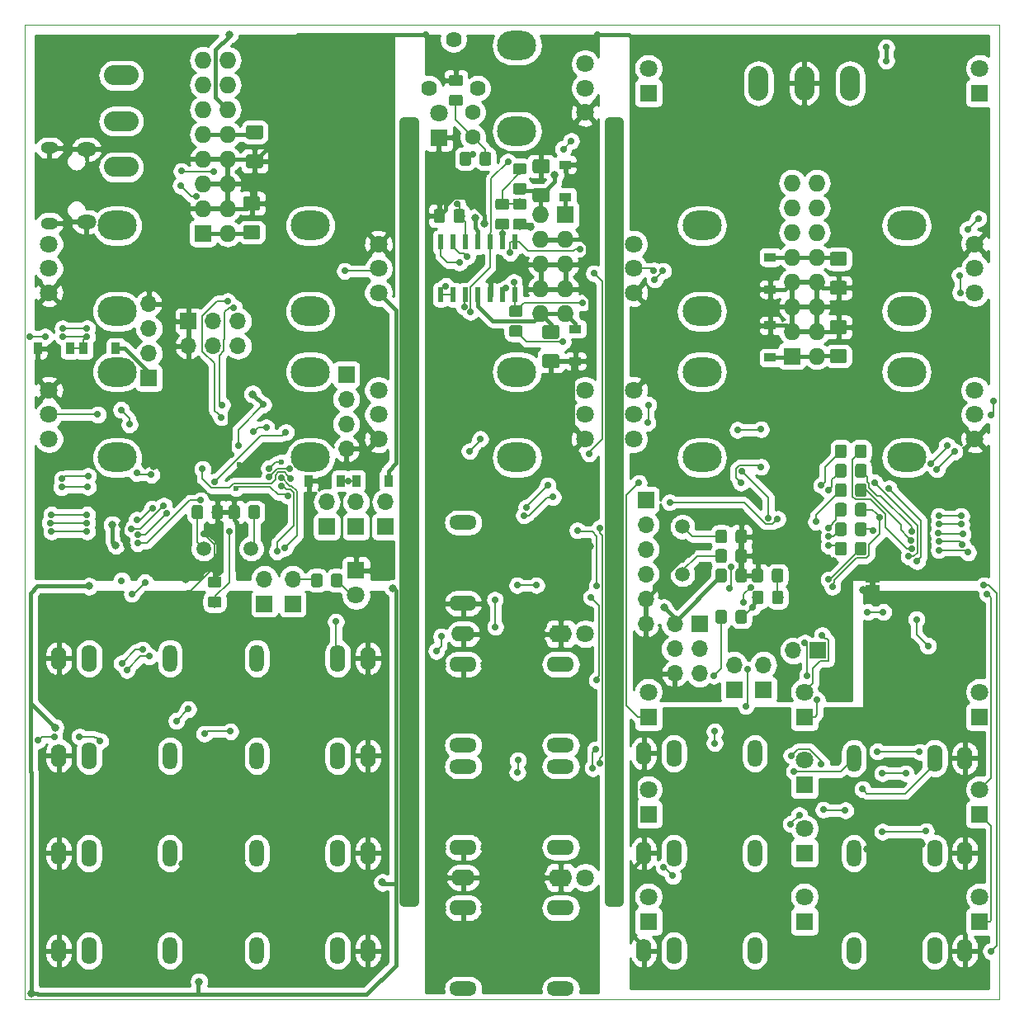
<source format=gbr>
%TF.GenerationSoftware,KiCad,Pcbnew,(5.1.0)-1*%
%TF.CreationDate,2019-05-31T13:03:56+02:00*%
%TF.ProjectId,KicadJE_uP_DAC,4b696361-644a-4455-9f75-505f4441432e,rev?*%
%TF.SameCoordinates,Original*%
%TF.FileFunction,Copper,L1,Top*%
%TF.FilePolarity,Positive*%
%FSLAX46Y46*%
G04 Gerber Fmt 4.6, Leading zero omitted, Abs format (unit mm)*
G04 Created by KiCad (PCBNEW (5.1.0)-1) date 2019-05-31 13:03:56*
%MOMM*%
%LPD*%
G04 APERTURE LIST*
%ADD10C,1.000000*%
%ADD11C,0.050000*%
%ADD12C,0.150000*%
%ADD13C,1.425000*%
%ADD14C,1.150000*%
%ADD15C,1.800000*%
%ADD16R,1.800000X1.800000*%
%ADD17R,0.900000X1.200000*%
%ADD18O,1.500000X2.800000*%
%ADD19O,1.600000X2.400000*%
%ADD20O,1.600000X2.800000*%
%ADD21R,1.700000X1.700000*%
%ADD22O,1.700000X1.700000*%
%ADD23O,2.000000X1.450000*%
%ADD24O,1.800000X1.150000*%
%ADD25R,1.727200X1.727200*%
%ADD26O,1.727200X1.727200*%
%ADD27C,0.500000*%
%ADD28O,4.000000X3.000000*%
%ADD29C,1.500000*%
%ADD30O,2.032000X3.556000*%
%ADD31O,3.556000X2.032000*%
%ADD32R,1.200000X0.900000*%
%ADD33O,2.800000X1.500000*%
%ADD34O,2.400000X1.600000*%
%ADD35O,2.800000X1.600000*%
%ADD36C,1.600000*%
%ADD37R,0.600000X1.500000*%
%ADD38C,1.620000*%
%ADD39C,0.800000*%
%ADD40C,0.700000*%
%ADD41C,0.600000*%
%ADD42C,0.400000*%
%ADD43C,0.500000*%
%ADD44C,0.200000*%
%ADD45C,0.254000*%
G04 APERTURE END LIST*
D10*
X89000000Y-60000000D02*
X90000000Y-60000000D01*
X110000000Y-60000000D02*
X111000000Y-60000000D01*
X110000000Y-140000000D02*
X111000000Y-140000000D01*
X89000000Y-140000000D02*
X90000000Y-140000000D01*
X110000000Y-60000000D02*
X110000000Y-140000000D01*
X111000000Y-60000000D02*
X111000000Y-140000000D01*
X90000000Y-60000000D02*
X90000000Y-140000000D01*
X89000000Y-60000000D02*
X89000000Y-140000000D01*
D11*
X50000000Y-150000000D02*
X50000000Y-50000000D01*
X150000000Y-150000000D02*
X50000000Y-150000000D01*
X150000000Y-50000000D02*
X150000000Y-150000000D01*
X50000000Y-50000000D02*
X150000000Y-50000000D01*
D12*
G36*
X134149504Y-73301204D02*
G01*
X134173773Y-73304804D01*
X134197571Y-73310765D01*
X134220671Y-73319030D01*
X134242849Y-73329520D01*
X134263893Y-73342133D01*
X134283598Y-73356747D01*
X134301777Y-73373223D01*
X134318253Y-73391402D01*
X134332867Y-73411107D01*
X134345480Y-73432151D01*
X134355970Y-73454329D01*
X134364235Y-73477429D01*
X134370196Y-73501227D01*
X134373796Y-73525496D01*
X134375000Y-73550000D01*
X134375000Y-74475000D01*
X134373796Y-74499504D01*
X134370196Y-74523773D01*
X134364235Y-74547571D01*
X134355970Y-74570671D01*
X134345480Y-74592849D01*
X134332867Y-74613893D01*
X134318253Y-74633598D01*
X134301777Y-74651777D01*
X134283598Y-74668253D01*
X134263893Y-74682867D01*
X134242849Y-74695480D01*
X134220671Y-74705970D01*
X134197571Y-74714235D01*
X134173773Y-74720196D01*
X134149504Y-74723796D01*
X134125000Y-74725000D01*
X132875000Y-74725000D01*
X132850496Y-74723796D01*
X132826227Y-74720196D01*
X132802429Y-74714235D01*
X132779329Y-74705970D01*
X132757151Y-74695480D01*
X132736107Y-74682867D01*
X132716402Y-74668253D01*
X132698223Y-74651777D01*
X132681747Y-74633598D01*
X132667133Y-74613893D01*
X132654520Y-74592849D01*
X132644030Y-74570671D01*
X132635765Y-74547571D01*
X132629804Y-74523773D01*
X132626204Y-74499504D01*
X132625000Y-74475000D01*
X132625000Y-73550000D01*
X132626204Y-73525496D01*
X132629804Y-73501227D01*
X132635765Y-73477429D01*
X132644030Y-73454329D01*
X132654520Y-73432151D01*
X132667133Y-73411107D01*
X132681747Y-73391402D01*
X132698223Y-73373223D01*
X132716402Y-73356747D01*
X132736107Y-73342133D01*
X132757151Y-73329520D01*
X132779329Y-73319030D01*
X132802429Y-73310765D01*
X132826227Y-73304804D01*
X132850496Y-73301204D01*
X132875000Y-73300000D01*
X134125000Y-73300000D01*
X134149504Y-73301204D01*
X134149504Y-73301204D01*
G37*
D13*
X133500000Y-74012500D03*
D12*
G36*
X134149504Y-76276204D02*
G01*
X134173773Y-76279804D01*
X134197571Y-76285765D01*
X134220671Y-76294030D01*
X134242849Y-76304520D01*
X134263893Y-76317133D01*
X134283598Y-76331747D01*
X134301777Y-76348223D01*
X134318253Y-76366402D01*
X134332867Y-76386107D01*
X134345480Y-76407151D01*
X134355970Y-76429329D01*
X134364235Y-76452429D01*
X134370196Y-76476227D01*
X134373796Y-76500496D01*
X134375000Y-76525000D01*
X134375000Y-77450000D01*
X134373796Y-77474504D01*
X134370196Y-77498773D01*
X134364235Y-77522571D01*
X134355970Y-77545671D01*
X134345480Y-77567849D01*
X134332867Y-77588893D01*
X134318253Y-77608598D01*
X134301777Y-77626777D01*
X134283598Y-77643253D01*
X134263893Y-77657867D01*
X134242849Y-77670480D01*
X134220671Y-77680970D01*
X134197571Y-77689235D01*
X134173773Y-77695196D01*
X134149504Y-77698796D01*
X134125000Y-77700000D01*
X132875000Y-77700000D01*
X132850496Y-77698796D01*
X132826227Y-77695196D01*
X132802429Y-77689235D01*
X132779329Y-77680970D01*
X132757151Y-77670480D01*
X132736107Y-77657867D01*
X132716402Y-77643253D01*
X132698223Y-77626777D01*
X132681747Y-77608598D01*
X132667133Y-77588893D01*
X132654520Y-77567849D01*
X132644030Y-77545671D01*
X132635765Y-77522571D01*
X132629804Y-77498773D01*
X132626204Y-77474504D01*
X132625000Y-77450000D01*
X132625000Y-76525000D01*
X132626204Y-76500496D01*
X132629804Y-76476227D01*
X132635765Y-76452429D01*
X132644030Y-76429329D01*
X132654520Y-76407151D01*
X132667133Y-76386107D01*
X132681747Y-76366402D01*
X132698223Y-76348223D01*
X132716402Y-76331747D01*
X132736107Y-76317133D01*
X132757151Y-76304520D01*
X132779329Y-76294030D01*
X132802429Y-76285765D01*
X132826227Y-76279804D01*
X132850496Y-76276204D01*
X132875000Y-76275000D01*
X134125000Y-76275000D01*
X134149504Y-76276204D01*
X134149504Y-76276204D01*
G37*
D13*
X133500000Y-76987500D03*
D12*
G36*
X134149504Y-80301204D02*
G01*
X134173773Y-80304804D01*
X134197571Y-80310765D01*
X134220671Y-80319030D01*
X134242849Y-80329520D01*
X134263893Y-80342133D01*
X134283598Y-80356747D01*
X134301777Y-80373223D01*
X134318253Y-80391402D01*
X134332867Y-80411107D01*
X134345480Y-80432151D01*
X134355970Y-80454329D01*
X134364235Y-80477429D01*
X134370196Y-80501227D01*
X134373796Y-80525496D01*
X134375000Y-80550000D01*
X134375000Y-81475000D01*
X134373796Y-81499504D01*
X134370196Y-81523773D01*
X134364235Y-81547571D01*
X134355970Y-81570671D01*
X134345480Y-81592849D01*
X134332867Y-81613893D01*
X134318253Y-81633598D01*
X134301777Y-81651777D01*
X134283598Y-81668253D01*
X134263893Y-81682867D01*
X134242849Y-81695480D01*
X134220671Y-81705970D01*
X134197571Y-81714235D01*
X134173773Y-81720196D01*
X134149504Y-81723796D01*
X134125000Y-81725000D01*
X132875000Y-81725000D01*
X132850496Y-81723796D01*
X132826227Y-81720196D01*
X132802429Y-81714235D01*
X132779329Y-81705970D01*
X132757151Y-81695480D01*
X132736107Y-81682867D01*
X132716402Y-81668253D01*
X132698223Y-81651777D01*
X132681747Y-81633598D01*
X132667133Y-81613893D01*
X132654520Y-81592849D01*
X132644030Y-81570671D01*
X132635765Y-81547571D01*
X132629804Y-81523773D01*
X132626204Y-81499504D01*
X132625000Y-81475000D01*
X132625000Y-80550000D01*
X132626204Y-80525496D01*
X132629804Y-80501227D01*
X132635765Y-80477429D01*
X132644030Y-80454329D01*
X132654520Y-80432151D01*
X132667133Y-80411107D01*
X132681747Y-80391402D01*
X132698223Y-80373223D01*
X132716402Y-80356747D01*
X132736107Y-80342133D01*
X132757151Y-80329520D01*
X132779329Y-80319030D01*
X132802429Y-80310765D01*
X132826227Y-80304804D01*
X132850496Y-80301204D01*
X132875000Y-80300000D01*
X134125000Y-80300000D01*
X134149504Y-80301204D01*
X134149504Y-80301204D01*
G37*
D13*
X133500000Y-81012500D03*
D12*
G36*
X134149504Y-83276204D02*
G01*
X134173773Y-83279804D01*
X134197571Y-83285765D01*
X134220671Y-83294030D01*
X134242849Y-83304520D01*
X134263893Y-83317133D01*
X134283598Y-83331747D01*
X134301777Y-83348223D01*
X134318253Y-83366402D01*
X134332867Y-83386107D01*
X134345480Y-83407151D01*
X134355970Y-83429329D01*
X134364235Y-83452429D01*
X134370196Y-83476227D01*
X134373796Y-83500496D01*
X134375000Y-83525000D01*
X134375000Y-84450000D01*
X134373796Y-84474504D01*
X134370196Y-84498773D01*
X134364235Y-84522571D01*
X134355970Y-84545671D01*
X134345480Y-84567849D01*
X134332867Y-84588893D01*
X134318253Y-84608598D01*
X134301777Y-84626777D01*
X134283598Y-84643253D01*
X134263893Y-84657867D01*
X134242849Y-84670480D01*
X134220671Y-84680970D01*
X134197571Y-84689235D01*
X134173773Y-84695196D01*
X134149504Y-84698796D01*
X134125000Y-84700000D01*
X132875000Y-84700000D01*
X132850496Y-84698796D01*
X132826227Y-84695196D01*
X132802429Y-84689235D01*
X132779329Y-84680970D01*
X132757151Y-84670480D01*
X132736107Y-84657867D01*
X132716402Y-84643253D01*
X132698223Y-84626777D01*
X132681747Y-84608598D01*
X132667133Y-84588893D01*
X132654520Y-84567849D01*
X132644030Y-84545671D01*
X132635765Y-84522571D01*
X132629804Y-84498773D01*
X132626204Y-84474504D01*
X132625000Y-84450000D01*
X132625000Y-83525000D01*
X132626204Y-83500496D01*
X132629804Y-83476227D01*
X132635765Y-83452429D01*
X132644030Y-83429329D01*
X132654520Y-83407151D01*
X132667133Y-83386107D01*
X132681747Y-83366402D01*
X132698223Y-83348223D01*
X132716402Y-83331747D01*
X132736107Y-83317133D01*
X132757151Y-83304520D01*
X132779329Y-83294030D01*
X132802429Y-83285765D01*
X132826227Y-83279804D01*
X132850496Y-83276204D01*
X132875000Y-83275000D01*
X134125000Y-83275000D01*
X134149504Y-83276204D01*
X134149504Y-83276204D01*
G37*
D13*
X133500000Y-83987500D03*
D12*
G36*
X123874505Y-105801204D02*
G01*
X123898773Y-105804804D01*
X123922572Y-105810765D01*
X123945671Y-105819030D01*
X123967850Y-105829520D01*
X123988893Y-105842132D01*
X124008599Y-105856747D01*
X124026777Y-105873223D01*
X124043253Y-105891401D01*
X124057868Y-105911107D01*
X124070480Y-105932150D01*
X124080970Y-105954329D01*
X124089235Y-105977428D01*
X124095196Y-106001227D01*
X124098796Y-106025495D01*
X124100000Y-106049999D01*
X124100000Y-106950001D01*
X124098796Y-106974505D01*
X124095196Y-106998773D01*
X124089235Y-107022572D01*
X124080970Y-107045671D01*
X124070480Y-107067850D01*
X124057868Y-107088893D01*
X124043253Y-107108599D01*
X124026777Y-107126777D01*
X124008599Y-107143253D01*
X123988893Y-107157868D01*
X123967850Y-107170480D01*
X123945671Y-107180970D01*
X123922572Y-107189235D01*
X123898773Y-107195196D01*
X123874505Y-107198796D01*
X123850001Y-107200000D01*
X123199999Y-107200000D01*
X123175495Y-107198796D01*
X123151227Y-107195196D01*
X123127428Y-107189235D01*
X123104329Y-107180970D01*
X123082150Y-107170480D01*
X123061107Y-107157868D01*
X123041401Y-107143253D01*
X123023223Y-107126777D01*
X123006747Y-107108599D01*
X122992132Y-107088893D01*
X122979520Y-107067850D01*
X122969030Y-107045671D01*
X122960765Y-107022572D01*
X122954804Y-106998773D01*
X122951204Y-106974505D01*
X122950000Y-106950001D01*
X122950000Y-106049999D01*
X122951204Y-106025495D01*
X122954804Y-106001227D01*
X122960765Y-105977428D01*
X122969030Y-105954329D01*
X122979520Y-105932150D01*
X122992132Y-105911107D01*
X123006747Y-105891401D01*
X123023223Y-105873223D01*
X123041401Y-105856747D01*
X123061107Y-105842132D01*
X123082150Y-105829520D01*
X123104329Y-105819030D01*
X123127428Y-105810765D01*
X123151227Y-105804804D01*
X123175495Y-105801204D01*
X123199999Y-105800000D01*
X123850001Y-105800000D01*
X123874505Y-105801204D01*
X123874505Y-105801204D01*
G37*
D14*
X123525000Y-106500000D03*
D12*
G36*
X121824505Y-105801204D02*
G01*
X121848773Y-105804804D01*
X121872572Y-105810765D01*
X121895671Y-105819030D01*
X121917850Y-105829520D01*
X121938893Y-105842132D01*
X121958599Y-105856747D01*
X121976777Y-105873223D01*
X121993253Y-105891401D01*
X122007868Y-105911107D01*
X122020480Y-105932150D01*
X122030970Y-105954329D01*
X122039235Y-105977428D01*
X122045196Y-106001227D01*
X122048796Y-106025495D01*
X122050000Y-106049999D01*
X122050000Y-106950001D01*
X122048796Y-106974505D01*
X122045196Y-106998773D01*
X122039235Y-107022572D01*
X122030970Y-107045671D01*
X122020480Y-107067850D01*
X122007868Y-107088893D01*
X121993253Y-107108599D01*
X121976777Y-107126777D01*
X121958599Y-107143253D01*
X121938893Y-107157868D01*
X121917850Y-107170480D01*
X121895671Y-107180970D01*
X121872572Y-107189235D01*
X121848773Y-107195196D01*
X121824505Y-107198796D01*
X121800001Y-107200000D01*
X121149999Y-107200000D01*
X121125495Y-107198796D01*
X121101227Y-107195196D01*
X121077428Y-107189235D01*
X121054329Y-107180970D01*
X121032150Y-107170480D01*
X121011107Y-107157868D01*
X120991401Y-107143253D01*
X120973223Y-107126777D01*
X120956747Y-107108599D01*
X120942132Y-107088893D01*
X120929520Y-107067850D01*
X120919030Y-107045671D01*
X120910765Y-107022572D01*
X120904804Y-106998773D01*
X120901204Y-106974505D01*
X120900000Y-106950001D01*
X120900000Y-106049999D01*
X120901204Y-106025495D01*
X120904804Y-106001227D01*
X120910765Y-105977428D01*
X120919030Y-105954329D01*
X120929520Y-105932150D01*
X120942132Y-105911107D01*
X120956747Y-105891401D01*
X120973223Y-105873223D01*
X120991401Y-105856747D01*
X121011107Y-105842132D01*
X121032150Y-105829520D01*
X121054329Y-105819030D01*
X121077428Y-105810765D01*
X121101227Y-105804804D01*
X121125495Y-105801204D01*
X121149999Y-105800000D01*
X121800001Y-105800000D01*
X121824505Y-105801204D01*
X121824505Y-105801204D01*
G37*
D14*
X121475000Y-106500000D03*
D12*
G36*
X121824505Y-101801204D02*
G01*
X121848773Y-101804804D01*
X121872572Y-101810765D01*
X121895671Y-101819030D01*
X121917850Y-101829520D01*
X121938893Y-101842132D01*
X121958599Y-101856747D01*
X121976777Y-101873223D01*
X121993253Y-101891401D01*
X122007868Y-101911107D01*
X122020480Y-101932150D01*
X122030970Y-101954329D01*
X122039235Y-101977428D01*
X122045196Y-102001227D01*
X122048796Y-102025495D01*
X122050000Y-102049999D01*
X122050000Y-102950001D01*
X122048796Y-102974505D01*
X122045196Y-102998773D01*
X122039235Y-103022572D01*
X122030970Y-103045671D01*
X122020480Y-103067850D01*
X122007868Y-103088893D01*
X121993253Y-103108599D01*
X121976777Y-103126777D01*
X121958599Y-103143253D01*
X121938893Y-103157868D01*
X121917850Y-103170480D01*
X121895671Y-103180970D01*
X121872572Y-103189235D01*
X121848773Y-103195196D01*
X121824505Y-103198796D01*
X121800001Y-103200000D01*
X121149999Y-103200000D01*
X121125495Y-103198796D01*
X121101227Y-103195196D01*
X121077428Y-103189235D01*
X121054329Y-103180970D01*
X121032150Y-103170480D01*
X121011107Y-103157868D01*
X120991401Y-103143253D01*
X120973223Y-103126777D01*
X120956747Y-103108599D01*
X120942132Y-103088893D01*
X120929520Y-103067850D01*
X120919030Y-103045671D01*
X120910765Y-103022572D01*
X120904804Y-102998773D01*
X120901204Y-102974505D01*
X120900000Y-102950001D01*
X120900000Y-102049999D01*
X120901204Y-102025495D01*
X120904804Y-102001227D01*
X120910765Y-101977428D01*
X120919030Y-101954329D01*
X120929520Y-101932150D01*
X120942132Y-101911107D01*
X120956747Y-101891401D01*
X120973223Y-101873223D01*
X120991401Y-101856747D01*
X121011107Y-101842132D01*
X121032150Y-101829520D01*
X121054329Y-101819030D01*
X121077428Y-101810765D01*
X121101227Y-101804804D01*
X121125495Y-101801204D01*
X121149999Y-101800000D01*
X121800001Y-101800000D01*
X121824505Y-101801204D01*
X121824505Y-101801204D01*
G37*
D14*
X121475000Y-102500000D03*
D12*
G36*
X123874505Y-101801204D02*
G01*
X123898773Y-101804804D01*
X123922572Y-101810765D01*
X123945671Y-101819030D01*
X123967850Y-101829520D01*
X123988893Y-101842132D01*
X124008599Y-101856747D01*
X124026777Y-101873223D01*
X124043253Y-101891401D01*
X124057868Y-101911107D01*
X124070480Y-101932150D01*
X124080970Y-101954329D01*
X124089235Y-101977428D01*
X124095196Y-102001227D01*
X124098796Y-102025495D01*
X124100000Y-102049999D01*
X124100000Y-102950001D01*
X124098796Y-102974505D01*
X124095196Y-102998773D01*
X124089235Y-103022572D01*
X124080970Y-103045671D01*
X124070480Y-103067850D01*
X124057868Y-103088893D01*
X124043253Y-103108599D01*
X124026777Y-103126777D01*
X124008599Y-103143253D01*
X123988893Y-103157868D01*
X123967850Y-103170480D01*
X123945671Y-103180970D01*
X123922572Y-103189235D01*
X123898773Y-103195196D01*
X123874505Y-103198796D01*
X123850001Y-103200000D01*
X123199999Y-103200000D01*
X123175495Y-103198796D01*
X123151227Y-103195196D01*
X123127428Y-103189235D01*
X123104329Y-103180970D01*
X123082150Y-103170480D01*
X123061107Y-103157868D01*
X123041401Y-103143253D01*
X123023223Y-103126777D01*
X123006747Y-103108599D01*
X122992132Y-103088893D01*
X122979520Y-103067850D01*
X122969030Y-103045671D01*
X122960765Y-103022572D01*
X122954804Y-102998773D01*
X122951204Y-102974505D01*
X122950000Y-102950001D01*
X122950000Y-102049999D01*
X122951204Y-102025495D01*
X122954804Y-102001227D01*
X122960765Y-101977428D01*
X122969030Y-101954329D01*
X122979520Y-101932150D01*
X122992132Y-101911107D01*
X123006747Y-101891401D01*
X123023223Y-101873223D01*
X123041401Y-101856747D01*
X123061107Y-101842132D01*
X123082150Y-101829520D01*
X123104329Y-101819030D01*
X123127428Y-101810765D01*
X123151227Y-101804804D01*
X123175495Y-101801204D01*
X123199999Y-101800000D01*
X123850001Y-101800000D01*
X123874505Y-101801204D01*
X123874505Y-101801204D01*
G37*
D14*
X123525000Y-102500000D03*
D12*
G36*
X123874505Y-103801204D02*
G01*
X123898773Y-103804804D01*
X123922572Y-103810765D01*
X123945671Y-103819030D01*
X123967850Y-103829520D01*
X123988893Y-103842132D01*
X124008599Y-103856747D01*
X124026777Y-103873223D01*
X124043253Y-103891401D01*
X124057868Y-103911107D01*
X124070480Y-103932150D01*
X124080970Y-103954329D01*
X124089235Y-103977428D01*
X124095196Y-104001227D01*
X124098796Y-104025495D01*
X124100000Y-104049999D01*
X124100000Y-104950001D01*
X124098796Y-104974505D01*
X124095196Y-104998773D01*
X124089235Y-105022572D01*
X124080970Y-105045671D01*
X124070480Y-105067850D01*
X124057868Y-105088893D01*
X124043253Y-105108599D01*
X124026777Y-105126777D01*
X124008599Y-105143253D01*
X123988893Y-105157868D01*
X123967850Y-105170480D01*
X123945671Y-105180970D01*
X123922572Y-105189235D01*
X123898773Y-105195196D01*
X123874505Y-105198796D01*
X123850001Y-105200000D01*
X123199999Y-105200000D01*
X123175495Y-105198796D01*
X123151227Y-105195196D01*
X123127428Y-105189235D01*
X123104329Y-105180970D01*
X123082150Y-105170480D01*
X123061107Y-105157868D01*
X123041401Y-105143253D01*
X123023223Y-105126777D01*
X123006747Y-105108599D01*
X122992132Y-105088893D01*
X122979520Y-105067850D01*
X122969030Y-105045671D01*
X122960765Y-105022572D01*
X122954804Y-104998773D01*
X122951204Y-104974505D01*
X122950000Y-104950001D01*
X122950000Y-104049999D01*
X122951204Y-104025495D01*
X122954804Y-104001227D01*
X122960765Y-103977428D01*
X122969030Y-103954329D01*
X122979520Y-103932150D01*
X122992132Y-103911107D01*
X123006747Y-103891401D01*
X123023223Y-103873223D01*
X123041401Y-103856747D01*
X123061107Y-103842132D01*
X123082150Y-103829520D01*
X123104329Y-103819030D01*
X123127428Y-103810765D01*
X123151227Y-103804804D01*
X123175495Y-103801204D01*
X123199999Y-103800000D01*
X123850001Y-103800000D01*
X123874505Y-103801204D01*
X123874505Y-103801204D01*
G37*
D14*
X123525000Y-104500000D03*
D12*
G36*
X121824505Y-103801204D02*
G01*
X121848773Y-103804804D01*
X121872572Y-103810765D01*
X121895671Y-103819030D01*
X121917850Y-103829520D01*
X121938893Y-103842132D01*
X121958599Y-103856747D01*
X121976777Y-103873223D01*
X121993253Y-103891401D01*
X122007868Y-103911107D01*
X122020480Y-103932150D01*
X122030970Y-103954329D01*
X122039235Y-103977428D01*
X122045196Y-104001227D01*
X122048796Y-104025495D01*
X122050000Y-104049999D01*
X122050000Y-104950001D01*
X122048796Y-104974505D01*
X122045196Y-104998773D01*
X122039235Y-105022572D01*
X122030970Y-105045671D01*
X122020480Y-105067850D01*
X122007868Y-105088893D01*
X121993253Y-105108599D01*
X121976777Y-105126777D01*
X121958599Y-105143253D01*
X121938893Y-105157868D01*
X121917850Y-105170480D01*
X121895671Y-105180970D01*
X121872572Y-105189235D01*
X121848773Y-105195196D01*
X121824505Y-105198796D01*
X121800001Y-105200000D01*
X121149999Y-105200000D01*
X121125495Y-105198796D01*
X121101227Y-105195196D01*
X121077428Y-105189235D01*
X121054329Y-105180970D01*
X121032150Y-105170480D01*
X121011107Y-105157868D01*
X120991401Y-105143253D01*
X120973223Y-105126777D01*
X120956747Y-105108599D01*
X120942132Y-105088893D01*
X120929520Y-105067850D01*
X120919030Y-105045671D01*
X120910765Y-105022572D01*
X120904804Y-104998773D01*
X120901204Y-104974505D01*
X120900000Y-104950001D01*
X120900000Y-104049999D01*
X120901204Y-104025495D01*
X120904804Y-104001227D01*
X120910765Y-103977428D01*
X120919030Y-103954329D01*
X120929520Y-103932150D01*
X120942132Y-103911107D01*
X120956747Y-103891401D01*
X120973223Y-103873223D01*
X120991401Y-103856747D01*
X121011107Y-103842132D01*
X121032150Y-103829520D01*
X121054329Y-103819030D01*
X121077428Y-103810765D01*
X121101227Y-103804804D01*
X121125495Y-103801204D01*
X121149999Y-103800000D01*
X121800001Y-103800000D01*
X121824505Y-103801204D01*
X121824505Y-103801204D01*
G37*
D14*
X121475000Y-104500000D03*
D12*
G36*
X74249504Y-60301204D02*
G01*
X74273773Y-60304804D01*
X74297571Y-60310765D01*
X74320671Y-60319030D01*
X74342849Y-60329520D01*
X74363893Y-60342133D01*
X74383598Y-60356747D01*
X74401777Y-60373223D01*
X74418253Y-60391402D01*
X74432867Y-60411107D01*
X74445480Y-60432151D01*
X74455970Y-60454329D01*
X74464235Y-60477429D01*
X74470196Y-60501227D01*
X74473796Y-60525496D01*
X74475000Y-60550000D01*
X74475000Y-61475000D01*
X74473796Y-61499504D01*
X74470196Y-61523773D01*
X74464235Y-61547571D01*
X74455970Y-61570671D01*
X74445480Y-61592849D01*
X74432867Y-61613893D01*
X74418253Y-61633598D01*
X74401777Y-61651777D01*
X74383598Y-61668253D01*
X74363893Y-61682867D01*
X74342849Y-61695480D01*
X74320671Y-61705970D01*
X74297571Y-61714235D01*
X74273773Y-61720196D01*
X74249504Y-61723796D01*
X74225000Y-61725000D01*
X72975000Y-61725000D01*
X72950496Y-61723796D01*
X72926227Y-61720196D01*
X72902429Y-61714235D01*
X72879329Y-61705970D01*
X72857151Y-61695480D01*
X72836107Y-61682867D01*
X72816402Y-61668253D01*
X72798223Y-61651777D01*
X72781747Y-61633598D01*
X72767133Y-61613893D01*
X72754520Y-61592849D01*
X72744030Y-61570671D01*
X72735765Y-61547571D01*
X72729804Y-61523773D01*
X72726204Y-61499504D01*
X72725000Y-61475000D01*
X72725000Y-60550000D01*
X72726204Y-60525496D01*
X72729804Y-60501227D01*
X72735765Y-60477429D01*
X72744030Y-60454329D01*
X72754520Y-60432151D01*
X72767133Y-60411107D01*
X72781747Y-60391402D01*
X72798223Y-60373223D01*
X72816402Y-60356747D01*
X72836107Y-60342133D01*
X72857151Y-60329520D01*
X72879329Y-60319030D01*
X72902429Y-60310765D01*
X72926227Y-60304804D01*
X72950496Y-60301204D01*
X72975000Y-60300000D01*
X74225000Y-60300000D01*
X74249504Y-60301204D01*
X74249504Y-60301204D01*
G37*
D13*
X73600000Y-61012500D03*
D12*
G36*
X74249504Y-63276204D02*
G01*
X74273773Y-63279804D01*
X74297571Y-63285765D01*
X74320671Y-63294030D01*
X74342849Y-63304520D01*
X74363893Y-63317133D01*
X74383598Y-63331747D01*
X74401777Y-63348223D01*
X74418253Y-63366402D01*
X74432867Y-63386107D01*
X74445480Y-63407151D01*
X74455970Y-63429329D01*
X74464235Y-63452429D01*
X74470196Y-63476227D01*
X74473796Y-63500496D01*
X74475000Y-63525000D01*
X74475000Y-64450000D01*
X74473796Y-64474504D01*
X74470196Y-64498773D01*
X74464235Y-64522571D01*
X74455970Y-64545671D01*
X74445480Y-64567849D01*
X74432867Y-64588893D01*
X74418253Y-64608598D01*
X74401777Y-64626777D01*
X74383598Y-64643253D01*
X74363893Y-64657867D01*
X74342849Y-64670480D01*
X74320671Y-64680970D01*
X74297571Y-64689235D01*
X74273773Y-64695196D01*
X74249504Y-64698796D01*
X74225000Y-64700000D01*
X72975000Y-64700000D01*
X72950496Y-64698796D01*
X72926227Y-64695196D01*
X72902429Y-64689235D01*
X72879329Y-64680970D01*
X72857151Y-64670480D01*
X72836107Y-64657867D01*
X72816402Y-64643253D01*
X72798223Y-64626777D01*
X72781747Y-64608598D01*
X72767133Y-64588893D01*
X72754520Y-64567849D01*
X72744030Y-64545671D01*
X72735765Y-64522571D01*
X72729804Y-64498773D01*
X72726204Y-64474504D01*
X72725000Y-64450000D01*
X72725000Y-63525000D01*
X72726204Y-63500496D01*
X72729804Y-63476227D01*
X72735765Y-63452429D01*
X72744030Y-63429329D01*
X72754520Y-63407151D01*
X72767133Y-63386107D01*
X72781747Y-63366402D01*
X72798223Y-63348223D01*
X72816402Y-63331747D01*
X72836107Y-63317133D01*
X72857151Y-63304520D01*
X72879329Y-63294030D01*
X72902429Y-63285765D01*
X72926227Y-63279804D01*
X72950496Y-63276204D01*
X72975000Y-63275000D01*
X74225000Y-63275000D01*
X74249504Y-63276204D01*
X74249504Y-63276204D01*
G37*
D13*
X73600000Y-63987500D03*
D12*
G36*
X73949504Y-67601204D02*
G01*
X73973773Y-67604804D01*
X73997571Y-67610765D01*
X74020671Y-67619030D01*
X74042849Y-67629520D01*
X74063893Y-67642133D01*
X74083598Y-67656747D01*
X74101777Y-67673223D01*
X74118253Y-67691402D01*
X74132867Y-67711107D01*
X74145480Y-67732151D01*
X74155970Y-67754329D01*
X74164235Y-67777429D01*
X74170196Y-67801227D01*
X74173796Y-67825496D01*
X74175000Y-67850000D01*
X74175000Y-68775000D01*
X74173796Y-68799504D01*
X74170196Y-68823773D01*
X74164235Y-68847571D01*
X74155970Y-68870671D01*
X74145480Y-68892849D01*
X74132867Y-68913893D01*
X74118253Y-68933598D01*
X74101777Y-68951777D01*
X74083598Y-68968253D01*
X74063893Y-68982867D01*
X74042849Y-68995480D01*
X74020671Y-69005970D01*
X73997571Y-69014235D01*
X73973773Y-69020196D01*
X73949504Y-69023796D01*
X73925000Y-69025000D01*
X72675000Y-69025000D01*
X72650496Y-69023796D01*
X72626227Y-69020196D01*
X72602429Y-69014235D01*
X72579329Y-69005970D01*
X72557151Y-68995480D01*
X72536107Y-68982867D01*
X72516402Y-68968253D01*
X72498223Y-68951777D01*
X72481747Y-68933598D01*
X72467133Y-68913893D01*
X72454520Y-68892849D01*
X72444030Y-68870671D01*
X72435765Y-68847571D01*
X72429804Y-68823773D01*
X72426204Y-68799504D01*
X72425000Y-68775000D01*
X72425000Y-67850000D01*
X72426204Y-67825496D01*
X72429804Y-67801227D01*
X72435765Y-67777429D01*
X72444030Y-67754329D01*
X72454520Y-67732151D01*
X72467133Y-67711107D01*
X72481747Y-67691402D01*
X72498223Y-67673223D01*
X72516402Y-67656747D01*
X72536107Y-67642133D01*
X72557151Y-67629520D01*
X72579329Y-67619030D01*
X72602429Y-67610765D01*
X72626227Y-67604804D01*
X72650496Y-67601204D01*
X72675000Y-67600000D01*
X73925000Y-67600000D01*
X73949504Y-67601204D01*
X73949504Y-67601204D01*
G37*
D13*
X73300000Y-68312500D03*
D12*
G36*
X73949504Y-70576204D02*
G01*
X73973773Y-70579804D01*
X73997571Y-70585765D01*
X74020671Y-70594030D01*
X74042849Y-70604520D01*
X74063893Y-70617133D01*
X74083598Y-70631747D01*
X74101777Y-70648223D01*
X74118253Y-70666402D01*
X74132867Y-70686107D01*
X74145480Y-70707151D01*
X74155970Y-70729329D01*
X74164235Y-70752429D01*
X74170196Y-70776227D01*
X74173796Y-70800496D01*
X74175000Y-70825000D01*
X74175000Y-71750000D01*
X74173796Y-71774504D01*
X74170196Y-71798773D01*
X74164235Y-71822571D01*
X74155970Y-71845671D01*
X74145480Y-71867849D01*
X74132867Y-71888893D01*
X74118253Y-71908598D01*
X74101777Y-71926777D01*
X74083598Y-71943253D01*
X74063893Y-71957867D01*
X74042849Y-71970480D01*
X74020671Y-71980970D01*
X73997571Y-71989235D01*
X73973773Y-71995196D01*
X73949504Y-71998796D01*
X73925000Y-72000000D01*
X72675000Y-72000000D01*
X72650496Y-71998796D01*
X72626227Y-71995196D01*
X72602429Y-71989235D01*
X72579329Y-71980970D01*
X72557151Y-71970480D01*
X72536107Y-71957867D01*
X72516402Y-71943253D01*
X72498223Y-71926777D01*
X72481747Y-71908598D01*
X72467133Y-71888893D01*
X72454520Y-71867849D01*
X72444030Y-71845671D01*
X72435765Y-71822571D01*
X72429804Y-71798773D01*
X72426204Y-71774504D01*
X72425000Y-71750000D01*
X72425000Y-70825000D01*
X72426204Y-70800496D01*
X72429804Y-70776227D01*
X72435765Y-70752429D01*
X72444030Y-70729329D01*
X72454520Y-70707151D01*
X72467133Y-70686107D01*
X72481747Y-70666402D01*
X72498223Y-70648223D01*
X72516402Y-70631747D01*
X72536107Y-70617133D01*
X72557151Y-70604520D01*
X72579329Y-70594030D01*
X72602429Y-70585765D01*
X72626227Y-70579804D01*
X72650496Y-70576204D01*
X72675000Y-70575000D01*
X73925000Y-70575000D01*
X73949504Y-70576204D01*
X73949504Y-70576204D01*
G37*
D13*
X73300000Y-71287500D03*
D12*
G36*
X71849505Y-99301204D02*
G01*
X71873773Y-99304804D01*
X71897572Y-99310765D01*
X71920671Y-99319030D01*
X71942850Y-99329520D01*
X71963893Y-99342132D01*
X71983599Y-99356747D01*
X72001777Y-99373223D01*
X72018253Y-99391401D01*
X72032868Y-99411107D01*
X72045480Y-99432150D01*
X72055970Y-99454329D01*
X72064235Y-99477428D01*
X72070196Y-99501227D01*
X72073796Y-99525495D01*
X72075000Y-99549999D01*
X72075000Y-100450001D01*
X72073796Y-100474505D01*
X72070196Y-100498773D01*
X72064235Y-100522572D01*
X72055970Y-100545671D01*
X72045480Y-100567850D01*
X72032868Y-100588893D01*
X72018253Y-100608599D01*
X72001777Y-100626777D01*
X71983599Y-100643253D01*
X71963893Y-100657868D01*
X71942850Y-100670480D01*
X71920671Y-100680970D01*
X71897572Y-100689235D01*
X71873773Y-100695196D01*
X71849505Y-100698796D01*
X71825001Y-100700000D01*
X71174999Y-100700000D01*
X71150495Y-100698796D01*
X71126227Y-100695196D01*
X71102428Y-100689235D01*
X71079329Y-100680970D01*
X71057150Y-100670480D01*
X71036107Y-100657868D01*
X71016401Y-100643253D01*
X70998223Y-100626777D01*
X70981747Y-100608599D01*
X70967132Y-100588893D01*
X70954520Y-100567850D01*
X70944030Y-100545671D01*
X70935765Y-100522572D01*
X70929804Y-100498773D01*
X70926204Y-100474505D01*
X70925000Y-100450001D01*
X70925000Y-99549999D01*
X70926204Y-99525495D01*
X70929804Y-99501227D01*
X70935765Y-99477428D01*
X70944030Y-99454329D01*
X70954520Y-99432150D01*
X70967132Y-99411107D01*
X70981747Y-99391401D01*
X70998223Y-99373223D01*
X71016401Y-99356747D01*
X71036107Y-99342132D01*
X71057150Y-99329520D01*
X71079329Y-99319030D01*
X71102428Y-99310765D01*
X71126227Y-99304804D01*
X71150495Y-99301204D01*
X71174999Y-99300000D01*
X71825001Y-99300000D01*
X71849505Y-99301204D01*
X71849505Y-99301204D01*
G37*
D14*
X71500000Y-100000000D03*
D12*
G36*
X73899505Y-99301204D02*
G01*
X73923773Y-99304804D01*
X73947572Y-99310765D01*
X73970671Y-99319030D01*
X73992850Y-99329520D01*
X74013893Y-99342132D01*
X74033599Y-99356747D01*
X74051777Y-99373223D01*
X74068253Y-99391401D01*
X74082868Y-99411107D01*
X74095480Y-99432150D01*
X74105970Y-99454329D01*
X74114235Y-99477428D01*
X74120196Y-99501227D01*
X74123796Y-99525495D01*
X74125000Y-99549999D01*
X74125000Y-100450001D01*
X74123796Y-100474505D01*
X74120196Y-100498773D01*
X74114235Y-100522572D01*
X74105970Y-100545671D01*
X74095480Y-100567850D01*
X74082868Y-100588893D01*
X74068253Y-100608599D01*
X74051777Y-100626777D01*
X74033599Y-100643253D01*
X74013893Y-100657868D01*
X73992850Y-100670480D01*
X73970671Y-100680970D01*
X73947572Y-100689235D01*
X73923773Y-100695196D01*
X73899505Y-100698796D01*
X73875001Y-100700000D01*
X73224999Y-100700000D01*
X73200495Y-100698796D01*
X73176227Y-100695196D01*
X73152428Y-100689235D01*
X73129329Y-100680970D01*
X73107150Y-100670480D01*
X73086107Y-100657868D01*
X73066401Y-100643253D01*
X73048223Y-100626777D01*
X73031747Y-100608599D01*
X73017132Y-100588893D01*
X73004520Y-100567850D01*
X72994030Y-100545671D01*
X72985765Y-100522572D01*
X72979804Y-100498773D01*
X72976204Y-100474505D01*
X72975000Y-100450001D01*
X72975000Y-99549999D01*
X72976204Y-99525495D01*
X72979804Y-99501227D01*
X72985765Y-99477428D01*
X72994030Y-99454329D01*
X73004520Y-99432150D01*
X73017132Y-99411107D01*
X73031747Y-99391401D01*
X73048223Y-99373223D01*
X73066401Y-99356747D01*
X73086107Y-99342132D01*
X73107150Y-99329520D01*
X73129329Y-99319030D01*
X73152428Y-99310765D01*
X73176227Y-99304804D01*
X73200495Y-99301204D01*
X73224999Y-99300000D01*
X73875001Y-99300000D01*
X73899505Y-99301204D01*
X73899505Y-99301204D01*
G37*
D14*
X73550000Y-100000000D03*
D12*
G36*
X70124505Y-99301204D02*
G01*
X70148773Y-99304804D01*
X70172572Y-99310765D01*
X70195671Y-99319030D01*
X70217850Y-99329520D01*
X70238893Y-99342132D01*
X70258599Y-99356747D01*
X70276777Y-99373223D01*
X70293253Y-99391401D01*
X70307868Y-99411107D01*
X70320480Y-99432150D01*
X70330970Y-99454329D01*
X70339235Y-99477428D01*
X70345196Y-99501227D01*
X70348796Y-99525495D01*
X70350000Y-99549999D01*
X70350000Y-100450001D01*
X70348796Y-100474505D01*
X70345196Y-100498773D01*
X70339235Y-100522572D01*
X70330970Y-100545671D01*
X70320480Y-100567850D01*
X70307868Y-100588893D01*
X70293253Y-100608599D01*
X70276777Y-100626777D01*
X70258599Y-100643253D01*
X70238893Y-100657868D01*
X70217850Y-100670480D01*
X70195671Y-100680970D01*
X70172572Y-100689235D01*
X70148773Y-100695196D01*
X70124505Y-100698796D01*
X70100001Y-100700000D01*
X69449999Y-100700000D01*
X69425495Y-100698796D01*
X69401227Y-100695196D01*
X69377428Y-100689235D01*
X69354329Y-100680970D01*
X69332150Y-100670480D01*
X69311107Y-100657868D01*
X69291401Y-100643253D01*
X69273223Y-100626777D01*
X69256747Y-100608599D01*
X69242132Y-100588893D01*
X69229520Y-100567850D01*
X69219030Y-100545671D01*
X69210765Y-100522572D01*
X69204804Y-100498773D01*
X69201204Y-100474505D01*
X69200000Y-100450001D01*
X69200000Y-99549999D01*
X69201204Y-99525495D01*
X69204804Y-99501227D01*
X69210765Y-99477428D01*
X69219030Y-99454329D01*
X69229520Y-99432150D01*
X69242132Y-99411107D01*
X69256747Y-99391401D01*
X69273223Y-99373223D01*
X69291401Y-99356747D01*
X69311107Y-99342132D01*
X69332150Y-99329520D01*
X69354329Y-99319030D01*
X69377428Y-99310765D01*
X69401227Y-99304804D01*
X69425495Y-99301204D01*
X69449999Y-99300000D01*
X70100001Y-99300000D01*
X70124505Y-99301204D01*
X70124505Y-99301204D01*
G37*
D14*
X69775000Y-100000000D03*
D12*
G36*
X68074505Y-99301204D02*
G01*
X68098773Y-99304804D01*
X68122572Y-99310765D01*
X68145671Y-99319030D01*
X68167850Y-99329520D01*
X68188893Y-99342132D01*
X68208599Y-99356747D01*
X68226777Y-99373223D01*
X68243253Y-99391401D01*
X68257868Y-99411107D01*
X68270480Y-99432150D01*
X68280970Y-99454329D01*
X68289235Y-99477428D01*
X68295196Y-99501227D01*
X68298796Y-99525495D01*
X68300000Y-99549999D01*
X68300000Y-100450001D01*
X68298796Y-100474505D01*
X68295196Y-100498773D01*
X68289235Y-100522572D01*
X68280970Y-100545671D01*
X68270480Y-100567850D01*
X68257868Y-100588893D01*
X68243253Y-100608599D01*
X68226777Y-100626777D01*
X68208599Y-100643253D01*
X68188893Y-100657868D01*
X68167850Y-100670480D01*
X68145671Y-100680970D01*
X68122572Y-100689235D01*
X68098773Y-100695196D01*
X68074505Y-100698796D01*
X68050001Y-100700000D01*
X67399999Y-100700000D01*
X67375495Y-100698796D01*
X67351227Y-100695196D01*
X67327428Y-100689235D01*
X67304329Y-100680970D01*
X67282150Y-100670480D01*
X67261107Y-100657868D01*
X67241401Y-100643253D01*
X67223223Y-100626777D01*
X67206747Y-100608599D01*
X67192132Y-100588893D01*
X67179520Y-100567850D01*
X67169030Y-100545671D01*
X67160765Y-100522572D01*
X67154804Y-100498773D01*
X67151204Y-100474505D01*
X67150000Y-100450001D01*
X67150000Y-99549999D01*
X67151204Y-99525495D01*
X67154804Y-99501227D01*
X67160765Y-99477428D01*
X67169030Y-99454329D01*
X67179520Y-99432150D01*
X67192132Y-99411107D01*
X67206747Y-99391401D01*
X67223223Y-99373223D01*
X67241401Y-99356747D01*
X67261107Y-99342132D01*
X67282150Y-99329520D01*
X67304329Y-99319030D01*
X67327428Y-99310765D01*
X67351227Y-99304804D01*
X67375495Y-99301204D01*
X67399999Y-99300000D01*
X68050001Y-99300000D01*
X68074505Y-99301204D01*
X68074505Y-99301204D01*
G37*
D14*
X67725000Y-100000000D03*
D15*
X148000000Y-139460000D03*
D16*
X148000000Y-142000000D03*
D15*
X130000000Y-139460000D03*
D16*
X130000000Y-142000000D03*
D15*
X114000000Y-139460000D03*
D16*
X114000000Y-142000000D03*
X148000000Y-131000000D03*
D15*
X148000000Y-128460000D03*
D16*
X130000000Y-135000000D03*
D15*
X130000000Y-132460000D03*
X114000000Y-128460000D03*
D16*
X114000000Y-131000000D03*
X148000000Y-121000000D03*
D15*
X148000000Y-118460000D03*
X130000000Y-125460000D03*
D16*
X130000000Y-128000000D03*
D15*
X114000000Y-118460000D03*
D16*
X114000000Y-121000000D03*
D15*
X148000000Y-54460000D03*
D16*
X148000000Y-57000000D03*
X130000000Y-121000000D03*
D15*
X130000000Y-118460000D03*
D16*
X114000000Y-57000000D03*
D15*
X114000000Y-54460000D03*
D12*
G36*
X125549505Y-105801204D02*
G01*
X125573773Y-105804804D01*
X125597572Y-105810765D01*
X125620671Y-105819030D01*
X125642850Y-105829520D01*
X125663893Y-105842132D01*
X125683599Y-105856747D01*
X125701777Y-105873223D01*
X125718253Y-105891401D01*
X125732868Y-105911107D01*
X125745480Y-105932150D01*
X125755970Y-105954329D01*
X125764235Y-105977428D01*
X125770196Y-106001227D01*
X125773796Y-106025495D01*
X125775000Y-106049999D01*
X125775000Y-106950001D01*
X125773796Y-106974505D01*
X125770196Y-106998773D01*
X125764235Y-107022572D01*
X125755970Y-107045671D01*
X125745480Y-107067850D01*
X125732868Y-107088893D01*
X125718253Y-107108599D01*
X125701777Y-107126777D01*
X125683599Y-107143253D01*
X125663893Y-107157868D01*
X125642850Y-107170480D01*
X125620671Y-107180970D01*
X125597572Y-107189235D01*
X125573773Y-107195196D01*
X125549505Y-107198796D01*
X125525001Y-107200000D01*
X124874999Y-107200000D01*
X124850495Y-107198796D01*
X124826227Y-107195196D01*
X124802428Y-107189235D01*
X124779329Y-107180970D01*
X124757150Y-107170480D01*
X124736107Y-107157868D01*
X124716401Y-107143253D01*
X124698223Y-107126777D01*
X124681747Y-107108599D01*
X124667132Y-107088893D01*
X124654520Y-107067850D01*
X124644030Y-107045671D01*
X124635765Y-107022572D01*
X124629804Y-106998773D01*
X124626204Y-106974505D01*
X124625000Y-106950001D01*
X124625000Y-106049999D01*
X124626204Y-106025495D01*
X124629804Y-106001227D01*
X124635765Y-105977428D01*
X124644030Y-105954329D01*
X124654520Y-105932150D01*
X124667132Y-105911107D01*
X124681747Y-105891401D01*
X124698223Y-105873223D01*
X124716401Y-105856747D01*
X124736107Y-105842132D01*
X124757150Y-105829520D01*
X124779329Y-105819030D01*
X124802428Y-105810765D01*
X124826227Y-105804804D01*
X124850495Y-105801204D01*
X124874999Y-105800000D01*
X125525001Y-105800000D01*
X125549505Y-105801204D01*
X125549505Y-105801204D01*
G37*
D14*
X125200000Y-106500000D03*
D12*
G36*
X127599505Y-105801204D02*
G01*
X127623773Y-105804804D01*
X127647572Y-105810765D01*
X127670671Y-105819030D01*
X127692850Y-105829520D01*
X127713893Y-105842132D01*
X127733599Y-105856747D01*
X127751777Y-105873223D01*
X127768253Y-105891401D01*
X127782868Y-105911107D01*
X127795480Y-105932150D01*
X127805970Y-105954329D01*
X127814235Y-105977428D01*
X127820196Y-106001227D01*
X127823796Y-106025495D01*
X127825000Y-106049999D01*
X127825000Y-106950001D01*
X127823796Y-106974505D01*
X127820196Y-106998773D01*
X127814235Y-107022572D01*
X127805970Y-107045671D01*
X127795480Y-107067850D01*
X127782868Y-107088893D01*
X127768253Y-107108599D01*
X127751777Y-107126777D01*
X127733599Y-107143253D01*
X127713893Y-107157868D01*
X127692850Y-107170480D01*
X127670671Y-107180970D01*
X127647572Y-107189235D01*
X127623773Y-107195196D01*
X127599505Y-107198796D01*
X127575001Y-107200000D01*
X126924999Y-107200000D01*
X126900495Y-107198796D01*
X126876227Y-107195196D01*
X126852428Y-107189235D01*
X126829329Y-107180970D01*
X126807150Y-107170480D01*
X126786107Y-107157868D01*
X126766401Y-107143253D01*
X126748223Y-107126777D01*
X126731747Y-107108599D01*
X126717132Y-107088893D01*
X126704520Y-107067850D01*
X126694030Y-107045671D01*
X126685765Y-107022572D01*
X126679804Y-106998773D01*
X126676204Y-106974505D01*
X126675000Y-106950001D01*
X126675000Y-106049999D01*
X126676204Y-106025495D01*
X126679804Y-106001227D01*
X126685765Y-105977428D01*
X126694030Y-105954329D01*
X126704520Y-105932150D01*
X126717132Y-105911107D01*
X126731747Y-105891401D01*
X126748223Y-105873223D01*
X126766401Y-105856747D01*
X126786107Y-105842132D01*
X126807150Y-105829520D01*
X126829329Y-105819030D01*
X126852428Y-105810765D01*
X126876227Y-105804804D01*
X126900495Y-105801204D01*
X126924999Y-105800000D01*
X127575001Y-105800000D01*
X127599505Y-105801204D01*
X127599505Y-105801204D01*
G37*
D14*
X127250000Y-106500000D03*
D17*
X56050000Y-83200000D03*
X59350000Y-83200000D03*
X54650000Y-83200000D03*
X51350000Y-83200000D03*
X84014999Y-96774999D03*
X87314999Y-96774999D03*
X82450000Y-96800000D03*
X79150000Y-96800000D03*
D12*
G36*
X69974505Y-108651204D02*
G01*
X69998773Y-108654804D01*
X70022572Y-108660765D01*
X70045671Y-108669030D01*
X70067850Y-108679520D01*
X70088893Y-108692132D01*
X70108599Y-108706747D01*
X70126777Y-108723223D01*
X70143253Y-108741401D01*
X70157868Y-108761107D01*
X70170480Y-108782150D01*
X70180970Y-108804329D01*
X70189235Y-108827428D01*
X70195196Y-108851227D01*
X70198796Y-108875495D01*
X70200000Y-108899999D01*
X70200000Y-109550001D01*
X70198796Y-109574505D01*
X70195196Y-109598773D01*
X70189235Y-109622572D01*
X70180970Y-109645671D01*
X70170480Y-109667850D01*
X70157868Y-109688893D01*
X70143253Y-109708599D01*
X70126777Y-109726777D01*
X70108599Y-109743253D01*
X70088893Y-109757868D01*
X70067850Y-109770480D01*
X70045671Y-109780970D01*
X70022572Y-109789235D01*
X69998773Y-109795196D01*
X69974505Y-109798796D01*
X69950001Y-109800000D01*
X69049999Y-109800000D01*
X69025495Y-109798796D01*
X69001227Y-109795196D01*
X68977428Y-109789235D01*
X68954329Y-109780970D01*
X68932150Y-109770480D01*
X68911107Y-109757868D01*
X68891401Y-109743253D01*
X68873223Y-109726777D01*
X68856747Y-109708599D01*
X68842132Y-109688893D01*
X68829520Y-109667850D01*
X68819030Y-109645671D01*
X68810765Y-109622572D01*
X68804804Y-109598773D01*
X68801204Y-109574505D01*
X68800000Y-109550001D01*
X68800000Y-108899999D01*
X68801204Y-108875495D01*
X68804804Y-108851227D01*
X68810765Y-108827428D01*
X68819030Y-108804329D01*
X68829520Y-108782150D01*
X68842132Y-108761107D01*
X68856747Y-108741401D01*
X68873223Y-108723223D01*
X68891401Y-108706747D01*
X68911107Y-108692132D01*
X68932150Y-108679520D01*
X68954329Y-108669030D01*
X68977428Y-108660765D01*
X69001227Y-108654804D01*
X69025495Y-108651204D01*
X69049999Y-108650000D01*
X69950001Y-108650000D01*
X69974505Y-108651204D01*
X69974505Y-108651204D01*
G37*
D14*
X69500000Y-109225000D03*
D12*
G36*
X69974505Y-106601204D02*
G01*
X69998773Y-106604804D01*
X70022572Y-106610765D01*
X70045671Y-106619030D01*
X70067850Y-106629520D01*
X70088893Y-106642132D01*
X70108599Y-106656747D01*
X70126777Y-106673223D01*
X70143253Y-106691401D01*
X70157868Y-106711107D01*
X70170480Y-106732150D01*
X70180970Y-106754329D01*
X70189235Y-106777428D01*
X70195196Y-106801227D01*
X70198796Y-106825495D01*
X70200000Y-106849999D01*
X70200000Y-107500001D01*
X70198796Y-107524505D01*
X70195196Y-107548773D01*
X70189235Y-107572572D01*
X70180970Y-107595671D01*
X70170480Y-107617850D01*
X70157868Y-107638893D01*
X70143253Y-107658599D01*
X70126777Y-107676777D01*
X70108599Y-107693253D01*
X70088893Y-107707868D01*
X70067850Y-107720480D01*
X70045671Y-107730970D01*
X70022572Y-107739235D01*
X69998773Y-107745196D01*
X69974505Y-107748796D01*
X69950001Y-107750000D01*
X69049999Y-107750000D01*
X69025495Y-107748796D01*
X69001227Y-107745196D01*
X68977428Y-107739235D01*
X68954329Y-107730970D01*
X68932150Y-107720480D01*
X68911107Y-107707868D01*
X68891401Y-107693253D01*
X68873223Y-107676777D01*
X68856747Y-107658599D01*
X68842132Y-107638893D01*
X68829520Y-107617850D01*
X68819030Y-107595671D01*
X68810765Y-107572572D01*
X68804804Y-107548773D01*
X68801204Y-107524505D01*
X68800000Y-107500001D01*
X68800000Y-106849999D01*
X68801204Y-106825495D01*
X68804804Y-106801227D01*
X68810765Y-106777428D01*
X68819030Y-106754329D01*
X68829520Y-106732150D01*
X68842132Y-106711107D01*
X68856747Y-106691401D01*
X68873223Y-106673223D01*
X68891401Y-106656747D01*
X68911107Y-106642132D01*
X68932150Y-106629520D01*
X68954329Y-106619030D01*
X68977428Y-106610765D01*
X69001227Y-106604804D01*
X69025495Y-106601204D01*
X69049999Y-106600000D01*
X69950001Y-106600000D01*
X69974505Y-106601204D01*
X69974505Y-106601204D01*
G37*
D14*
X69500000Y-107175000D03*
D18*
X124920000Y-135000000D03*
D19*
X113520000Y-135000000D03*
D20*
X116620000Y-135000000D03*
D18*
X135080000Y-135000000D03*
D19*
X146480000Y-135000000D03*
D20*
X143380000Y-135000000D03*
D18*
X124920000Y-145000000D03*
D19*
X113520000Y-145000000D03*
D20*
X116620000Y-145000000D03*
X143380000Y-145000000D03*
D19*
X146480000Y-145000000D03*
D18*
X135080000Y-145000000D03*
D20*
X116620000Y-124750000D03*
D19*
X113520000Y-124750000D03*
D18*
X124920000Y-124750000D03*
D20*
X143380000Y-125250000D03*
D19*
X146480000Y-125250000D03*
D18*
X135080000Y-125250000D03*
D21*
X119250000Y-111500000D03*
D22*
X116710000Y-111500000D03*
X119250000Y-114040000D03*
X116710000Y-114040000D03*
X119250000Y-116580000D03*
X116710000Y-116580000D03*
D21*
X113750000Y-98750000D03*
D22*
X113750000Y-101290000D03*
X113750000Y-103830000D03*
X113750000Y-106370000D03*
X113750000Y-108910000D03*
X113750000Y-111450000D03*
D18*
X64920000Y-125000000D03*
D19*
X53520000Y-125000000D03*
D20*
X56620000Y-125000000D03*
D18*
X73830000Y-125000000D03*
D19*
X85230000Y-125000000D03*
D20*
X82130000Y-125000000D03*
D18*
X64894999Y-145000000D03*
D19*
X53494999Y-145000000D03*
D20*
X56594999Y-145000000D03*
X82130000Y-145000000D03*
D19*
X85230000Y-145000000D03*
D18*
X73830000Y-145000000D03*
D20*
X56594999Y-135000000D03*
D19*
X53494999Y-135000000D03*
D18*
X64894999Y-135000000D03*
D20*
X82130000Y-135000000D03*
D19*
X85230000Y-135000000D03*
D18*
X73830000Y-135000000D03*
D20*
X56620000Y-115000000D03*
D19*
X53520000Y-115000000D03*
D18*
X64920000Y-115000000D03*
X73830000Y-115000000D03*
D19*
X85230000Y-115000000D03*
D20*
X82130000Y-115000000D03*
D22*
X71880000Y-82940000D03*
X71880000Y-80400000D03*
X69340000Y-82940000D03*
X69340000Y-80400000D03*
X66800000Y-82940000D03*
D21*
X66800000Y-80400000D03*
X62750000Y-86250000D03*
D22*
X62750000Y-83710000D03*
X62750000Y-81170000D03*
X62750000Y-78630000D03*
D23*
X56350000Y-70225000D03*
X56350000Y-62775000D03*
D24*
X52550000Y-70375000D03*
X52550000Y-62625000D03*
D22*
X122800000Y-115660000D03*
D21*
X122800000Y-118200000D03*
X131400000Y-114200000D03*
D22*
X128860000Y-114200000D03*
D21*
X125800000Y-118200000D03*
D22*
X125800000Y-115660000D03*
X81000000Y-98960000D03*
D21*
X81000000Y-101500000D03*
X84000000Y-101500000D03*
D22*
X84000000Y-98960000D03*
X87000000Y-98960000D03*
D21*
X87000000Y-101500000D03*
D25*
X128750000Y-84000000D03*
D26*
X131290000Y-84000000D03*
X128750000Y-81460000D03*
X131290000Y-81460000D03*
X128750000Y-78920000D03*
X131290000Y-78920000D03*
X128750000Y-76380000D03*
X131290000Y-76380000D03*
X128750000Y-73840000D03*
X131290000Y-73840000D03*
X128750000Y-71300000D03*
X131290000Y-71300000D03*
X128750000Y-68760000D03*
X131290000Y-68760000D03*
X128750000Y-66220000D03*
X131290000Y-66220000D03*
X70840000Y-53620000D03*
X68300000Y-53620000D03*
X70840000Y-56160000D03*
X68300000Y-56160000D03*
X70840000Y-58700000D03*
X68300000Y-58700000D03*
X70840000Y-61240000D03*
X68300000Y-61240000D03*
X70840000Y-63780000D03*
X68300000Y-63780000D03*
X70840000Y-66320000D03*
X68300000Y-66320000D03*
X70840000Y-68860000D03*
X68300000Y-68860000D03*
X70840000Y-71400000D03*
D25*
X68300000Y-71400000D03*
D12*
G36*
X123874505Y-110051204D02*
G01*
X123898773Y-110054804D01*
X123922572Y-110060765D01*
X123945671Y-110069030D01*
X123967850Y-110079520D01*
X123988893Y-110092132D01*
X124008599Y-110106747D01*
X124026777Y-110123223D01*
X124043253Y-110141401D01*
X124057868Y-110161107D01*
X124070480Y-110182150D01*
X124080970Y-110204329D01*
X124089235Y-110227428D01*
X124095196Y-110251227D01*
X124098796Y-110275495D01*
X124100000Y-110299999D01*
X124100000Y-111200001D01*
X124098796Y-111224505D01*
X124095196Y-111248773D01*
X124089235Y-111272572D01*
X124080970Y-111295671D01*
X124070480Y-111317850D01*
X124057868Y-111338893D01*
X124043253Y-111358599D01*
X124026777Y-111376777D01*
X124008599Y-111393253D01*
X123988893Y-111407868D01*
X123967850Y-111420480D01*
X123945671Y-111430970D01*
X123922572Y-111439235D01*
X123898773Y-111445196D01*
X123874505Y-111448796D01*
X123850001Y-111450000D01*
X123199999Y-111450000D01*
X123175495Y-111448796D01*
X123151227Y-111445196D01*
X123127428Y-111439235D01*
X123104329Y-111430970D01*
X123082150Y-111420480D01*
X123061107Y-111407868D01*
X123041401Y-111393253D01*
X123023223Y-111376777D01*
X123006747Y-111358599D01*
X122992132Y-111338893D01*
X122979520Y-111317850D01*
X122969030Y-111295671D01*
X122960765Y-111272572D01*
X122954804Y-111248773D01*
X122951204Y-111224505D01*
X122950000Y-111200001D01*
X122950000Y-110299999D01*
X122951204Y-110275495D01*
X122954804Y-110251227D01*
X122960765Y-110227428D01*
X122969030Y-110204329D01*
X122979520Y-110182150D01*
X122992132Y-110161107D01*
X123006747Y-110141401D01*
X123023223Y-110123223D01*
X123041401Y-110106747D01*
X123061107Y-110092132D01*
X123082150Y-110079520D01*
X123104329Y-110069030D01*
X123127428Y-110060765D01*
X123151227Y-110054804D01*
X123175495Y-110051204D01*
X123199999Y-110050000D01*
X123850001Y-110050000D01*
X123874505Y-110051204D01*
X123874505Y-110051204D01*
G37*
D14*
X123525000Y-110750000D03*
D12*
G36*
X121824505Y-110051204D02*
G01*
X121848773Y-110054804D01*
X121872572Y-110060765D01*
X121895671Y-110069030D01*
X121917850Y-110079520D01*
X121938893Y-110092132D01*
X121958599Y-110106747D01*
X121976777Y-110123223D01*
X121993253Y-110141401D01*
X122007868Y-110161107D01*
X122020480Y-110182150D01*
X122030970Y-110204329D01*
X122039235Y-110227428D01*
X122045196Y-110251227D01*
X122048796Y-110275495D01*
X122050000Y-110299999D01*
X122050000Y-111200001D01*
X122048796Y-111224505D01*
X122045196Y-111248773D01*
X122039235Y-111272572D01*
X122030970Y-111295671D01*
X122020480Y-111317850D01*
X122007868Y-111338893D01*
X121993253Y-111358599D01*
X121976777Y-111376777D01*
X121958599Y-111393253D01*
X121938893Y-111407868D01*
X121917850Y-111420480D01*
X121895671Y-111430970D01*
X121872572Y-111439235D01*
X121848773Y-111445196D01*
X121824505Y-111448796D01*
X121800001Y-111450000D01*
X121149999Y-111450000D01*
X121125495Y-111448796D01*
X121101227Y-111445196D01*
X121077428Y-111439235D01*
X121054329Y-111430970D01*
X121032150Y-111420480D01*
X121011107Y-111407868D01*
X120991401Y-111393253D01*
X120973223Y-111376777D01*
X120956747Y-111358599D01*
X120942132Y-111338893D01*
X120929520Y-111317850D01*
X120919030Y-111295671D01*
X120910765Y-111272572D01*
X120904804Y-111248773D01*
X120901204Y-111224505D01*
X120900000Y-111200001D01*
X120900000Y-110299999D01*
X120901204Y-110275495D01*
X120904804Y-110251227D01*
X120910765Y-110227428D01*
X120919030Y-110204329D01*
X120929520Y-110182150D01*
X120942132Y-110161107D01*
X120956747Y-110141401D01*
X120973223Y-110123223D01*
X120991401Y-110106747D01*
X121011107Y-110092132D01*
X121032150Y-110079520D01*
X121054329Y-110069030D01*
X121077428Y-110060765D01*
X121101227Y-110054804D01*
X121125495Y-110051204D01*
X121149999Y-110050000D01*
X121800001Y-110050000D01*
X121824505Y-110051204D01*
X121824505Y-110051204D01*
G37*
D14*
X121475000Y-110750000D03*
D12*
G36*
X136149506Y-93051204D02*
G01*
X136173774Y-93054804D01*
X136197573Y-93060765D01*
X136220672Y-93069030D01*
X136242851Y-93079520D01*
X136263894Y-93092132D01*
X136283600Y-93106747D01*
X136301778Y-93123223D01*
X136318254Y-93141401D01*
X136332869Y-93161107D01*
X136345481Y-93182150D01*
X136355971Y-93204329D01*
X136364236Y-93227428D01*
X136370197Y-93251227D01*
X136373797Y-93275495D01*
X136375001Y-93299999D01*
X136375001Y-94200001D01*
X136373797Y-94224505D01*
X136370197Y-94248773D01*
X136364236Y-94272572D01*
X136355971Y-94295671D01*
X136345481Y-94317850D01*
X136332869Y-94338893D01*
X136318254Y-94358599D01*
X136301778Y-94376777D01*
X136283600Y-94393253D01*
X136263894Y-94407868D01*
X136242851Y-94420480D01*
X136220672Y-94430970D01*
X136197573Y-94439235D01*
X136173774Y-94445196D01*
X136149506Y-94448796D01*
X136125002Y-94450000D01*
X135475000Y-94450000D01*
X135450496Y-94448796D01*
X135426228Y-94445196D01*
X135402429Y-94439235D01*
X135379330Y-94430970D01*
X135357151Y-94420480D01*
X135336108Y-94407868D01*
X135316402Y-94393253D01*
X135298224Y-94376777D01*
X135281748Y-94358599D01*
X135267133Y-94338893D01*
X135254521Y-94317850D01*
X135244031Y-94295671D01*
X135235766Y-94272572D01*
X135229805Y-94248773D01*
X135226205Y-94224505D01*
X135225001Y-94200001D01*
X135225001Y-93299999D01*
X135226205Y-93275495D01*
X135229805Y-93251227D01*
X135235766Y-93227428D01*
X135244031Y-93204329D01*
X135254521Y-93182150D01*
X135267133Y-93161107D01*
X135281748Y-93141401D01*
X135298224Y-93123223D01*
X135316402Y-93106747D01*
X135336108Y-93092132D01*
X135357151Y-93079520D01*
X135379330Y-93069030D01*
X135402429Y-93060765D01*
X135426228Y-93054804D01*
X135450496Y-93051204D01*
X135475000Y-93050000D01*
X136125002Y-93050000D01*
X136149506Y-93051204D01*
X136149506Y-93051204D01*
G37*
D14*
X135800001Y-93750000D03*
D12*
G36*
X134099506Y-93051204D02*
G01*
X134123774Y-93054804D01*
X134147573Y-93060765D01*
X134170672Y-93069030D01*
X134192851Y-93079520D01*
X134213894Y-93092132D01*
X134233600Y-93106747D01*
X134251778Y-93123223D01*
X134268254Y-93141401D01*
X134282869Y-93161107D01*
X134295481Y-93182150D01*
X134305971Y-93204329D01*
X134314236Y-93227428D01*
X134320197Y-93251227D01*
X134323797Y-93275495D01*
X134325001Y-93299999D01*
X134325001Y-94200001D01*
X134323797Y-94224505D01*
X134320197Y-94248773D01*
X134314236Y-94272572D01*
X134305971Y-94295671D01*
X134295481Y-94317850D01*
X134282869Y-94338893D01*
X134268254Y-94358599D01*
X134251778Y-94376777D01*
X134233600Y-94393253D01*
X134213894Y-94407868D01*
X134192851Y-94420480D01*
X134170672Y-94430970D01*
X134147573Y-94439235D01*
X134123774Y-94445196D01*
X134099506Y-94448796D01*
X134075002Y-94450000D01*
X133425000Y-94450000D01*
X133400496Y-94448796D01*
X133376228Y-94445196D01*
X133352429Y-94439235D01*
X133329330Y-94430970D01*
X133307151Y-94420480D01*
X133286108Y-94407868D01*
X133266402Y-94393253D01*
X133248224Y-94376777D01*
X133231748Y-94358599D01*
X133217133Y-94338893D01*
X133204521Y-94317850D01*
X133194031Y-94295671D01*
X133185766Y-94272572D01*
X133179805Y-94248773D01*
X133176205Y-94224505D01*
X133175001Y-94200001D01*
X133175001Y-93299999D01*
X133176205Y-93275495D01*
X133179805Y-93251227D01*
X133185766Y-93227428D01*
X133194031Y-93204329D01*
X133204521Y-93182150D01*
X133217133Y-93161107D01*
X133231748Y-93141401D01*
X133248224Y-93123223D01*
X133266402Y-93106747D01*
X133286108Y-93092132D01*
X133307151Y-93079520D01*
X133329330Y-93069030D01*
X133352429Y-93060765D01*
X133376228Y-93054804D01*
X133400496Y-93051204D01*
X133425000Y-93050000D01*
X134075002Y-93050000D01*
X134099506Y-93051204D01*
X134099506Y-93051204D01*
G37*
D14*
X133750001Y-93750000D03*
D12*
G36*
X134099506Y-95051204D02*
G01*
X134123774Y-95054804D01*
X134147573Y-95060765D01*
X134170672Y-95069030D01*
X134192851Y-95079520D01*
X134213894Y-95092132D01*
X134233600Y-95106747D01*
X134251778Y-95123223D01*
X134268254Y-95141401D01*
X134282869Y-95161107D01*
X134295481Y-95182150D01*
X134305971Y-95204329D01*
X134314236Y-95227428D01*
X134320197Y-95251227D01*
X134323797Y-95275495D01*
X134325001Y-95299999D01*
X134325001Y-96200001D01*
X134323797Y-96224505D01*
X134320197Y-96248773D01*
X134314236Y-96272572D01*
X134305971Y-96295671D01*
X134295481Y-96317850D01*
X134282869Y-96338893D01*
X134268254Y-96358599D01*
X134251778Y-96376777D01*
X134233600Y-96393253D01*
X134213894Y-96407868D01*
X134192851Y-96420480D01*
X134170672Y-96430970D01*
X134147573Y-96439235D01*
X134123774Y-96445196D01*
X134099506Y-96448796D01*
X134075002Y-96450000D01*
X133425000Y-96450000D01*
X133400496Y-96448796D01*
X133376228Y-96445196D01*
X133352429Y-96439235D01*
X133329330Y-96430970D01*
X133307151Y-96420480D01*
X133286108Y-96407868D01*
X133266402Y-96393253D01*
X133248224Y-96376777D01*
X133231748Y-96358599D01*
X133217133Y-96338893D01*
X133204521Y-96317850D01*
X133194031Y-96295671D01*
X133185766Y-96272572D01*
X133179805Y-96248773D01*
X133176205Y-96224505D01*
X133175001Y-96200001D01*
X133175001Y-95299999D01*
X133176205Y-95275495D01*
X133179805Y-95251227D01*
X133185766Y-95227428D01*
X133194031Y-95204329D01*
X133204521Y-95182150D01*
X133217133Y-95161107D01*
X133231748Y-95141401D01*
X133248224Y-95123223D01*
X133266402Y-95106747D01*
X133286108Y-95092132D01*
X133307151Y-95079520D01*
X133329330Y-95069030D01*
X133352429Y-95060765D01*
X133376228Y-95054804D01*
X133400496Y-95051204D01*
X133425000Y-95050000D01*
X134075002Y-95050000D01*
X134099506Y-95051204D01*
X134099506Y-95051204D01*
G37*
D14*
X133750001Y-95750000D03*
D12*
G36*
X136149506Y-95051204D02*
G01*
X136173774Y-95054804D01*
X136197573Y-95060765D01*
X136220672Y-95069030D01*
X136242851Y-95079520D01*
X136263894Y-95092132D01*
X136283600Y-95106747D01*
X136301778Y-95123223D01*
X136318254Y-95141401D01*
X136332869Y-95161107D01*
X136345481Y-95182150D01*
X136355971Y-95204329D01*
X136364236Y-95227428D01*
X136370197Y-95251227D01*
X136373797Y-95275495D01*
X136375001Y-95299999D01*
X136375001Y-96200001D01*
X136373797Y-96224505D01*
X136370197Y-96248773D01*
X136364236Y-96272572D01*
X136355971Y-96295671D01*
X136345481Y-96317850D01*
X136332869Y-96338893D01*
X136318254Y-96358599D01*
X136301778Y-96376777D01*
X136283600Y-96393253D01*
X136263894Y-96407868D01*
X136242851Y-96420480D01*
X136220672Y-96430970D01*
X136197573Y-96439235D01*
X136173774Y-96445196D01*
X136149506Y-96448796D01*
X136125002Y-96450000D01*
X135475000Y-96450000D01*
X135450496Y-96448796D01*
X135426228Y-96445196D01*
X135402429Y-96439235D01*
X135379330Y-96430970D01*
X135357151Y-96420480D01*
X135336108Y-96407868D01*
X135316402Y-96393253D01*
X135298224Y-96376777D01*
X135281748Y-96358599D01*
X135267133Y-96338893D01*
X135254521Y-96317850D01*
X135244031Y-96295671D01*
X135235766Y-96272572D01*
X135229805Y-96248773D01*
X135226205Y-96224505D01*
X135225001Y-96200001D01*
X135225001Y-95299999D01*
X135226205Y-95275495D01*
X135229805Y-95251227D01*
X135235766Y-95227428D01*
X135244031Y-95204329D01*
X135254521Y-95182150D01*
X135267133Y-95161107D01*
X135281748Y-95141401D01*
X135298224Y-95123223D01*
X135316402Y-95106747D01*
X135336108Y-95092132D01*
X135357151Y-95079520D01*
X135379330Y-95069030D01*
X135402429Y-95060765D01*
X135426228Y-95054804D01*
X135450496Y-95051204D01*
X135475000Y-95050000D01*
X136125002Y-95050000D01*
X136149506Y-95051204D01*
X136149506Y-95051204D01*
G37*
D14*
X135800001Y-95750000D03*
D12*
G36*
X136149506Y-97051204D02*
G01*
X136173774Y-97054804D01*
X136197573Y-97060765D01*
X136220672Y-97069030D01*
X136242851Y-97079520D01*
X136263894Y-97092132D01*
X136283600Y-97106747D01*
X136301778Y-97123223D01*
X136318254Y-97141401D01*
X136332869Y-97161107D01*
X136345481Y-97182150D01*
X136355971Y-97204329D01*
X136364236Y-97227428D01*
X136370197Y-97251227D01*
X136373797Y-97275495D01*
X136375001Y-97299999D01*
X136375001Y-98200001D01*
X136373797Y-98224505D01*
X136370197Y-98248773D01*
X136364236Y-98272572D01*
X136355971Y-98295671D01*
X136345481Y-98317850D01*
X136332869Y-98338893D01*
X136318254Y-98358599D01*
X136301778Y-98376777D01*
X136283600Y-98393253D01*
X136263894Y-98407868D01*
X136242851Y-98420480D01*
X136220672Y-98430970D01*
X136197573Y-98439235D01*
X136173774Y-98445196D01*
X136149506Y-98448796D01*
X136125002Y-98450000D01*
X135475000Y-98450000D01*
X135450496Y-98448796D01*
X135426228Y-98445196D01*
X135402429Y-98439235D01*
X135379330Y-98430970D01*
X135357151Y-98420480D01*
X135336108Y-98407868D01*
X135316402Y-98393253D01*
X135298224Y-98376777D01*
X135281748Y-98358599D01*
X135267133Y-98338893D01*
X135254521Y-98317850D01*
X135244031Y-98295671D01*
X135235766Y-98272572D01*
X135229805Y-98248773D01*
X135226205Y-98224505D01*
X135225001Y-98200001D01*
X135225001Y-97299999D01*
X135226205Y-97275495D01*
X135229805Y-97251227D01*
X135235766Y-97227428D01*
X135244031Y-97204329D01*
X135254521Y-97182150D01*
X135267133Y-97161107D01*
X135281748Y-97141401D01*
X135298224Y-97123223D01*
X135316402Y-97106747D01*
X135336108Y-97092132D01*
X135357151Y-97079520D01*
X135379330Y-97069030D01*
X135402429Y-97060765D01*
X135426228Y-97054804D01*
X135450496Y-97051204D01*
X135475000Y-97050000D01*
X136125002Y-97050000D01*
X136149506Y-97051204D01*
X136149506Y-97051204D01*
G37*
D14*
X135800001Y-97750000D03*
D12*
G36*
X134099506Y-97051204D02*
G01*
X134123774Y-97054804D01*
X134147573Y-97060765D01*
X134170672Y-97069030D01*
X134192851Y-97079520D01*
X134213894Y-97092132D01*
X134233600Y-97106747D01*
X134251778Y-97123223D01*
X134268254Y-97141401D01*
X134282869Y-97161107D01*
X134295481Y-97182150D01*
X134305971Y-97204329D01*
X134314236Y-97227428D01*
X134320197Y-97251227D01*
X134323797Y-97275495D01*
X134325001Y-97299999D01*
X134325001Y-98200001D01*
X134323797Y-98224505D01*
X134320197Y-98248773D01*
X134314236Y-98272572D01*
X134305971Y-98295671D01*
X134295481Y-98317850D01*
X134282869Y-98338893D01*
X134268254Y-98358599D01*
X134251778Y-98376777D01*
X134233600Y-98393253D01*
X134213894Y-98407868D01*
X134192851Y-98420480D01*
X134170672Y-98430970D01*
X134147573Y-98439235D01*
X134123774Y-98445196D01*
X134099506Y-98448796D01*
X134075002Y-98450000D01*
X133425000Y-98450000D01*
X133400496Y-98448796D01*
X133376228Y-98445196D01*
X133352429Y-98439235D01*
X133329330Y-98430970D01*
X133307151Y-98420480D01*
X133286108Y-98407868D01*
X133266402Y-98393253D01*
X133248224Y-98376777D01*
X133231748Y-98358599D01*
X133217133Y-98338893D01*
X133204521Y-98317850D01*
X133194031Y-98295671D01*
X133185766Y-98272572D01*
X133179805Y-98248773D01*
X133176205Y-98224505D01*
X133175001Y-98200001D01*
X133175001Y-97299999D01*
X133176205Y-97275495D01*
X133179805Y-97251227D01*
X133185766Y-97227428D01*
X133194031Y-97204329D01*
X133204521Y-97182150D01*
X133217133Y-97161107D01*
X133231748Y-97141401D01*
X133248224Y-97123223D01*
X133266402Y-97106747D01*
X133286108Y-97092132D01*
X133307151Y-97079520D01*
X133329330Y-97069030D01*
X133352429Y-97060765D01*
X133376228Y-97054804D01*
X133400496Y-97051204D01*
X133425000Y-97050000D01*
X134075002Y-97050000D01*
X134099506Y-97051204D01*
X134099506Y-97051204D01*
G37*
D14*
X133750001Y-97750000D03*
D12*
G36*
X134099506Y-99051204D02*
G01*
X134123774Y-99054804D01*
X134147573Y-99060765D01*
X134170672Y-99069030D01*
X134192851Y-99079520D01*
X134213894Y-99092132D01*
X134233600Y-99106747D01*
X134251778Y-99123223D01*
X134268254Y-99141401D01*
X134282869Y-99161107D01*
X134295481Y-99182150D01*
X134305971Y-99204329D01*
X134314236Y-99227428D01*
X134320197Y-99251227D01*
X134323797Y-99275495D01*
X134325001Y-99299999D01*
X134325001Y-100200001D01*
X134323797Y-100224505D01*
X134320197Y-100248773D01*
X134314236Y-100272572D01*
X134305971Y-100295671D01*
X134295481Y-100317850D01*
X134282869Y-100338893D01*
X134268254Y-100358599D01*
X134251778Y-100376777D01*
X134233600Y-100393253D01*
X134213894Y-100407868D01*
X134192851Y-100420480D01*
X134170672Y-100430970D01*
X134147573Y-100439235D01*
X134123774Y-100445196D01*
X134099506Y-100448796D01*
X134075002Y-100450000D01*
X133425000Y-100450000D01*
X133400496Y-100448796D01*
X133376228Y-100445196D01*
X133352429Y-100439235D01*
X133329330Y-100430970D01*
X133307151Y-100420480D01*
X133286108Y-100407868D01*
X133266402Y-100393253D01*
X133248224Y-100376777D01*
X133231748Y-100358599D01*
X133217133Y-100338893D01*
X133204521Y-100317850D01*
X133194031Y-100295671D01*
X133185766Y-100272572D01*
X133179805Y-100248773D01*
X133176205Y-100224505D01*
X133175001Y-100200001D01*
X133175001Y-99299999D01*
X133176205Y-99275495D01*
X133179805Y-99251227D01*
X133185766Y-99227428D01*
X133194031Y-99204329D01*
X133204521Y-99182150D01*
X133217133Y-99161107D01*
X133231748Y-99141401D01*
X133248224Y-99123223D01*
X133266402Y-99106747D01*
X133286108Y-99092132D01*
X133307151Y-99079520D01*
X133329330Y-99069030D01*
X133352429Y-99060765D01*
X133376228Y-99054804D01*
X133400496Y-99051204D01*
X133425000Y-99050000D01*
X134075002Y-99050000D01*
X134099506Y-99051204D01*
X134099506Y-99051204D01*
G37*
D14*
X133750001Y-99750000D03*
D12*
G36*
X136149506Y-99051204D02*
G01*
X136173774Y-99054804D01*
X136197573Y-99060765D01*
X136220672Y-99069030D01*
X136242851Y-99079520D01*
X136263894Y-99092132D01*
X136283600Y-99106747D01*
X136301778Y-99123223D01*
X136318254Y-99141401D01*
X136332869Y-99161107D01*
X136345481Y-99182150D01*
X136355971Y-99204329D01*
X136364236Y-99227428D01*
X136370197Y-99251227D01*
X136373797Y-99275495D01*
X136375001Y-99299999D01*
X136375001Y-100200001D01*
X136373797Y-100224505D01*
X136370197Y-100248773D01*
X136364236Y-100272572D01*
X136355971Y-100295671D01*
X136345481Y-100317850D01*
X136332869Y-100338893D01*
X136318254Y-100358599D01*
X136301778Y-100376777D01*
X136283600Y-100393253D01*
X136263894Y-100407868D01*
X136242851Y-100420480D01*
X136220672Y-100430970D01*
X136197573Y-100439235D01*
X136173774Y-100445196D01*
X136149506Y-100448796D01*
X136125002Y-100450000D01*
X135475000Y-100450000D01*
X135450496Y-100448796D01*
X135426228Y-100445196D01*
X135402429Y-100439235D01*
X135379330Y-100430970D01*
X135357151Y-100420480D01*
X135336108Y-100407868D01*
X135316402Y-100393253D01*
X135298224Y-100376777D01*
X135281748Y-100358599D01*
X135267133Y-100338893D01*
X135254521Y-100317850D01*
X135244031Y-100295671D01*
X135235766Y-100272572D01*
X135229805Y-100248773D01*
X135226205Y-100224505D01*
X135225001Y-100200001D01*
X135225001Y-99299999D01*
X135226205Y-99275495D01*
X135229805Y-99251227D01*
X135235766Y-99227428D01*
X135244031Y-99204329D01*
X135254521Y-99182150D01*
X135267133Y-99161107D01*
X135281748Y-99141401D01*
X135298224Y-99123223D01*
X135316402Y-99106747D01*
X135336108Y-99092132D01*
X135357151Y-99079520D01*
X135379330Y-99069030D01*
X135402429Y-99060765D01*
X135426228Y-99054804D01*
X135450496Y-99051204D01*
X135475000Y-99050000D01*
X136125002Y-99050000D01*
X136149506Y-99051204D01*
X136149506Y-99051204D01*
G37*
D14*
X135800001Y-99750000D03*
D12*
G36*
X136149506Y-101051204D02*
G01*
X136173774Y-101054804D01*
X136197573Y-101060765D01*
X136220672Y-101069030D01*
X136242851Y-101079520D01*
X136263894Y-101092132D01*
X136283600Y-101106747D01*
X136301778Y-101123223D01*
X136318254Y-101141401D01*
X136332869Y-101161107D01*
X136345481Y-101182150D01*
X136355971Y-101204329D01*
X136364236Y-101227428D01*
X136370197Y-101251227D01*
X136373797Y-101275495D01*
X136375001Y-101299999D01*
X136375001Y-102200001D01*
X136373797Y-102224505D01*
X136370197Y-102248773D01*
X136364236Y-102272572D01*
X136355971Y-102295671D01*
X136345481Y-102317850D01*
X136332869Y-102338893D01*
X136318254Y-102358599D01*
X136301778Y-102376777D01*
X136283600Y-102393253D01*
X136263894Y-102407868D01*
X136242851Y-102420480D01*
X136220672Y-102430970D01*
X136197573Y-102439235D01*
X136173774Y-102445196D01*
X136149506Y-102448796D01*
X136125002Y-102450000D01*
X135475000Y-102450000D01*
X135450496Y-102448796D01*
X135426228Y-102445196D01*
X135402429Y-102439235D01*
X135379330Y-102430970D01*
X135357151Y-102420480D01*
X135336108Y-102407868D01*
X135316402Y-102393253D01*
X135298224Y-102376777D01*
X135281748Y-102358599D01*
X135267133Y-102338893D01*
X135254521Y-102317850D01*
X135244031Y-102295671D01*
X135235766Y-102272572D01*
X135229805Y-102248773D01*
X135226205Y-102224505D01*
X135225001Y-102200001D01*
X135225001Y-101299999D01*
X135226205Y-101275495D01*
X135229805Y-101251227D01*
X135235766Y-101227428D01*
X135244031Y-101204329D01*
X135254521Y-101182150D01*
X135267133Y-101161107D01*
X135281748Y-101141401D01*
X135298224Y-101123223D01*
X135316402Y-101106747D01*
X135336108Y-101092132D01*
X135357151Y-101079520D01*
X135379330Y-101069030D01*
X135402429Y-101060765D01*
X135426228Y-101054804D01*
X135450496Y-101051204D01*
X135475000Y-101050000D01*
X136125002Y-101050000D01*
X136149506Y-101051204D01*
X136149506Y-101051204D01*
G37*
D14*
X135800001Y-101750000D03*
D12*
G36*
X134099506Y-101051204D02*
G01*
X134123774Y-101054804D01*
X134147573Y-101060765D01*
X134170672Y-101069030D01*
X134192851Y-101079520D01*
X134213894Y-101092132D01*
X134233600Y-101106747D01*
X134251778Y-101123223D01*
X134268254Y-101141401D01*
X134282869Y-101161107D01*
X134295481Y-101182150D01*
X134305971Y-101204329D01*
X134314236Y-101227428D01*
X134320197Y-101251227D01*
X134323797Y-101275495D01*
X134325001Y-101299999D01*
X134325001Y-102200001D01*
X134323797Y-102224505D01*
X134320197Y-102248773D01*
X134314236Y-102272572D01*
X134305971Y-102295671D01*
X134295481Y-102317850D01*
X134282869Y-102338893D01*
X134268254Y-102358599D01*
X134251778Y-102376777D01*
X134233600Y-102393253D01*
X134213894Y-102407868D01*
X134192851Y-102420480D01*
X134170672Y-102430970D01*
X134147573Y-102439235D01*
X134123774Y-102445196D01*
X134099506Y-102448796D01*
X134075002Y-102450000D01*
X133425000Y-102450000D01*
X133400496Y-102448796D01*
X133376228Y-102445196D01*
X133352429Y-102439235D01*
X133329330Y-102430970D01*
X133307151Y-102420480D01*
X133286108Y-102407868D01*
X133266402Y-102393253D01*
X133248224Y-102376777D01*
X133231748Y-102358599D01*
X133217133Y-102338893D01*
X133204521Y-102317850D01*
X133194031Y-102295671D01*
X133185766Y-102272572D01*
X133179805Y-102248773D01*
X133176205Y-102224505D01*
X133175001Y-102200001D01*
X133175001Y-101299999D01*
X133176205Y-101275495D01*
X133179805Y-101251227D01*
X133185766Y-101227428D01*
X133194031Y-101204329D01*
X133204521Y-101182150D01*
X133217133Y-101161107D01*
X133231748Y-101141401D01*
X133248224Y-101123223D01*
X133266402Y-101106747D01*
X133286108Y-101092132D01*
X133307151Y-101079520D01*
X133329330Y-101069030D01*
X133352429Y-101060765D01*
X133376228Y-101054804D01*
X133400496Y-101051204D01*
X133425000Y-101050000D01*
X134075002Y-101050000D01*
X134099506Y-101051204D01*
X134099506Y-101051204D01*
G37*
D14*
X133750001Y-101750000D03*
D12*
G36*
X134099506Y-103051204D02*
G01*
X134123774Y-103054804D01*
X134147573Y-103060765D01*
X134170672Y-103069030D01*
X134192851Y-103079520D01*
X134213894Y-103092132D01*
X134233600Y-103106747D01*
X134251778Y-103123223D01*
X134268254Y-103141401D01*
X134282869Y-103161107D01*
X134295481Y-103182150D01*
X134305971Y-103204329D01*
X134314236Y-103227428D01*
X134320197Y-103251227D01*
X134323797Y-103275495D01*
X134325001Y-103299999D01*
X134325001Y-104200001D01*
X134323797Y-104224505D01*
X134320197Y-104248773D01*
X134314236Y-104272572D01*
X134305971Y-104295671D01*
X134295481Y-104317850D01*
X134282869Y-104338893D01*
X134268254Y-104358599D01*
X134251778Y-104376777D01*
X134233600Y-104393253D01*
X134213894Y-104407868D01*
X134192851Y-104420480D01*
X134170672Y-104430970D01*
X134147573Y-104439235D01*
X134123774Y-104445196D01*
X134099506Y-104448796D01*
X134075002Y-104450000D01*
X133425000Y-104450000D01*
X133400496Y-104448796D01*
X133376228Y-104445196D01*
X133352429Y-104439235D01*
X133329330Y-104430970D01*
X133307151Y-104420480D01*
X133286108Y-104407868D01*
X133266402Y-104393253D01*
X133248224Y-104376777D01*
X133231748Y-104358599D01*
X133217133Y-104338893D01*
X133204521Y-104317850D01*
X133194031Y-104295671D01*
X133185766Y-104272572D01*
X133179805Y-104248773D01*
X133176205Y-104224505D01*
X133175001Y-104200001D01*
X133175001Y-103299999D01*
X133176205Y-103275495D01*
X133179805Y-103251227D01*
X133185766Y-103227428D01*
X133194031Y-103204329D01*
X133204521Y-103182150D01*
X133217133Y-103161107D01*
X133231748Y-103141401D01*
X133248224Y-103123223D01*
X133266402Y-103106747D01*
X133286108Y-103092132D01*
X133307151Y-103079520D01*
X133329330Y-103069030D01*
X133352429Y-103060765D01*
X133376228Y-103054804D01*
X133400496Y-103051204D01*
X133425000Y-103050000D01*
X134075002Y-103050000D01*
X134099506Y-103051204D01*
X134099506Y-103051204D01*
G37*
D14*
X133750001Y-103750000D03*
D12*
G36*
X136149506Y-103051204D02*
G01*
X136173774Y-103054804D01*
X136197573Y-103060765D01*
X136220672Y-103069030D01*
X136242851Y-103079520D01*
X136263894Y-103092132D01*
X136283600Y-103106747D01*
X136301778Y-103123223D01*
X136318254Y-103141401D01*
X136332869Y-103161107D01*
X136345481Y-103182150D01*
X136355971Y-103204329D01*
X136364236Y-103227428D01*
X136370197Y-103251227D01*
X136373797Y-103275495D01*
X136375001Y-103299999D01*
X136375001Y-104200001D01*
X136373797Y-104224505D01*
X136370197Y-104248773D01*
X136364236Y-104272572D01*
X136355971Y-104295671D01*
X136345481Y-104317850D01*
X136332869Y-104338893D01*
X136318254Y-104358599D01*
X136301778Y-104376777D01*
X136283600Y-104393253D01*
X136263894Y-104407868D01*
X136242851Y-104420480D01*
X136220672Y-104430970D01*
X136197573Y-104439235D01*
X136173774Y-104445196D01*
X136149506Y-104448796D01*
X136125002Y-104450000D01*
X135475000Y-104450000D01*
X135450496Y-104448796D01*
X135426228Y-104445196D01*
X135402429Y-104439235D01*
X135379330Y-104430970D01*
X135357151Y-104420480D01*
X135336108Y-104407868D01*
X135316402Y-104393253D01*
X135298224Y-104376777D01*
X135281748Y-104358599D01*
X135267133Y-104338893D01*
X135254521Y-104317850D01*
X135244031Y-104295671D01*
X135235766Y-104272572D01*
X135229805Y-104248773D01*
X135226205Y-104224505D01*
X135225001Y-104200001D01*
X135225001Y-103299999D01*
X135226205Y-103275495D01*
X135229805Y-103251227D01*
X135235766Y-103227428D01*
X135244031Y-103204329D01*
X135254521Y-103182150D01*
X135267133Y-103161107D01*
X135281748Y-103141401D01*
X135298224Y-103123223D01*
X135316402Y-103106747D01*
X135336108Y-103092132D01*
X135357151Y-103079520D01*
X135379330Y-103069030D01*
X135402429Y-103060765D01*
X135426228Y-103054804D01*
X135450496Y-103051204D01*
X135475000Y-103050000D01*
X136125002Y-103050000D01*
X136149506Y-103051204D01*
X136149506Y-103051204D01*
G37*
D14*
X135800001Y-103750000D03*
D12*
G36*
X125574505Y-108051204D02*
G01*
X125598773Y-108054804D01*
X125622572Y-108060765D01*
X125645671Y-108069030D01*
X125667850Y-108079520D01*
X125688893Y-108092132D01*
X125708599Y-108106747D01*
X125726777Y-108123223D01*
X125743253Y-108141401D01*
X125757868Y-108161107D01*
X125770480Y-108182150D01*
X125780970Y-108204329D01*
X125789235Y-108227428D01*
X125795196Y-108251227D01*
X125798796Y-108275495D01*
X125800000Y-108299999D01*
X125800000Y-109200001D01*
X125798796Y-109224505D01*
X125795196Y-109248773D01*
X125789235Y-109272572D01*
X125780970Y-109295671D01*
X125770480Y-109317850D01*
X125757868Y-109338893D01*
X125743253Y-109358599D01*
X125726777Y-109376777D01*
X125708599Y-109393253D01*
X125688893Y-109407868D01*
X125667850Y-109420480D01*
X125645671Y-109430970D01*
X125622572Y-109439235D01*
X125598773Y-109445196D01*
X125574505Y-109448796D01*
X125550001Y-109450000D01*
X124899999Y-109450000D01*
X124875495Y-109448796D01*
X124851227Y-109445196D01*
X124827428Y-109439235D01*
X124804329Y-109430970D01*
X124782150Y-109420480D01*
X124761107Y-109407868D01*
X124741401Y-109393253D01*
X124723223Y-109376777D01*
X124706747Y-109358599D01*
X124692132Y-109338893D01*
X124679520Y-109317850D01*
X124669030Y-109295671D01*
X124660765Y-109272572D01*
X124654804Y-109248773D01*
X124651204Y-109224505D01*
X124650000Y-109200001D01*
X124650000Y-108299999D01*
X124651204Y-108275495D01*
X124654804Y-108251227D01*
X124660765Y-108227428D01*
X124669030Y-108204329D01*
X124679520Y-108182150D01*
X124692132Y-108161107D01*
X124706747Y-108141401D01*
X124723223Y-108123223D01*
X124741401Y-108106747D01*
X124761107Y-108092132D01*
X124782150Y-108079520D01*
X124804329Y-108069030D01*
X124827428Y-108060765D01*
X124851227Y-108054804D01*
X124875495Y-108051204D01*
X124899999Y-108050000D01*
X125550001Y-108050000D01*
X125574505Y-108051204D01*
X125574505Y-108051204D01*
G37*
D14*
X125225000Y-108750000D03*
D12*
G36*
X127624505Y-108051204D02*
G01*
X127648773Y-108054804D01*
X127672572Y-108060765D01*
X127695671Y-108069030D01*
X127717850Y-108079520D01*
X127738893Y-108092132D01*
X127758599Y-108106747D01*
X127776777Y-108123223D01*
X127793253Y-108141401D01*
X127807868Y-108161107D01*
X127820480Y-108182150D01*
X127830970Y-108204329D01*
X127839235Y-108227428D01*
X127845196Y-108251227D01*
X127848796Y-108275495D01*
X127850000Y-108299999D01*
X127850000Y-109200001D01*
X127848796Y-109224505D01*
X127845196Y-109248773D01*
X127839235Y-109272572D01*
X127830970Y-109295671D01*
X127820480Y-109317850D01*
X127807868Y-109338893D01*
X127793253Y-109358599D01*
X127776777Y-109376777D01*
X127758599Y-109393253D01*
X127738893Y-109407868D01*
X127717850Y-109420480D01*
X127695671Y-109430970D01*
X127672572Y-109439235D01*
X127648773Y-109445196D01*
X127624505Y-109448796D01*
X127600001Y-109450000D01*
X126949999Y-109450000D01*
X126925495Y-109448796D01*
X126901227Y-109445196D01*
X126877428Y-109439235D01*
X126854329Y-109430970D01*
X126832150Y-109420480D01*
X126811107Y-109407868D01*
X126791401Y-109393253D01*
X126773223Y-109376777D01*
X126756747Y-109358599D01*
X126742132Y-109338893D01*
X126729520Y-109317850D01*
X126719030Y-109295671D01*
X126710765Y-109272572D01*
X126704804Y-109248773D01*
X126701204Y-109224505D01*
X126700000Y-109200001D01*
X126700000Y-108299999D01*
X126701204Y-108275495D01*
X126704804Y-108251227D01*
X126710765Y-108227428D01*
X126719030Y-108204329D01*
X126729520Y-108182150D01*
X126742132Y-108161107D01*
X126756747Y-108141401D01*
X126773223Y-108123223D01*
X126791401Y-108106747D01*
X126811107Y-108092132D01*
X126832150Y-108079520D01*
X126854329Y-108069030D01*
X126877428Y-108060765D01*
X126901227Y-108054804D01*
X126925495Y-108051204D01*
X126949999Y-108050000D01*
X127600001Y-108050000D01*
X127624505Y-108051204D01*
X127624505Y-108051204D01*
G37*
D14*
X127275000Y-108750000D03*
D27*
X137000000Y-106700000D03*
D12*
G36*
X136250602Y-106700000D02*
G01*
X136250602Y-106675466D01*
X136255412Y-106626635D01*
X136264984Y-106578510D01*
X136279228Y-106531555D01*
X136298005Y-106486222D01*
X136321136Y-106442949D01*
X136348396Y-106402150D01*
X136379524Y-106364221D01*
X136414221Y-106329524D01*
X136452150Y-106298396D01*
X136492949Y-106271136D01*
X136536222Y-106248005D01*
X136581555Y-106229228D01*
X136628510Y-106214984D01*
X136676635Y-106205412D01*
X136725466Y-106200602D01*
X136750000Y-106200602D01*
X136750000Y-106200000D01*
X137250000Y-106200000D01*
X137250000Y-106200602D01*
X137274534Y-106200602D01*
X137323365Y-106205412D01*
X137371490Y-106214984D01*
X137418445Y-106229228D01*
X137463778Y-106248005D01*
X137507051Y-106271136D01*
X137547850Y-106298396D01*
X137585779Y-106329524D01*
X137620476Y-106364221D01*
X137651604Y-106402150D01*
X137678864Y-106442949D01*
X137701995Y-106486222D01*
X137720772Y-106531555D01*
X137735016Y-106578510D01*
X137744588Y-106626635D01*
X137749398Y-106675466D01*
X137749398Y-106700000D01*
X137750000Y-106700000D01*
X137750000Y-107200000D01*
X136250000Y-107200000D01*
X136250000Y-106700000D01*
X136250602Y-106700000D01*
X136250602Y-106700000D01*
G37*
D27*
X137000000Y-108000000D03*
D12*
G36*
X136700000Y-107500000D02*
G01*
X136700000Y-107100000D01*
X137300000Y-107100000D01*
X137300000Y-107500000D01*
X137750000Y-107500000D01*
X137750000Y-108000000D01*
X137749398Y-108000000D01*
X137749398Y-108024534D01*
X137744588Y-108073365D01*
X137735016Y-108121490D01*
X137720772Y-108168445D01*
X137701995Y-108213778D01*
X137678864Y-108257051D01*
X137651604Y-108297850D01*
X137620476Y-108335779D01*
X137585779Y-108370476D01*
X137547850Y-108401604D01*
X137507051Y-108428864D01*
X137463778Y-108451995D01*
X137418445Y-108470772D01*
X137371490Y-108485016D01*
X137323365Y-108494588D01*
X137274534Y-108499398D01*
X137250000Y-108499398D01*
X137250000Y-108500000D01*
X136750000Y-108500000D01*
X136750000Y-108499398D01*
X136725466Y-108499398D01*
X136676635Y-108494588D01*
X136628510Y-108485016D01*
X136581555Y-108470772D01*
X136536222Y-108451995D01*
X136492949Y-108428864D01*
X136452150Y-108401604D01*
X136414221Y-108370476D01*
X136379524Y-108335779D01*
X136348396Y-108297850D01*
X136321136Y-108257051D01*
X136298005Y-108213778D01*
X136279228Y-108168445D01*
X136264984Y-108121490D01*
X136255412Y-108073365D01*
X136250602Y-108024534D01*
X136250602Y-108000000D01*
X136250000Y-108000000D01*
X136250000Y-107500000D01*
X136700000Y-107500000D01*
X136700000Y-107500000D01*
G37*
D15*
X112500000Y-87500000D03*
X112500000Y-90000000D03*
X112500000Y-92500000D03*
D28*
X119500000Y-85600000D03*
X119500000Y-94400000D03*
X140500000Y-85600000D03*
X140500000Y-94400000D03*
D15*
X147500000Y-87500000D03*
X147500000Y-90000000D03*
X147500000Y-92500000D03*
D28*
X119500000Y-79400000D03*
X119500000Y-70600000D03*
D15*
X112500000Y-77500000D03*
X112500000Y-75000000D03*
X112500000Y-72500000D03*
X147500000Y-77500000D03*
X147500000Y-75000000D03*
X147500000Y-72500000D03*
D28*
X140500000Y-79400000D03*
X140500000Y-70600000D03*
X59500000Y-94400000D03*
X59500000Y-85600000D03*
D15*
X52500000Y-92500000D03*
X52500000Y-90000000D03*
X52500000Y-87500000D03*
X52500000Y-72500000D03*
X52500000Y-75000000D03*
X52500000Y-77500000D03*
D28*
X59500000Y-70600000D03*
X59500000Y-79400000D03*
X79300000Y-70600000D03*
X79300000Y-79400000D03*
D15*
X86300000Y-72500000D03*
X86300000Y-75000000D03*
X86300000Y-77500000D03*
X86300000Y-92500000D03*
X86300000Y-90000000D03*
X86300000Y-87500000D03*
D28*
X79300000Y-94400000D03*
X79300000Y-85600000D03*
D29*
X117500000Y-101500000D03*
X117500000Y-106380000D03*
X68370000Y-103750000D03*
X73250000Y-103750000D03*
D30*
X125300000Y-56000000D03*
X130000000Y-56000000D03*
X134700000Y-56000000D03*
D31*
X59900000Y-55200000D03*
X59900000Y-59900000D03*
X59900000Y-64600000D03*
D21*
X83000000Y-85880000D03*
D22*
X83000000Y-88420000D03*
X83000000Y-90960000D03*
X83000000Y-93500000D03*
D32*
X126500000Y-73850000D03*
X126500000Y-77150000D03*
X126500000Y-84150000D03*
X126500000Y-80850000D03*
D22*
X74600000Y-106860000D03*
D21*
X74600000Y-109400000D03*
X77500000Y-109400000D03*
D22*
X77500000Y-106860000D03*
D16*
X84000000Y-106000000D03*
D15*
X84000000Y-108540000D03*
D12*
G36*
X82374505Y-106301204D02*
G01*
X82398773Y-106304804D01*
X82422572Y-106310765D01*
X82445671Y-106319030D01*
X82467850Y-106329520D01*
X82488893Y-106342132D01*
X82508599Y-106356747D01*
X82526777Y-106373223D01*
X82543253Y-106391401D01*
X82557868Y-106411107D01*
X82570480Y-106432150D01*
X82580970Y-106454329D01*
X82589235Y-106477428D01*
X82595196Y-106501227D01*
X82598796Y-106525495D01*
X82600000Y-106549999D01*
X82600000Y-107450001D01*
X82598796Y-107474505D01*
X82595196Y-107498773D01*
X82589235Y-107522572D01*
X82580970Y-107545671D01*
X82570480Y-107567850D01*
X82557868Y-107588893D01*
X82543253Y-107608599D01*
X82526777Y-107626777D01*
X82508599Y-107643253D01*
X82488893Y-107657868D01*
X82467850Y-107670480D01*
X82445671Y-107680970D01*
X82422572Y-107689235D01*
X82398773Y-107695196D01*
X82374505Y-107698796D01*
X82350001Y-107700000D01*
X81699999Y-107700000D01*
X81675495Y-107698796D01*
X81651227Y-107695196D01*
X81627428Y-107689235D01*
X81604329Y-107680970D01*
X81582150Y-107670480D01*
X81561107Y-107657868D01*
X81541401Y-107643253D01*
X81523223Y-107626777D01*
X81506747Y-107608599D01*
X81492132Y-107588893D01*
X81479520Y-107567850D01*
X81469030Y-107545671D01*
X81460765Y-107522572D01*
X81454804Y-107498773D01*
X81451204Y-107474505D01*
X81450000Y-107450001D01*
X81450000Y-106549999D01*
X81451204Y-106525495D01*
X81454804Y-106501227D01*
X81460765Y-106477428D01*
X81469030Y-106454329D01*
X81479520Y-106432150D01*
X81492132Y-106411107D01*
X81506747Y-106391401D01*
X81523223Y-106373223D01*
X81541401Y-106356747D01*
X81561107Y-106342132D01*
X81582150Y-106329520D01*
X81604329Y-106319030D01*
X81627428Y-106310765D01*
X81651227Y-106304804D01*
X81675495Y-106301204D01*
X81699999Y-106300000D01*
X82350001Y-106300000D01*
X82374505Y-106301204D01*
X82374505Y-106301204D01*
G37*
D14*
X82025000Y-107000000D03*
D12*
G36*
X80324505Y-106301204D02*
G01*
X80348773Y-106304804D01*
X80372572Y-106310765D01*
X80395671Y-106319030D01*
X80417850Y-106329520D01*
X80438893Y-106342132D01*
X80458599Y-106356747D01*
X80476777Y-106373223D01*
X80493253Y-106391401D01*
X80507868Y-106411107D01*
X80520480Y-106432150D01*
X80530970Y-106454329D01*
X80539235Y-106477428D01*
X80545196Y-106501227D01*
X80548796Y-106525495D01*
X80550000Y-106549999D01*
X80550000Y-107450001D01*
X80548796Y-107474505D01*
X80545196Y-107498773D01*
X80539235Y-107522572D01*
X80530970Y-107545671D01*
X80520480Y-107567850D01*
X80507868Y-107588893D01*
X80493253Y-107608599D01*
X80476777Y-107626777D01*
X80458599Y-107643253D01*
X80438893Y-107657868D01*
X80417850Y-107670480D01*
X80395671Y-107680970D01*
X80372572Y-107689235D01*
X80348773Y-107695196D01*
X80324505Y-107698796D01*
X80300001Y-107700000D01*
X79649999Y-107700000D01*
X79625495Y-107698796D01*
X79601227Y-107695196D01*
X79577428Y-107689235D01*
X79554329Y-107680970D01*
X79532150Y-107670480D01*
X79511107Y-107657868D01*
X79491401Y-107643253D01*
X79473223Y-107626777D01*
X79456747Y-107608599D01*
X79442132Y-107588893D01*
X79429520Y-107567850D01*
X79419030Y-107545671D01*
X79410765Y-107522572D01*
X79404804Y-107498773D01*
X79401204Y-107474505D01*
X79400000Y-107450001D01*
X79400000Y-106549999D01*
X79401204Y-106525495D01*
X79404804Y-106501227D01*
X79410765Y-106477428D01*
X79419030Y-106454329D01*
X79429520Y-106432150D01*
X79442132Y-106411107D01*
X79456747Y-106391401D01*
X79473223Y-106373223D01*
X79491401Y-106356747D01*
X79511107Y-106342132D01*
X79532150Y-106329520D01*
X79554329Y-106319030D01*
X79577428Y-106310765D01*
X79601227Y-106304804D01*
X79625495Y-106301204D01*
X79649999Y-106300000D01*
X80300001Y-106300000D01*
X80324505Y-106301204D01*
X80324505Y-106301204D01*
G37*
D14*
X79975000Y-107000000D03*
D12*
G36*
X103649504Y-66776204D02*
G01*
X103673773Y-66779804D01*
X103697571Y-66785765D01*
X103720671Y-66794030D01*
X103742849Y-66804520D01*
X103763893Y-66817133D01*
X103783598Y-66831747D01*
X103801777Y-66848223D01*
X103818253Y-66866402D01*
X103832867Y-66886107D01*
X103845480Y-66907151D01*
X103855970Y-66929329D01*
X103864235Y-66952429D01*
X103870196Y-66976227D01*
X103873796Y-67000496D01*
X103875000Y-67025000D01*
X103875000Y-67950000D01*
X103873796Y-67974504D01*
X103870196Y-67998773D01*
X103864235Y-68022571D01*
X103855970Y-68045671D01*
X103845480Y-68067849D01*
X103832867Y-68088893D01*
X103818253Y-68108598D01*
X103801777Y-68126777D01*
X103783598Y-68143253D01*
X103763893Y-68157867D01*
X103742849Y-68170480D01*
X103720671Y-68180970D01*
X103697571Y-68189235D01*
X103673773Y-68195196D01*
X103649504Y-68198796D01*
X103625000Y-68200000D01*
X102375000Y-68200000D01*
X102350496Y-68198796D01*
X102326227Y-68195196D01*
X102302429Y-68189235D01*
X102279329Y-68180970D01*
X102257151Y-68170480D01*
X102236107Y-68157867D01*
X102216402Y-68143253D01*
X102198223Y-68126777D01*
X102181747Y-68108598D01*
X102167133Y-68088893D01*
X102154520Y-68067849D01*
X102144030Y-68045671D01*
X102135765Y-68022571D01*
X102129804Y-67998773D01*
X102126204Y-67974504D01*
X102125000Y-67950000D01*
X102125000Y-67025000D01*
X102126204Y-67000496D01*
X102129804Y-66976227D01*
X102135765Y-66952429D01*
X102144030Y-66929329D01*
X102154520Y-66907151D01*
X102167133Y-66886107D01*
X102181747Y-66866402D01*
X102198223Y-66848223D01*
X102216402Y-66831747D01*
X102236107Y-66817133D01*
X102257151Y-66804520D01*
X102279329Y-66794030D01*
X102302429Y-66785765D01*
X102326227Y-66779804D01*
X102350496Y-66776204D01*
X102375000Y-66775000D01*
X103625000Y-66775000D01*
X103649504Y-66776204D01*
X103649504Y-66776204D01*
G37*
D13*
X103000000Y-67487500D03*
D12*
G36*
X103649504Y-63801204D02*
G01*
X103673773Y-63804804D01*
X103697571Y-63810765D01*
X103720671Y-63819030D01*
X103742849Y-63829520D01*
X103763893Y-63842133D01*
X103783598Y-63856747D01*
X103801777Y-63873223D01*
X103818253Y-63891402D01*
X103832867Y-63911107D01*
X103845480Y-63932151D01*
X103855970Y-63954329D01*
X103864235Y-63977429D01*
X103870196Y-64001227D01*
X103873796Y-64025496D01*
X103875000Y-64050000D01*
X103875000Y-64975000D01*
X103873796Y-64999504D01*
X103870196Y-65023773D01*
X103864235Y-65047571D01*
X103855970Y-65070671D01*
X103845480Y-65092849D01*
X103832867Y-65113893D01*
X103818253Y-65133598D01*
X103801777Y-65151777D01*
X103783598Y-65168253D01*
X103763893Y-65182867D01*
X103742849Y-65195480D01*
X103720671Y-65205970D01*
X103697571Y-65214235D01*
X103673773Y-65220196D01*
X103649504Y-65223796D01*
X103625000Y-65225000D01*
X102375000Y-65225000D01*
X102350496Y-65223796D01*
X102326227Y-65220196D01*
X102302429Y-65214235D01*
X102279329Y-65205970D01*
X102257151Y-65195480D01*
X102236107Y-65182867D01*
X102216402Y-65168253D01*
X102198223Y-65151777D01*
X102181747Y-65133598D01*
X102167133Y-65113893D01*
X102154520Y-65092849D01*
X102144030Y-65070671D01*
X102135765Y-65047571D01*
X102129804Y-65023773D01*
X102126204Y-64999504D01*
X102125000Y-64975000D01*
X102125000Y-64050000D01*
X102126204Y-64025496D01*
X102129804Y-64001227D01*
X102135765Y-63977429D01*
X102144030Y-63954329D01*
X102154520Y-63932151D01*
X102167133Y-63911107D01*
X102181747Y-63891402D01*
X102198223Y-63873223D01*
X102216402Y-63856747D01*
X102236107Y-63842133D01*
X102257151Y-63829520D01*
X102279329Y-63819030D01*
X102302429Y-63810765D01*
X102326227Y-63804804D01*
X102350496Y-63801204D01*
X102375000Y-63800000D01*
X103625000Y-63800000D01*
X103649504Y-63801204D01*
X103649504Y-63801204D01*
G37*
D13*
X103000000Y-64512500D03*
D12*
G36*
X104649504Y-83788704D02*
G01*
X104673773Y-83792304D01*
X104697571Y-83798265D01*
X104720671Y-83806530D01*
X104742849Y-83817020D01*
X104763893Y-83829633D01*
X104783598Y-83844247D01*
X104801777Y-83860723D01*
X104818253Y-83878902D01*
X104832867Y-83898607D01*
X104845480Y-83919651D01*
X104855970Y-83941829D01*
X104864235Y-83964929D01*
X104870196Y-83988727D01*
X104873796Y-84012996D01*
X104875000Y-84037500D01*
X104875000Y-84962500D01*
X104873796Y-84987004D01*
X104870196Y-85011273D01*
X104864235Y-85035071D01*
X104855970Y-85058171D01*
X104845480Y-85080349D01*
X104832867Y-85101393D01*
X104818253Y-85121098D01*
X104801777Y-85139277D01*
X104783598Y-85155753D01*
X104763893Y-85170367D01*
X104742849Y-85182980D01*
X104720671Y-85193470D01*
X104697571Y-85201735D01*
X104673773Y-85207696D01*
X104649504Y-85211296D01*
X104625000Y-85212500D01*
X103375000Y-85212500D01*
X103350496Y-85211296D01*
X103326227Y-85207696D01*
X103302429Y-85201735D01*
X103279329Y-85193470D01*
X103257151Y-85182980D01*
X103236107Y-85170367D01*
X103216402Y-85155753D01*
X103198223Y-85139277D01*
X103181747Y-85121098D01*
X103167133Y-85101393D01*
X103154520Y-85080349D01*
X103144030Y-85058171D01*
X103135765Y-85035071D01*
X103129804Y-85011273D01*
X103126204Y-84987004D01*
X103125000Y-84962500D01*
X103125000Y-84037500D01*
X103126204Y-84012996D01*
X103129804Y-83988727D01*
X103135765Y-83964929D01*
X103144030Y-83941829D01*
X103154520Y-83919651D01*
X103167133Y-83898607D01*
X103181747Y-83878902D01*
X103198223Y-83860723D01*
X103216402Y-83844247D01*
X103236107Y-83829633D01*
X103257151Y-83817020D01*
X103279329Y-83806530D01*
X103302429Y-83798265D01*
X103326227Y-83792304D01*
X103350496Y-83788704D01*
X103375000Y-83787500D01*
X104625000Y-83787500D01*
X104649504Y-83788704D01*
X104649504Y-83788704D01*
G37*
D13*
X104000000Y-84500000D03*
D12*
G36*
X104649504Y-80813704D02*
G01*
X104673773Y-80817304D01*
X104697571Y-80823265D01*
X104720671Y-80831530D01*
X104742849Y-80842020D01*
X104763893Y-80854633D01*
X104783598Y-80869247D01*
X104801777Y-80885723D01*
X104818253Y-80903902D01*
X104832867Y-80923607D01*
X104845480Y-80944651D01*
X104855970Y-80966829D01*
X104864235Y-80989929D01*
X104870196Y-81013727D01*
X104873796Y-81037996D01*
X104875000Y-81062500D01*
X104875000Y-81987500D01*
X104873796Y-82012004D01*
X104870196Y-82036273D01*
X104864235Y-82060071D01*
X104855970Y-82083171D01*
X104845480Y-82105349D01*
X104832867Y-82126393D01*
X104818253Y-82146098D01*
X104801777Y-82164277D01*
X104783598Y-82180753D01*
X104763893Y-82195367D01*
X104742849Y-82207980D01*
X104720671Y-82218470D01*
X104697571Y-82226735D01*
X104673773Y-82232696D01*
X104649504Y-82236296D01*
X104625000Y-82237500D01*
X103375000Y-82237500D01*
X103350496Y-82236296D01*
X103326227Y-82232696D01*
X103302429Y-82226735D01*
X103279329Y-82218470D01*
X103257151Y-82207980D01*
X103236107Y-82195367D01*
X103216402Y-82180753D01*
X103198223Y-82164277D01*
X103181747Y-82146098D01*
X103167133Y-82126393D01*
X103154520Y-82105349D01*
X103144030Y-82083171D01*
X103135765Y-82060071D01*
X103129804Y-82036273D01*
X103126204Y-82012004D01*
X103125000Y-81987500D01*
X103125000Y-81062500D01*
X103126204Y-81037996D01*
X103129804Y-81013727D01*
X103135765Y-80989929D01*
X103144030Y-80966829D01*
X103154520Y-80944651D01*
X103167133Y-80923607D01*
X103181747Y-80903902D01*
X103198223Y-80885723D01*
X103216402Y-80869247D01*
X103236107Y-80854633D01*
X103257151Y-80842020D01*
X103279329Y-80831530D01*
X103302429Y-80823265D01*
X103326227Y-80817304D01*
X103350496Y-80813704D01*
X103375000Y-80812500D01*
X104625000Y-80812500D01*
X104649504Y-80813704D01*
X104649504Y-80813704D01*
G37*
D13*
X104000000Y-81525000D03*
D12*
G36*
X94724505Y-57176204D02*
G01*
X94748773Y-57179804D01*
X94772572Y-57185765D01*
X94795671Y-57194030D01*
X94817850Y-57204520D01*
X94838893Y-57217132D01*
X94858599Y-57231747D01*
X94876777Y-57248223D01*
X94893253Y-57266401D01*
X94907868Y-57286107D01*
X94920480Y-57307150D01*
X94930970Y-57329329D01*
X94939235Y-57352428D01*
X94945196Y-57376227D01*
X94948796Y-57400495D01*
X94950000Y-57424999D01*
X94950000Y-58075001D01*
X94948796Y-58099505D01*
X94945196Y-58123773D01*
X94939235Y-58147572D01*
X94930970Y-58170671D01*
X94920480Y-58192850D01*
X94907868Y-58213893D01*
X94893253Y-58233599D01*
X94876777Y-58251777D01*
X94858599Y-58268253D01*
X94838893Y-58282868D01*
X94817850Y-58295480D01*
X94795671Y-58305970D01*
X94772572Y-58314235D01*
X94748773Y-58320196D01*
X94724505Y-58323796D01*
X94700001Y-58325000D01*
X93799999Y-58325000D01*
X93775495Y-58323796D01*
X93751227Y-58320196D01*
X93727428Y-58314235D01*
X93704329Y-58305970D01*
X93682150Y-58295480D01*
X93661107Y-58282868D01*
X93641401Y-58268253D01*
X93623223Y-58251777D01*
X93606747Y-58233599D01*
X93592132Y-58213893D01*
X93579520Y-58192850D01*
X93569030Y-58170671D01*
X93560765Y-58147572D01*
X93554804Y-58123773D01*
X93551204Y-58099505D01*
X93550000Y-58075001D01*
X93550000Y-57424999D01*
X93551204Y-57400495D01*
X93554804Y-57376227D01*
X93560765Y-57352428D01*
X93569030Y-57329329D01*
X93579520Y-57307150D01*
X93592132Y-57286107D01*
X93606747Y-57266401D01*
X93623223Y-57248223D01*
X93641401Y-57231747D01*
X93661107Y-57217132D01*
X93682150Y-57204520D01*
X93704329Y-57194030D01*
X93727428Y-57185765D01*
X93751227Y-57179804D01*
X93775495Y-57176204D01*
X93799999Y-57175000D01*
X94700001Y-57175000D01*
X94724505Y-57176204D01*
X94724505Y-57176204D01*
G37*
D14*
X94250000Y-57750000D03*
D12*
G36*
X94724505Y-55126204D02*
G01*
X94748773Y-55129804D01*
X94772572Y-55135765D01*
X94795671Y-55144030D01*
X94817850Y-55154520D01*
X94838893Y-55167132D01*
X94858599Y-55181747D01*
X94876777Y-55198223D01*
X94893253Y-55216401D01*
X94907868Y-55236107D01*
X94920480Y-55257150D01*
X94930970Y-55279329D01*
X94939235Y-55302428D01*
X94945196Y-55326227D01*
X94948796Y-55350495D01*
X94950000Y-55374999D01*
X94950000Y-56025001D01*
X94948796Y-56049505D01*
X94945196Y-56073773D01*
X94939235Y-56097572D01*
X94930970Y-56120671D01*
X94920480Y-56142850D01*
X94907868Y-56163893D01*
X94893253Y-56183599D01*
X94876777Y-56201777D01*
X94858599Y-56218253D01*
X94838893Y-56232868D01*
X94817850Y-56245480D01*
X94795671Y-56255970D01*
X94772572Y-56264235D01*
X94748773Y-56270196D01*
X94724505Y-56273796D01*
X94700001Y-56275000D01*
X93799999Y-56275000D01*
X93775495Y-56273796D01*
X93751227Y-56270196D01*
X93727428Y-56264235D01*
X93704329Y-56255970D01*
X93682150Y-56245480D01*
X93661107Y-56232868D01*
X93641401Y-56218253D01*
X93623223Y-56201777D01*
X93606747Y-56183599D01*
X93592132Y-56163893D01*
X93579520Y-56142850D01*
X93569030Y-56120671D01*
X93560765Y-56097572D01*
X93554804Y-56073773D01*
X93551204Y-56049505D01*
X93550000Y-56025001D01*
X93550000Y-55374999D01*
X93551204Y-55350495D01*
X93554804Y-55326227D01*
X93560765Y-55302428D01*
X93569030Y-55279329D01*
X93579520Y-55257150D01*
X93592132Y-55236107D01*
X93606747Y-55216401D01*
X93623223Y-55198223D01*
X93641401Y-55181747D01*
X93661107Y-55167132D01*
X93682150Y-55154520D01*
X93704329Y-55144030D01*
X93727428Y-55135765D01*
X93751227Y-55129804D01*
X93775495Y-55126204D01*
X93799999Y-55125000D01*
X94700001Y-55125000D01*
X94724505Y-55126204D01*
X94724505Y-55126204D01*
G37*
D14*
X94250000Y-55700000D03*
D32*
X105500000Y-67650000D03*
X105500000Y-64350000D03*
X106500000Y-81200000D03*
X106500000Y-84500000D03*
D15*
X107540000Y-112500000D03*
D16*
X105000000Y-112500000D03*
X105000000Y-137500000D03*
D15*
X107540000Y-137500000D03*
D33*
X95000000Y-101080000D03*
D34*
X95000000Y-112480000D03*
D35*
X95000000Y-109380000D03*
D33*
X95000000Y-148920000D03*
D34*
X95000000Y-137520000D03*
D35*
X95000000Y-140620000D03*
X95000000Y-115620000D03*
D34*
X95000000Y-112520000D03*
D33*
X95000000Y-123920000D03*
D35*
X95000000Y-134380000D03*
D34*
X95000000Y-137480000D03*
D33*
X95000000Y-126080000D03*
X105000000Y-123920000D03*
D34*
X105000000Y-112520000D03*
D35*
X105000000Y-115620000D03*
X105000000Y-140620000D03*
D34*
X105000000Y-137520000D03*
D33*
X105000000Y-148920000D03*
X105000000Y-126080000D03*
D34*
X105000000Y-137480000D03*
D35*
X105000000Y-134380000D03*
D12*
G36*
X97624505Y-63051204D02*
G01*
X97648773Y-63054804D01*
X97672572Y-63060765D01*
X97695671Y-63069030D01*
X97717850Y-63079520D01*
X97738893Y-63092132D01*
X97758599Y-63106747D01*
X97776777Y-63123223D01*
X97793253Y-63141401D01*
X97807868Y-63161107D01*
X97820480Y-63182150D01*
X97830970Y-63204329D01*
X97839235Y-63227428D01*
X97845196Y-63251227D01*
X97848796Y-63275495D01*
X97850000Y-63299999D01*
X97850000Y-64200001D01*
X97848796Y-64224505D01*
X97845196Y-64248773D01*
X97839235Y-64272572D01*
X97830970Y-64295671D01*
X97820480Y-64317850D01*
X97807868Y-64338893D01*
X97793253Y-64358599D01*
X97776777Y-64376777D01*
X97758599Y-64393253D01*
X97738893Y-64407868D01*
X97717850Y-64420480D01*
X97695671Y-64430970D01*
X97672572Y-64439235D01*
X97648773Y-64445196D01*
X97624505Y-64448796D01*
X97600001Y-64450000D01*
X96949999Y-64450000D01*
X96925495Y-64448796D01*
X96901227Y-64445196D01*
X96877428Y-64439235D01*
X96854329Y-64430970D01*
X96832150Y-64420480D01*
X96811107Y-64407868D01*
X96791401Y-64393253D01*
X96773223Y-64376777D01*
X96756747Y-64358599D01*
X96742132Y-64338893D01*
X96729520Y-64317850D01*
X96719030Y-64295671D01*
X96710765Y-64272572D01*
X96704804Y-64248773D01*
X96701204Y-64224505D01*
X96700000Y-64200001D01*
X96700000Y-63299999D01*
X96701204Y-63275495D01*
X96704804Y-63251227D01*
X96710765Y-63227428D01*
X96719030Y-63204329D01*
X96729520Y-63182150D01*
X96742132Y-63161107D01*
X96756747Y-63141401D01*
X96773223Y-63123223D01*
X96791401Y-63106747D01*
X96811107Y-63092132D01*
X96832150Y-63079520D01*
X96854329Y-63069030D01*
X96877428Y-63060765D01*
X96901227Y-63054804D01*
X96925495Y-63051204D01*
X96949999Y-63050000D01*
X97600001Y-63050000D01*
X97624505Y-63051204D01*
X97624505Y-63051204D01*
G37*
D14*
X97275000Y-63750000D03*
D12*
G36*
X95574505Y-63051204D02*
G01*
X95598773Y-63054804D01*
X95622572Y-63060765D01*
X95645671Y-63069030D01*
X95667850Y-63079520D01*
X95688893Y-63092132D01*
X95708599Y-63106747D01*
X95726777Y-63123223D01*
X95743253Y-63141401D01*
X95757868Y-63161107D01*
X95770480Y-63182150D01*
X95780970Y-63204329D01*
X95789235Y-63227428D01*
X95795196Y-63251227D01*
X95798796Y-63275495D01*
X95800000Y-63299999D01*
X95800000Y-64200001D01*
X95798796Y-64224505D01*
X95795196Y-64248773D01*
X95789235Y-64272572D01*
X95780970Y-64295671D01*
X95770480Y-64317850D01*
X95757868Y-64338893D01*
X95743253Y-64358599D01*
X95726777Y-64376777D01*
X95708599Y-64393253D01*
X95688893Y-64407868D01*
X95667850Y-64420480D01*
X95645671Y-64430970D01*
X95622572Y-64439235D01*
X95598773Y-64445196D01*
X95574505Y-64448796D01*
X95550001Y-64450000D01*
X94899999Y-64450000D01*
X94875495Y-64448796D01*
X94851227Y-64445196D01*
X94827428Y-64439235D01*
X94804329Y-64430970D01*
X94782150Y-64420480D01*
X94761107Y-64407868D01*
X94741401Y-64393253D01*
X94723223Y-64376777D01*
X94706747Y-64358599D01*
X94692132Y-64338893D01*
X94679520Y-64317850D01*
X94669030Y-64295671D01*
X94660765Y-64272572D01*
X94654804Y-64248773D01*
X94651204Y-64224505D01*
X94650000Y-64200001D01*
X94650000Y-63299999D01*
X94651204Y-63275495D01*
X94654804Y-63251227D01*
X94660765Y-63227428D01*
X94669030Y-63204329D01*
X94679520Y-63182150D01*
X94692132Y-63161107D01*
X94706747Y-63141401D01*
X94723223Y-63123223D01*
X94741401Y-63106747D01*
X94761107Y-63092132D01*
X94782150Y-63079520D01*
X94804329Y-63069030D01*
X94827428Y-63060765D01*
X94851227Y-63054804D01*
X94875495Y-63051204D01*
X94899999Y-63050000D01*
X95550001Y-63050000D01*
X95574505Y-63051204D01*
X95574505Y-63051204D01*
G37*
D14*
X95225000Y-63750000D03*
D12*
G36*
X92899505Y-68901204D02*
G01*
X92923773Y-68904804D01*
X92947572Y-68910765D01*
X92970671Y-68919030D01*
X92992850Y-68929520D01*
X93013893Y-68942132D01*
X93033599Y-68956747D01*
X93051777Y-68973223D01*
X93068253Y-68991401D01*
X93082868Y-69011107D01*
X93095480Y-69032150D01*
X93105970Y-69054329D01*
X93114235Y-69077428D01*
X93120196Y-69101227D01*
X93123796Y-69125495D01*
X93125000Y-69149999D01*
X93125000Y-70050001D01*
X93123796Y-70074505D01*
X93120196Y-70098773D01*
X93114235Y-70122572D01*
X93105970Y-70145671D01*
X93095480Y-70167850D01*
X93082868Y-70188893D01*
X93068253Y-70208599D01*
X93051777Y-70226777D01*
X93033599Y-70243253D01*
X93013893Y-70257868D01*
X92992850Y-70270480D01*
X92970671Y-70280970D01*
X92947572Y-70289235D01*
X92923773Y-70295196D01*
X92899505Y-70298796D01*
X92875001Y-70300000D01*
X92224999Y-70300000D01*
X92200495Y-70298796D01*
X92176227Y-70295196D01*
X92152428Y-70289235D01*
X92129329Y-70280970D01*
X92107150Y-70270480D01*
X92086107Y-70257868D01*
X92066401Y-70243253D01*
X92048223Y-70226777D01*
X92031747Y-70208599D01*
X92017132Y-70188893D01*
X92004520Y-70167850D01*
X91994030Y-70145671D01*
X91985765Y-70122572D01*
X91979804Y-70098773D01*
X91976204Y-70074505D01*
X91975000Y-70050001D01*
X91975000Y-69149999D01*
X91976204Y-69125495D01*
X91979804Y-69101227D01*
X91985765Y-69077428D01*
X91994030Y-69054329D01*
X92004520Y-69032150D01*
X92017132Y-69011107D01*
X92031747Y-68991401D01*
X92048223Y-68973223D01*
X92066401Y-68956747D01*
X92086107Y-68942132D01*
X92107150Y-68929520D01*
X92129329Y-68919030D01*
X92152428Y-68910765D01*
X92176227Y-68904804D01*
X92200495Y-68901204D01*
X92224999Y-68900000D01*
X92875001Y-68900000D01*
X92899505Y-68901204D01*
X92899505Y-68901204D01*
G37*
D14*
X92550000Y-69600000D03*
D12*
G36*
X94949505Y-68901204D02*
G01*
X94973773Y-68904804D01*
X94997572Y-68910765D01*
X95020671Y-68919030D01*
X95042850Y-68929520D01*
X95063893Y-68942132D01*
X95083599Y-68956747D01*
X95101777Y-68973223D01*
X95118253Y-68991401D01*
X95132868Y-69011107D01*
X95145480Y-69032150D01*
X95155970Y-69054329D01*
X95164235Y-69077428D01*
X95170196Y-69101227D01*
X95173796Y-69125495D01*
X95175000Y-69149999D01*
X95175000Y-70050001D01*
X95173796Y-70074505D01*
X95170196Y-70098773D01*
X95164235Y-70122572D01*
X95155970Y-70145671D01*
X95145480Y-70167850D01*
X95132868Y-70188893D01*
X95118253Y-70208599D01*
X95101777Y-70226777D01*
X95083599Y-70243253D01*
X95063893Y-70257868D01*
X95042850Y-70270480D01*
X95020671Y-70280970D01*
X94997572Y-70289235D01*
X94973773Y-70295196D01*
X94949505Y-70298796D01*
X94925001Y-70300000D01*
X94274999Y-70300000D01*
X94250495Y-70298796D01*
X94226227Y-70295196D01*
X94202428Y-70289235D01*
X94179329Y-70280970D01*
X94157150Y-70270480D01*
X94136107Y-70257868D01*
X94116401Y-70243253D01*
X94098223Y-70226777D01*
X94081747Y-70208599D01*
X94067132Y-70188893D01*
X94054520Y-70167850D01*
X94044030Y-70145671D01*
X94035765Y-70122572D01*
X94029804Y-70098773D01*
X94026204Y-70074505D01*
X94025000Y-70050001D01*
X94025000Y-69149999D01*
X94026204Y-69125495D01*
X94029804Y-69101227D01*
X94035765Y-69077428D01*
X94044030Y-69054329D01*
X94054520Y-69032150D01*
X94067132Y-69011107D01*
X94081747Y-68991401D01*
X94098223Y-68973223D01*
X94116401Y-68956747D01*
X94136107Y-68942132D01*
X94157150Y-68929520D01*
X94179329Y-68919030D01*
X94202428Y-68910765D01*
X94226227Y-68904804D01*
X94250495Y-68901204D01*
X94274999Y-68900000D01*
X94925001Y-68900000D01*
X94949505Y-68901204D01*
X94949505Y-68901204D01*
G37*
D14*
X94600000Y-69600000D03*
D12*
G36*
X100874505Y-78801204D02*
G01*
X100898773Y-78804804D01*
X100922572Y-78810765D01*
X100945671Y-78819030D01*
X100967850Y-78829520D01*
X100988893Y-78842132D01*
X101008599Y-78856747D01*
X101026777Y-78873223D01*
X101043253Y-78891401D01*
X101057868Y-78911107D01*
X101070480Y-78932150D01*
X101080970Y-78954329D01*
X101089235Y-78977428D01*
X101095196Y-79001227D01*
X101098796Y-79025495D01*
X101100000Y-79049999D01*
X101100000Y-79700001D01*
X101098796Y-79724505D01*
X101095196Y-79748773D01*
X101089235Y-79772572D01*
X101080970Y-79795671D01*
X101070480Y-79817850D01*
X101057868Y-79838893D01*
X101043253Y-79858599D01*
X101026777Y-79876777D01*
X101008599Y-79893253D01*
X100988893Y-79907868D01*
X100967850Y-79920480D01*
X100945671Y-79930970D01*
X100922572Y-79939235D01*
X100898773Y-79945196D01*
X100874505Y-79948796D01*
X100850001Y-79950000D01*
X99949999Y-79950000D01*
X99925495Y-79948796D01*
X99901227Y-79945196D01*
X99877428Y-79939235D01*
X99854329Y-79930970D01*
X99832150Y-79920480D01*
X99811107Y-79907868D01*
X99791401Y-79893253D01*
X99773223Y-79876777D01*
X99756747Y-79858599D01*
X99742132Y-79838893D01*
X99729520Y-79817850D01*
X99719030Y-79795671D01*
X99710765Y-79772572D01*
X99704804Y-79748773D01*
X99701204Y-79724505D01*
X99700000Y-79700001D01*
X99700000Y-79049999D01*
X99701204Y-79025495D01*
X99704804Y-79001227D01*
X99710765Y-78977428D01*
X99719030Y-78954329D01*
X99729520Y-78932150D01*
X99742132Y-78911107D01*
X99756747Y-78891401D01*
X99773223Y-78873223D01*
X99791401Y-78856747D01*
X99811107Y-78842132D01*
X99832150Y-78829520D01*
X99854329Y-78819030D01*
X99877428Y-78810765D01*
X99901227Y-78804804D01*
X99925495Y-78801204D01*
X99949999Y-78800000D01*
X100850001Y-78800000D01*
X100874505Y-78801204D01*
X100874505Y-78801204D01*
G37*
D14*
X100400000Y-79375000D03*
D12*
G36*
X100874505Y-80851204D02*
G01*
X100898773Y-80854804D01*
X100922572Y-80860765D01*
X100945671Y-80869030D01*
X100967850Y-80879520D01*
X100988893Y-80892132D01*
X101008599Y-80906747D01*
X101026777Y-80923223D01*
X101043253Y-80941401D01*
X101057868Y-80961107D01*
X101070480Y-80982150D01*
X101080970Y-81004329D01*
X101089235Y-81027428D01*
X101095196Y-81051227D01*
X101098796Y-81075495D01*
X101100000Y-81099999D01*
X101100000Y-81750001D01*
X101098796Y-81774505D01*
X101095196Y-81798773D01*
X101089235Y-81822572D01*
X101080970Y-81845671D01*
X101070480Y-81867850D01*
X101057868Y-81888893D01*
X101043253Y-81908599D01*
X101026777Y-81926777D01*
X101008599Y-81943253D01*
X100988893Y-81957868D01*
X100967850Y-81970480D01*
X100945671Y-81980970D01*
X100922572Y-81989235D01*
X100898773Y-81995196D01*
X100874505Y-81998796D01*
X100850001Y-82000000D01*
X99949999Y-82000000D01*
X99925495Y-81998796D01*
X99901227Y-81995196D01*
X99877428Y-81989235D01*
X99854329Y-81980970D01*
X99832150Y-81970480D01*
X99811107Y-81957868D01*
X99791401Y-81943253D01*
X99773223Y-81926777D01*
X99756747Y-81908599D01*
X99742132Y-81888893D01*
X99729520Y-81867850D01*
X99719030Y-81845671D01*
X99710765Y-81822572D01*
X99704804Y-81798773D01*
X99701204Y-81774505D01*
X99700000Y-81750001D01*
X99700000Y-81099999D01*
X99701204Y-81075495D01*
X99704804Y-81051227D01*
X99710765Y-81027428D01*
X99719030Y-81004329D01*
X99729520Y-80982150D01*
X99742132Y-80961107D01*
X99756747Y-80941401D01*
X99773223Y-80923223D01*
X99791401Y-80906747D01*
X99811107Y-80892132D01*
X99832150Y-80879520D01*
X99854329Y-80869030D01*
X99877428Y-80860765D01*
X99901227Y-80854804D01*
X99925495Y-80851204D01*
X99949999Y-80850000D01*
X100850001Y-80850000D01*
X100874505Y-80851204D01*
X100874505Y-80851204D01*
G37*
D14*
X100400000Y-81425000D03*
D12*
G36*
X101274505Y-64201204D02*
G01*
X101298773Y-64204804D01*
X101322572Y-64210765D01*
X101345671Y-64219030D01*
X101367850Y-64229520D01*
X101388893Y-64242132D01*
X101408599Y-64256747D01*
X101426777Y-64273223D01*
X101443253Y-64291401D01*
X101457868Y-64311107D01*
X101470480Y-64332150D01*
X101480970Y-64354329D01*
X101489235Y-64377428D01*
X101495196Y-64401227D01*
X101498796Y-64425495D01*
X101500000Y-64449999D01*
X101500000Y-65100001D01*
X101498796Y-65124505D01*
X101495196Y-65148773D01*
X101489235Y-65172572D01*
X101480970Y-65195671D01*
X101470480Y-65217850D01*
X101457868Y-65238893D01*
X101443253Y-65258599D01*
X101426777Y-65276777D01*
X101408599Y-65293253D01*
X101388893Y-65307868D01*
X101367850Y-65320480D01*
X101345671Y-65330970D01*
X101322572Y-65339235D01*
X101298773Y-65345196D01*
X101274505Y-65348796D01*
X101250001Y-65350000D01*
X100349999Y-65350000D01*
X100325495Y-65348796D01*
X100301227Y-65345196D01*
X100277428Y-65339235D01*
X100254329Y-65330970D01*
X100232150Y-65320480D01*
X100211107Y-65307868D01*
X100191401Y-65293253D01*
X100173223Y-65276777D01*
X100156747Y-65258599D01*
X100142132Y-65238893D01*
X100129520Y-65217850D01*
X100119030Y-65195671D01*
X100110765Y-65172572D01*
X100104804Y-65148773D01*
X100101204Y-65124505D01*
X100100000Y-65100001D01*
X100100000Y-64449999D01*
X100101204Y-64425495D01*
X100104804Y-64401227D01*
X100110765Y-64377428D01*
X100119030Y-64354329D01*
X100129520Y-64332150D01*
X100142132Y-64311107D01*
X100156747Y-64291401D01*
X100173223Y-64273223D01*
X100191401Y-64256747D01*
X100211107Y-64242132D01*
X100232150Y-64229520D01*
X100254329Y-64219030D01*
X100277428Y-64210765D01*
X100301227Y-64204804D01*
X100325495Y-64201204D01*
X100349999Y-64200000D01*
X101250001Y-64200000D01*
X101274505Y-64201204D01*
X101274505Y-64201204D01*
G37*
D14*
X100800000Y-64775000D03*
D12*
G36*
X101274505Y-66251204D02*
G01*
X101298773Y-66254804D01*
X101322572Y-66260765D01*
X101345671Y-66269030D01*
X101367850Y-66279520D01*
X101388893Y-66292132D01*
X101408599Y-66306747D01*
X101426777Y-66323223D01*
X101443253Y-66341401D01*
X101457868Y-66361107D01*
X101470480Y-66382150D01*
X101480970Y-66404329D01*
X101489235Y-66427428D01*
X101495196Y-66451227D01*
X101498796Y-66475495D01*
X101500000Y-66499999D01*
X101500000Y-67150001D01*
X101498796Y-67174505D01*
X101495196Y-67198773D01*
X101489235Y-67222572D01*
X101480970Y-67245671D01*
X101470480Y-67267850D01*
X101457868Y-67288893D01*
X101443253Y-67308599D01*
X101426777Y-67326777D01*
X101408599Y-67343253D01*
X101388893Y-67357868D01*
X101367850Y-67370480D01*
X101345671Y-67380970D01*
X101322572Y-67389235D01*
X101298773Y-67395196D01*
X101274505Y-67398796D01*
X101250001Y-67400000D01*
X100349999Y-67400000D01*
X100325495Y-67398796D01*
X100301227Y-67395196D01*
X100277428Y-67389235D01*
X100254329Y-67380970D01*
X100232150Y-67370480D01*
X100211107Y-67357868D01*
X100191401Y-67343253D01*
X100173223Y-67326777D01*
X100156747Y-67308599D01*
X100142132Y-67288893D01*
X100129520Y-67267850D01*
X100119030Y-67245671D01*
X100110765Y-67222572D01*
X100104804Y-67198773D01*
X100101204Y-67174505D01*
X100100000Y-67150001D01*
X100100000Y-66499999D01*
X100101204Y-66475495D01*
X100104804Y-66451227D01*
X100110765Y-66427428D01*
X100119030Y-66404329D01*
X100129520Y-66382150D01*
X100142132Y-66361107D01*
X100156747Y-66341401D01*
X100173223Y-66323223D01*
X100191401Y-66306747D01*
X100211107Y-66292132D01*
X100232150Y-66279520D01*
X100254329Y-66269030D01*
X100277428Y-66260765D01*
X100301227Y-66254804D01*
X100325495Y-66251204D01*
X100349999Y-66250000D01*
X101250001Y-66250000D01*
X101274505Y-66251204D01*
X101274505Y-66251204D01*
G37*
D14*
X100800000Y-66825000D03*
D12*
G36*
X99474505Y-67826204D02*
G01*
X99498773Y-67829804D01*
X99522572Y-67835765D01*
X99545671Y-67844030D01*
X99567850Y-67854520D01*
X99588893Y-67867132D01*
X99608599Y-67881747D01*
X99626777Y-67898223D01*
X99643253Y-67916401D01*
X99657868Y-67936107D01*
X99670480Y-67957150D01*
X99680970Y-67979329D01*
X99689235Y-68002428D01*
X99695196Y-68026227D01*
X99698796Y-68050495D01*
X99700000Y-68074999D01*
X99700000Y-68725001D01*
X99698796Y-68749505D01*
X99695196Y-68773773D01*
X99689235Y-68797572D01*
X99680970Y-68820671D01*
X99670480Y-68842850D01*
X99657868Y-68863893D01*
X99643253Y-68883599D01*
X99626777Y-68901777D01*
X99608599Y-68918253D01*
X99588893Y-68932868D01*
X99567850Y-68945480D01*
X99545671Y-68955970D01*
X99522572Y-68964235D01*
X99498773Y-68970196D01*
X99474505Y-68973796D01*
X99450001Y-68975000D01*
X98549999Y-68975000D01*
X98525495Y-68973796D01*
X98501227Y-68970196D01*
X98477428Y-68964235D01*
X98454329Y-68955970D01*
X98432150Y-68945480D01*
X98411107Y-68932868D01*
X98391401Y-68918253D01*
X98373223Y-68901777D01*
X98356747Y-68883599D01*
X98342132Y-68863893D01*
X98329520Y-68842850D01*
X98319030Y-68820671D01*
X98310765Y-68797572D01*
X98304804Y-68773773D01*
X98301204Y-68749505D01*
X98300000Y-68725001D01*
X98300000Y-68074999D01*
X98301204Y-68050495D01*
X98304804Y-68026227D01*
X98310765Y-68002428D01*
X98319030Y-67979329D01*
X98329520Y-67957150D01*
X98342132Y-67936107D01*
X98356747Y-67916401D01*
X98373223Y-67898223D01*
X98391401Y-67881747D01*
X98411107Y-67867132D01*
X98432150Y-67854520D01*
X98454329Y-67844030D01*
X98477428Y-67835765D01*
X98501227Y-67829804D01*
X98525495Y-67826204D01*
X98549999Y-67825000D01*
X99450001Y-67825000D01*
X99474505Y-67826204D01*
X99474505Y-67826204D01*
G37*
D14*
X99000000Y-68400000D03*
D12*
G36*
X99474505Y-69876204D02*
G01*
X99498773Y-69879804D01*
X99522572Y-69885765D01*
X99545671Y-69894030D01*
X99567850Y-69904520D01*
X99588893Y-69917132D01*
X99608599Y-69931747D01*
X99626777Y-69948223D01*
X99643253Y-69966401D01*
X99657868Y-69986107D01*
X99670480Y-70007150D01*
X99680970Y-70029329D01*
X99689235Y-70052428D01*
X99695196Y-70076227D01*
X99698796Y-70100495D01*
X99700000Y-70124999D01*
X99700000Y-70775001D01*
X99698796Y-70799505D01*
X99695196Y-70823773D01*
X99689235Y-70847572D01*
X99680970Y-70870671D01*
X99670480Y-70892850D01*
X99657868Y-70913893D01*
X99643253Y-70933599D01*
X99626777Y-70951777D01*
X99608599Y-70968253D01*
X99588893Y-70982868D01*
X99567850Y-70995480D01*
X99545671Y-71005970D01*
X99522572Y-71014235D01*
X99498773Y-71020196D01*
X99474505Y-71023796D01*
X99450001Y-71025000D01*
X98549999Y-71025000D01*
X98525495Y-71023796D01*
X98501227Y-71020196D01*
X98477428Y-71014235D01*
X98454329Y-71005970D01*
X98432150Y-70995480D01*
X98411107Y-70982868D01*
X98391401Y-70968253D01*
X98373223Y-70951777D01*
X98356747Y-70933599D01*
X98342132Y-70913893D01*
X98329520Y-70892850D01*
X98319030Y-70870671D01*
X98310765Y-70847572D01*
X98304804Y-70823773D01*
X98301204Y-70799505D01*
X98300000Y-70775001D01*
X98300000Y-70124999D01*
X98301204Y-70100495D01*
X98304804Y-70076227D01*
X98310765Y-70052428D01*
X98319030Y-70029329D01*
X98329520Y-70007150D01*
X98342132Y-69986107D01*
X98356747Y-69966401D01*
X98373223Y-69948223D01*
X98391401Y-69931747D01*
X98411107Y-69917132D01*
X98432150Y-69904520D01*
X98454329Y-69894030D01*
X98477428Y-69885765D01*
X98501227Y-69879804D01*
X98525495Y-69876204D01*
X98549999Y-69875000D01*
X99450001Y-69875000D01*
X99474505Y-69876204D01*
X99474505Y-69876204D01*
G37*
D14*
X99000000Y-70450000D03*
D12*
G36*
X101274505Y-67826204D02*
G01*
X101298773Y-67829804D01*
X101322572Y-67835765D01*
X101345671Y-67844030D01*
X101367850Y-67854520D01*
X101388893Y-67867132D01*
X101408599Y-67881747D01*
X101426777Y-67898223D01*
X101443253Y-67916401D01*
X101457868Y-67936107D01*
X101470480Y-67957150D01*
X101480970Y-67979329D01*
X101489235Y-68002428D01*
X101495196Y-68026227D01*
X101498796Y-68050495D01*
X101500000Y-68074999D01*
X101500000Y-68725001D01*
X101498796Y-68749505D01*
X101495196Y-68773773D01*
X101489235Y-68797572D01*
X101480970Y-68820671D01*
X101470480Y-68842850D01*
X101457868Y-68863893D01*
X101443253Y-68883599D01*
X101426777Y-68901777D01*
X101408599Y-68918253D01*
X101388893Y-68932868D01*
X101367850Y-68945480D01*
X101345671Y-68955970D01*
X101322572Y-68964235D01*
X101298773Y-68970196D01*
X101274505Y-68973796D01*
X101250001Y-68975000D01*
X100349999Y-68975000D01*
X100325495Y-68973796D01*
X100301227Y-68970196D01*
X100277428Y-68964235D01*
X100254329Y-68955970D01*
X100232150Y-68945480D01*
X100211107Y-68932868D01*
X100191401Y-68918253D01*
X100173223Y-68901777D01*
X100156747Y-68883599D01*
X100142132Y-68863893D01*
X100129520Y-68842850D01*
X100119030Y-68820671D01*
X100110765Y-68797572D01*
X100104804Y-68773773D01*
X100101204Y-68749505D01*
X100100000Y-68725001D01*
X100100000Y-68074999D01*
X100101204Y-68050495D01*
X100104804Y-68026227D01*
X100110765Y-68002428D01*
X100119030Y-67979329D01*
X100129520Y-67957150D01*
X100142132Y-67936107D01*
X100156747Y-67916401D01*
X100173223Y-67898223D01*
X100191401Y-67881747D01*
X100211107Y-67867132D01*
X100232150Y-67854520D01*
X100254329Y-67844030D01*
X100277428Y-67835765D01*
X100301227Y-67829804D01*
X100325495Y-67826204D01*
X100349999Y-67825000D01*
X101250001Y-67825000D01*
X101274505Y-67826204D01*
X101274505Y-67826204D01*
G37*
D14*
X100800000Y-68400000D03*
D12*
G36*
X101274505Y-69876204D02*
G01*
X101298773Y-69879804D01*
X101322572Y-69885765D01*
X101345671Y-69894030D01*
X101367850Y-69904520D01*
X101388893Y-69917132D01*
X101408599Y-69931747D01*
X101426777Y-69948223D01*
X101443253Y-69966401D01*
X101457868Y-69986107D01*
X101470480Y-70007150D01*
X101480970Y-70029329D01*
X101489235Y-70052428D01*
X101495196Y-70076227D01*
X101498796Y-70100495D01*
X101500000Y-70124999D01*
X101500000Y-70775001D01*
X101498796Y-70799505D01*
X101495196Y-70823773D01*
X101489235Y-70847572D01*
X101480970Y-70870671D01*
X101470480Y-70892850D01*
X101457868Y-70913893D01*
X101443253Y-70933599D01*
X101426777Y-70951777D01*
X101408599Y-70968253D01*
X101388893Y-70982868D01*
X101367850Y-70995480D01*
X101345671Y-71005970D01*
X101322572Y-71014235D01*
X101298773Y-71020196D01*
X101274505Y-71023796D01*
X101250001Y-71025000D01*
X100349999Y-71025000D01*
X100325495Y-71023796D01*
X100301227Y-71020196D01*
X100277428Y-71014235D01*
X100254329Y-71005970D01*
X100232150Y-70995480D01*
X100211107Y-70982868D01*
X100191401Y-70968253D01*
X100173223Y-70951777D01*
X100156747Y-70933599D01*
X100142132Y-70913893D01*
X100129520Y-70892850D01*
X100119030Y-70870671D01*
X100110765Y-70847572D01*
X100104804Y-70823773D01*
X100101204Y-70799505D01*
X100100000Y-70775001D01*
X100100000Y-70124999D01*
X100101204Y-70100495D01*
X100104804Y-70076227D01*
X100110765Y-70052428D01*
X100119030Y-70029329D01*
X100129520Y-70007150D01*
X100142132Y-69986107D01*
X100156747Y-69966401D01*
X100173223Y-69948223D01*
X100191401Y-69931747D01*
X100211107Y-69917132D01*
X100232150Y-69904520D01*
X100254329Y-69894030D01*
X100277428Y-69885765D01*
X100301227Y-69879804D01*
X100325495Y-69876204D01*
X100349999Y-69875000D01*
X101250001Y-69875000D01*
X101274505Y-69876204D01*
X101274505Y-69876204D01*
G37*
D14*
X100800000Y-70450000D03*
D15*
X107500000Y-59000000D03*
X107500000Y-56500000D03*
X107500000Y-54000000D03*
D28*
X100500000Y-60900000D03*
X100500000Y-52100000D03*
X100500000Y-85600000D03*
X100500000Y-94400000D03*
D15*
X107500000Y-87500000D03*
X107500000Y-90000000D03*
X107500000Y-92500000D03*
D36*
X96000000Y-61500000D03*
X96000000Y-58960000D03*
D37*
X100310000Y-72300000D03*
X99040000Y-72300000D03*
X97770000Y-72300000D03*
X96500000Y-72300000D03*
X95230000Y-72300000D03*
X93960000Y-72300000D03*
X92690000Y-72300000D03*
X92690000Y-77700000D03*
X93960000Y-77700000D03*
X95230000Y-77700000D03*
X96500000Y-77700000D03*
X97770000Y-77700000D03*
X99040000Y-77700000D03*
X100310000Y-77700000D03*
D25*
X105500000Y-69500000D03*
D26*
X102960000Y-69500000D03*
X105500000Y-72040000D03*
X102960000Y-72040000D03*
X105500000Y-74580000D03*
X102960000Y-74580000D03*
X105500000Y-77120000D03*
X102960000Y-77120000D03*
X105500000Y-79660000D03*
X102960000Y-79660000D03*
D16*
X92500000Y-61574999D03*
D15*
X92500000Y-59034999D03*
D38*
X96500000Y-56500000D03*
X94000000Y-51500000D03*
X91500000Y-56500000D03*
D39*
X121475000Y-106500000D03*
X115600000Y-109800000D03*
D40*
X138400000Y-52300000D03*
X138400000Y-53699990D03*
D39*
X71000004Y-51000000D03*
X133000000Y-105000000D03*
X118449998Y-104000000D03*
X137800010Y-105960216D03*
X148200000Y-85400000D03*
X116600000Y-100200000D03*
X127750000Y-97250000D03*
X125000000Y-113500000D03*
D40*
X57600000Y-65500000D03*
D41*
X58500000Y-106250000D03*
D39*
X75359436Y-99578447D03*
X63200000Y-106000000D03*
X63250000Y-95250000D03*
D40*
X71750021Y-89110868D03*
D39*
X72400000Y-106600000D03*
X66500000Y-106900000D03*
D40*
X71200000Y-94100000D03*
D41*
X72046032Y-95146032D03*
D39*
X131250000Y-92250000D03*
X139275000Y-117225000D03*
X136430000Y-134600000D03*
X136400000Y-131800000D03*
X144200000Y-132100000D03*
X72250000Y-111250000D03*
X142030180Y-134028533D03*
X137800000Y-108500000D03*
X136000000Y-108000000D03*
X79000000Y-128500000D03*
D41*
X58750000Y-108750000D03*
D40*
X68375000Y-102250000D03*
X59787500Y-139187500D03*
D39*
X65000000Y-109250000D03*
X61750000Y-125500000D03*
X66170059Y-136093534D03*
X72250000Y-135750000D03*
X79250000Y-136500000D03*
X60000000Y-101300000D03*
X60553604Y-103401059D03*
D40*
X66800000Y-108300000D03*
D39*
X61000000Y-111500000D03*
X85230000Y-119770000D03*
X118000000Y-130000000D03*
D40*
X91200000Y-51000000D03*
X108800000Y-51000000D03*
D39*
X97210026Y-70400000D03*
X98350000Y-117650000D03*
X101000000Y-128500000D03*
X96745000Y-103730000D03*
X94000000Y-88500000D03*
D40*
X96000000Y-82250000D03*
D39*
X108500000Y-148750000D03*
X107000000Y-144000000D03*
X108000000Y-103500000D03*
X104400000Y-65400000D03*
X96211173Y-69765590D03*
D40*
X100607847Y-125455000D03*
X100552713Y-126705000D03*
D39*
X101950000Y-70750000D03*
D40*
X121475000Y-104500000D03*
X51400000Y-123400000D03*
X53019990Y-123050001D03*
X55643266Y-123043266D03*
X57750000Y-123500000D03*
X141500000Y-111000000D03*
X142681691Y-113714002D03*
X123150000Y-91574264D03*
X125550013Y-91500000D03*
X140731761Y-104549584D03*
X137207424Y-96948620D03*
X121475000Y-102500000D03*
X121475000Y-102500000D03*
X56500023Y-96300000D03*
X53849979Y-96600000D03*
X66776952Y-120223048D03*
X65574870Y-121425130D03*
X56481177Y-97417380D03*
X53794258Y-97448183D03*
X74479487Y-88974871D03*
D39*
X73400000Y-87900000D03*
D40*
X71900000Y-93199996D03*
X59959999Y-107019999D03*
D39*
X59361302Y-103401059D03*
X58999997Y-101300000D03*
X56600000Y-107600000D03*
X53122875Y-122105586D03*
X50700000Y-149375000D03*
X87800000Y-107800000D03*
X67900000Y-148200000D03*
X86700000Y-138000000D03*
D40*
X61601050Y-103201050D03*
X52750000Y-102000000D03*
X53900002Y-82000000D03*
X56400013Y-102000000D03*
X56400013Y-82000000D03*
X68049260Y-98799284D03*
X50525016Y-82000000D03*
X52100000Y-82000000D03*
X68252986Y-95570438D03*
X77311433Y-96571108D03*
X83200000Y-96800000D03*
X61000000Y-108400000D03*
X62349998Y-107200000D03*
X61500000Y-100800000D03*
X63100735Y-99650735D03*
X62099997Y-114099997D03*
X59973266Y-115526734D03*
X138000000Y-132800000D03*
X142479659Y-132739387D03*
X128962639Y-126619236D03*
X128677054Y-124985583D03*
X131750001Y-125849934D03*
X135968950Y-128425197D03*
X71100010Y-122500000D03*
X68434979Y-122749999D03*
X60500002Y-116200000D03*
X62795353Y-114806692D03*
X81925735Y-111225735D03*
X74790525Y-91309475D03*
X73500000Y-91750000D03*
X76999998Y-98300000D03*
D41*
X71699986Y-97600010D03*
D40*
X126300000Y-100600002D03*
X123600000Y-95800000D03*
X143600000Y-95600000D03*
X145399994Y-93800000D03*
X124200000Y-116160001D03*
X124000000Y-119900001D03*
X120800000Y-122499990D03*
X120800000Y-123699990D03*
X138100012Y-110250763D03*
X136500000Y-110250000D03*
X131750000Y-97250000D03*
X132471814Y-97778186D03*
X131200000Y-101000000D03*
X132500000Y-101649997D03*
X132500000Y-102500000D03*
X132500000Y-103450000D03*
X57500000Y-90000000D03*
X56400013Y-100250000D03*
X52750000Y-100250000D03*
X64276671Y-99346115D03*
X60974679Y-101724679D03*
X56400013Y-101100003D03*
X52600003Y-101100003D03*
X64552908Y-100149990D03*
X61575728Y-102325728D03*
X71475845Y-79005894D03*
X69400000Y-65100000D03*
X66086399Y-65000000D03*
X70250000Y-89000000D03*
X66000000Y-66500000D03*
X67594633Y-67634958D03*
X70838996Y-78369045D03*
X70174979Y-90263449D03*
X114550001Y-75200000D03*
X116200000Y-99000000D03*
X127249670Y-100701142D03*
X142998958Y-94998958D03*
X144639533Y-93160467D03*
X63000000Y-96166517D03*
X61500000Y-96000000D03*
X60761821Y-91011821D03*
X59902902Y-89498568D03*
X56400013Y-81149997D03*
X53900002Y-81149997D03*
X82850000Y-75255331D03*
X76800000Y-91800000D03*
X69446514Y-96897019D03*
X123500000Y-97000002D03*
X125550013Y-95358368D03*
X123759314Y-109240686D03*
X124490686Y-107709314D03*
X122515717Y-105582572D03*
X122359314Y-107840686D03*
D41*
X76369473Y-94849990D03*
D40*
X75073795Y-95516715D03*
X77151907Y-95533064D03*
X75088180Y-96388172D03*
X71000000Y-102000000D03*
X141025204Y-103751841D03*
X143800000Y-103900000D03*
X146800000Y-104138355D03*
X148424954Y-107500000D03*
X149150001Y-145049999D03*
X149424265Y-88575735D03*
X149124990Y-90049265D03*
X143800000Y-101250000D03*
X146100003Y-101249985D03*
X137057828Y-101893629D03*
X128600000Y-132000000D03*
X129482235Y-131093706D03*
X131300000Y-119249999D03*
X130299266Y-116770001D03*
X130049998Y-113400000D03*
X132507632Y-106920747D03*
X120700920Y-116799081D03*
X115500000Y-75250000D03*
X114641126Y-76139654D03*
X114000000Y-89000000D03*
X113901052Y-90833692D03*
X113019990Y-97000000D03*
X116506856Y-137328713D03*
X115564005Y-136435995D03*
X140400000Y-126800000D03*
X138000000Y-126800000D03*
X146250008Y-102249974D03*
X141000036Y-102000000D03*
X143743445Y-102151871D03*
X148774969Y-108399586D03*
X134200000Y-130600000D03*
X131957573Y-130536758D03*
X137500010Y-124550735D03*
X141800000Y-124600000D03*
X140960133Y-102904323D03*
X143800000Y-103000000D03*
X146200000Y-103300000D03*
X143800000Y-100399997D03*
X146000000Y-77500000D03*
X145950735Y-75700735D03*
X146750000Y-71000000D03*
X147867332Y-69882668D03*
X146100011Y-100399974D03*
X137750031Y-100499990D03*
X131825735Y-112625735D03*
X132890073Y-107679865D03*
X76674605Y-103700061D03*
X76319215Y-96502832D03*
X75900044Y-104050143D03*
X76355835Y-97352055D03*
X138678667Y-97571333D03*
X141566592Y-105052581D03*
X124718099Y-109736568D03*
X95098424Y-78910268D03*
X109000000Y-125800000D03*
X108994156Y-101643448D03*
X94600000Y-74400000D03*
X94400000Y-68400000D03*
X96000000Y-63250000D03*
X93200000Y-76799998D03*
X101230198Y-100349782D03*
X104190159Y-98464276D03*
X105207912Y-82535162D03*
X108699990Y-107600000D03*
X106717052Y-101872198D03*
X100550028Y-107500000D03*
X102500010Y-107500000D03*
X95735458Y-79473021D03*
X95654062Y-93745932D03*
X99600000Y-64050000D03*
X96750000Y-92500000D03*
X99000000Y-71400000D03*
X99800000Y-73400000D03*
X106074701Y-61925299D03*
X105261527Y-62738473D03*
X107000002Y-73000000D03*
X108292325Y-126270849D03*
X108568409Y-124368418D03*
X108699990Y-117250000D03*
X108124990Y-108750000D03*
X98285323Y-111777850D03*
X98250000Y-109000000D03*
X103667279Y-97276760D03*
X101499996Y-99500000D03*
X95400000Y-73800000D03*
X99400000Y-77000000D03*
X100200000Y-76400000D03*
X107925000Y-94000000D03*
X108409498Y-75500000D03*
X107275000Y-78500000D03*
X92750000Y-112750000D03*
X92250000Y-114250000D03*
D42*
X116710000Y-111265000D02*
X116710000Y-111500000D01*
X121475000Y-106500000D02*
X116710000Y-111265000D01*
X116710000Y-111500000D02*
X116710000Y-110910000D01*
X116710000Y-110910000D02*
X115600000Y-109800000D01*
X138400000Y-52300000D02*
X138400000Y-53699990D01*
X69576399Y-52576399D02*
X71000004Y-51152794D01*
X71000004Y-51152794D02*
X71000004Y-51000000D01*
X70840000Y-58700000D02*
X69576399Y-57436399D01*
X69576399Y-57436399D02*
X69576399Y-52576399D01*
X137739784Y-105960216D02*
X137800010Y-105960216D01*
X137000000Y-106700000D02*
X137739784Y-105960216D01*
X131897500Y-76987500D02*
X131290000Y-76380000D01*
X133500000Y-76987500D02*
X131897500Y-76987500D01*
X131737500Y-81012500D02*
X131290000Y-81460000D01*
X128140000Y-80850000D02*
X128750000Y-81460000D01*
X126500000Y-80850000D02*
X128140000Y-80850000D01*
X127980000Y-77150000D02*
X128750000Y-76380000D01*
X126500000Y-77150000D02*
X127980000Y-77150000D01*
X128750000Y-81460000D02*
X131290000Y-81460000D01*
X128750000Y-76380000D02*
X131290000Y-76380000D01*
D43*
X123525000Y-106500000D02*
X123525000Y-102500000D01*
D42*
X133052500Y-81460000D02*
X133500000Y-81012500D01*
X131290000Y-81460000D02*
X133052500Y-81460000D01*
X125200000Y-106500000D02*
X123525000Y-106500000D01*
X73392500Y-63780000D02*
X73600000Y-63987500D01*
X68300000Y-63780000D02*
X73392500Y-63780000D01*
X68300000Y-66320000D02*
X70840000Y-66320000D01*
X72752500Y-68860000D02*
X73300000Y-68312500D01*
X68300000Y-68860000D02*
X72752500Y-68860000D01*
X71475000Y-100000000D02*
X70025000Y-100000000D01*
X69775000Y-100800000D02*
X69775000Y-100000000D01*
X70123372Y-101148372D02*
X69775000Y-100800000D01*
X70123372Y-106026628D02*
X70123372Y-101148372D01*
X69500000Y-106650000D02*
X70123372Y-106026628D01*
X71750001Y-105950001D02*
X72400000Y-106600000D01*
X71750001Y-101050001D02*
X71750001Y-105950001D01*
X71500000Y-100000000D02*
X71500000Y-100800000D01*
X71500000Y-100800000D02*
X71750001Y-101050001D01*
X71000000Y-93900000D02*
X71200000Y-94100000D01*
X71750021Y-89110868D02*
X71000000Y-89860889D01*
X71000000Y-89860889D02*
X71000000Y-93900000D01*
X76000000Y-61587500D02*
X76000000Y-53000000D01*
X73600000Y-63987500D02*
X76000000Y-61587500D01*
X76000000Y-53000000D02*
X78000000Y-51000000D01*
X78000000Y-51000000D02*
X91200000Y-51000000D01*
X112000000Y-51000000D02*
X113000000Y-52000000D01*
X70840000Y-68860000D02*
X70840000Y-63780000D01*
X73600000Y-68012500D02*
X73300000Y-68312500D01*
X73600000Y-63987500D02*
X73600000Y-68012500D01*
X113750000Y-108910000D02*
X113750000Y-111450000D01*
X114599999Y-108060001D02*
X113750000Y-108910000D01*
X114599999Y-107577999D02*
X114599999Y-108060001D01*
X117777999Y-104399999D02*
X114599999Y-107577999D01*
X118049999Y-104399999D02*
X117777999Y-104399999D01*
X118449998Y-104000000D02*
X118049999Y-104399999D01*
X137000000Y-108000000D02*
X137300000Y-108000000D01*
X137300000Y-108000000D02*
X137800000Y-108500000D01*
X137000000Y-108000000D02*
X136000000Y-108000000D01*
X60000000Y-101300000D02*
X60000000Y-102847455D01*
X60000000Y-102847455D02*
X60553604Y-103401059D01*
D44*
X69449999Y-105650001D02*
X67149999Y-107950001D01*
X67100000Y-108100000D02*
X67000000Y-108100000D01*
X67149999Y-107950001D02*
X66800000Y-108300000D01*
X69449999Y-103324999D02*
X69449999Y-105650001D01*
X68375000Y-102250000D02*
X69449999Y-103324999D01*
X67000000Y-108100000D02*
X66800000Y-108300000D01*
D42*
X113520000Y-144600000D02*
X113520000Y-145000000D01*
X112320000Y-143400000D02*
X113520000Y-144600000D01*
X112320000Y-136600000D02*
X112320000Y-143400000D01*
X113520000Y-135400000D02*
X112320000Y-136600000D01*
X113520000Y-135000000D02*
X113520000Y-135400000D01*
X113520000Y-133400000D02*
X113520000Y-135000000D01*
X112699999Y-132579999D02*
X113520000Y-133400000D01*
X112699999Y-127170001D02*
X112699999Y-132579999D01*
X113520000Y-126350000D02*
X112699999Y-127170001D01*
X113520000Y-124750000D02*
X113520000Y-126350000D01*
X102960000Y-74580000D02*
X102960000Y-73863601D01*
X108800000Y-51000000D02*
X112000000Y-51000000D01*
X106721314Y-74580000D02*
X105500000Y-74580000D01*
X107750003Y-73551311D02*
X106721314Y-74580000D01*
X107750003Y-72639999D02*
X107750003Y-73551311D01*
X107150004Y-72040000D02*
X107750003Y-72639999D01*
X105500000Y-72040000D02*
X107150004Y-72040000D01*
X105500000Y-72040000D02*
X102960000Y-72040000D01*
X105500000Y-74580000D02*
X102960000Y-74580000D01*
X105500000Y-77120000D02*
X102960000Y-77120000D01*
X102960000Y-77120000D02*
X102960000Y-74580000D01*
X106500000Y-84500000D02*
X104000000Y-84500000D01*
X106250000Y-86825998D02*
X106250000Y-84500000D01*
X106199999Y-88124001D02*
X106199999Y-86875999D01*
X106250000Y-88174002D02*
X106199999Y-88124001D01*
X106250000Y-91250000D02*
X106250000Y-90674002D01*
X106250000Y-84500000D02*
X104000000Y-84500000D01*
X106199999Y-86875999D02*
X106250000Y-86825998D01*
X107500000Y-92500000D02*
X106250000Y-91250000D01*
X106250000Y-90674002D02*
X106199999Y-90624001D01*
X106199999Y-90624001D02*
X106199999Y-89375999D01*
X106199999Y-89375999D02*
X106250000Y-89325998D01*
X106250000Y-89325998D02*
X106250000Y-88174002D01*
X106721314Y-77120000D02*
X105500000Y-77120000D01*
X107005002Y-77120000D02*
X106721314Y-77120000D01*
X108025001Y-78139999D02*
X107005002Y-77120000D01*
X108025001Y-81724999D02*
X108025001Y-78139999D01*
X106500000Y-84500000D02*
X106500000Y-83250000D01*
X106500000Y-83250000D02*
X108025001Y-81724999D01*
X93173372Y-68976628D02*
X92550000Y-69600000D01*
X93173372Y-68516626D02*
X93173372Y-68976628D01*
X94039999Y-67649999D02*
X93173372Y-68516626D01*
X95279584Y-67649999D02*
X94039999Y-67649999D01*
X97210026Y-69580441D02*
X95279584Y-67649999D01*
X97210026Y-70400000D02*
X97210026Y-69580441D01*
X133327500Y-73840000D02*
X133500000Y-74012500D01*
X131290000Y-73840000D02*
X133327500Y-73840000D01*
X128740000Y-73850000D02*
X128750000Y-73840000D01*
X126500000Y-73850000D02*
X128740000Y-73850000D01*
X128750000Y-73840000D02*
X131290000Y-73840000D01*
X68300000Y-61240000D02*
X70840000Y-61240000D01*
X73372500Y-61240000D02*
X73600000Y-61012500D01*
X70840000Y-61240000D02*
X73372500Y-61240000D01*
X102960000Y-67527500D02*
X103000000Y-67487500D01*
X102960000Y-69500000D02*
X102960000Y-67527500D01*
X105500000Y-67650000D02*
X105500000Y-69500000D01*
X102537500Y-67025000D02*
X103000000Y-67487500D01*
X101000000Y-67025000D02*
X102537500Y-67025000D01*
X104400000Y-66087500D02*
X103000000Y-67487500D01*
X104400000Y-65400000D02*
X104400000Y-66087500D01*
X96211173Y-70331275D02*
X96211173Y-69765590D01*
X96500000Y-71150000D02*
X96211173Y-70861173D01*
X96500000Y-72300000D02*
X96500000Y-71150000D01*
X96211173Y-70861173D02*
X96211173Y-70331275D01*
D12*
X100607847Y-125455000D02*
X100607847Y-126649866D01*
X100607847Y-126649866D02*
X100552713Y-126705000D01*
D42*
X131302500Y-83987500D02*
X131290000Y-84000000D01*
X133500000Y-83987500D02*
X131302500Y-83987500D01*
X128600000Y-84150000D02*
X128750000Y-84000000D01*
X126500000Y-84150000D02*
X128600000Y-84150000D01*
X128750000Y-84000000D02*
X131290000Y-84000000D01*
X73187500Y-71400000D02*
X73300000Y-71287500D01*
X68300000Y-71400000D02*
X73187500Y-71400000D01*
X105500000Y-79660000D02*
X102960000Y-79660000D01*
X104000000Y-80700000D02*
X102960000Y-79660000D01*
X104000000Y-82012500D02*
X104000000Y-80700000D01*
X106500000Y-80660000D02*
X105500000Y-79660000D01*
X106500000Y-81200000D02*
X106500000Y-80660000D01*
X100800000Y-70450000D02*
X101126399Y-70776399D01*
X100800000Y-70450000D02*
X102039870Y-70450000D01*
X96500000Y-78850000D02*
X96500000Y-77700000D01*
X98050000Y-80400000D02*
X96500000Y-78850000D01*
X102960000Y-79660000D02*
X102220000Y-80400000D01*
X102220000Y-80400000D02*
X98050000Y-80400000D01*
X101100000Y-70750000D02*
X100800000Y-70450000D01*
X101950000Y-70750000D02*
X101100000Y-70750000D01*
D44*
X119000000Y-104500000D02*
X121475000Y-104500000D01*
X117500000Y-106380000D02*
X117500000Y-106000000D01*
X117500000Y-106000000D02*
X119000000Y-104500000D01*
X51400000Y-123400000D02*
X51749999Y-123050001D01*
X52749999Y-123050001D02*
X53019990Y-123050001D01*
X51749999Y-123050001D02*
X52749999Y-123050001D01*
X57400001Y-123150001D02*
X57750000Y-123500000D01*
X57370485Y-123120485D02*
X57400001Y-123150001D01*
X55643266Y-123043266D02*
X57101642Y-123043266D01*
X56994816Y-123050001D02*
X57108377Y-123050001D01*
X57101642Y-123043266D02*
X57178861Y-123120485D01*
X57178861Y-123120485D02*
X57370485Y-123120485D01*
X57108377Y-123050001D02*
X57178861Y-123120485D01*
X83565000Y-108540000D02*
X84000000Y-108540000D01*
X82025000Y-107000000D02*
X83565000Y-108540000D01*
X141500000Y-111000000D02*
X141500000Y-112532311D01*
X141500000Y-112532311D02*
X142681691Y-113714002D01*
X123150000Y-91574264D02*
X125475749Y-91574264D01*
X125475749Y-91574264D02*
X125550013Y-91500000D01*
X141625205Y-101366401D02*
X137557423Y-97298619D01*
X140731761Y-104549584D02*
X141226735Y-104549584D01*
X141625205Y-104151114D02*
X141625205Y-101366401D01*
X141226735Y-104549584D02*
X141625205Y-104151114D01*
X137557423Y-97298619D02*
X137207424Y-96948620D01*
X118500000Y-102500000D02*
X121475000Y-102500000D01*
X117500000Y-101500000D02*
X118500000Y-102500000D01*
X56500023Y-96300000D02*
X54149979Y-96300000D01*
X54149979Y-96300000D02*
X53849979Y-96600000D01*
X66776952Y-120223048D02*
X65574870Y-121425130D01*
X53825061Y-97417380D02*
X53794258Y-97448183D01*
X56481177Y-97417380D02*
X53825061Y-97417380D01*
X73550000Y-103450000D02*
X73250000Y-103750000D01*
X73550000Y-100000000D02*
X73550000Y-103450000D01*
D42*
X73404616Y-87900000D02*
X73400000Y-87900000D01*
X74479487Y-88974871D02*
X73404616Y-87900000D01*
D44*
X74479487Y-88974871D02*
X71900000Y-91554358D01*
X71900000Y-92705022D02*
X71900000Y-93199996D01*
X71900000Y-91554358D02*
X71900000Y-92705022D01*
D42*
X87314999Y-95774999D02*
X88099990Y-94990008D01*
X87314999Y-96774999D02*
X87314999Y-95774999D01*
X88099990Y-79299990D02*
X86300000Y-77500000D01*
X88099990Y-94990008D02*
X88099990Y-79299990D01*
X59361302Y-103401059D02*
X58999997Y-103039754D01*
X58999997Y-103039754D02*
X58999997Y-101300000D01*
X56600000Y-107600000D02*
X51300000Y-107600000D01*
X51300000Y-107600000D02*
X50600000Y-108300000D01*
X50600000Y-108300000D02*
X50600000Y-119582711D01*
X50600000Y-119582711D02*
X53122875Y-122105586D01*
X62750000Y-85662981D02*
X62750000Y-86250000D01*
X60287019Y-83200000D02*
X62750000Y-85662981D01*
X59350000Y-83200000D02*
X60287019Y-83200000D01*
X50700000Y-129917070D02*
X50700000Y-149375000D01*
X51265685Y-149375000D02*
X51390685Y-149500000D01*
X50700000Y-149375000D02*
X51265685Y-149375000D01*
X85100000Y-149500000D02*
X88099990Y-146500010D01*
X88099990Y-108099990D02*
X87800000Y-107800000D01*
X67800000Y-148300000D02*
X67900000Y-148200000D01*
X67800000Y-149500000D02*
X67800000Y-148300000D01*
X67800000Y-149500000D02*
X85100000Y-149500000D01*
X51390685Y-149500000D02*
X67800000Y-149500000D01*
X50700000Y-126700000D02*
X50700000Y-129917070D01*
X50600000Y-126600000D02*
X50700000Y-126700000D01*
X50600000Y-119582711D02*
X50600000Y-126600000D01*
X88099990Y-136900010D02*
X88099990Y-138099990D01*
X88099990Y-136900010D02*
X88099990Y-108099990D01*
X88099990Y-146500010D02*
X88099990Y-136900010D01*
X88099990Y-138099990D02*
X86799990Y-138099990D01*
X86799990Y-138099990D02*
X86700000Y-138000000D01*
D44*
X67725000Y-103105000D02*
X68370000Y-103750000D01*
X67725000Y-100000000D02*
X67725000Y-103105000D01*
X127250000Y-108725000D02*
X127275000Y-108750000D01*
X127250000Y-106500000D02*
X127250000Y-108725000D01*
X52750000Y-102000000D02*
X56400013Y-102000000D01*
X56400013Y-82000000D02*
X53900002Y-82000000D01*
X62548950Y-103201050D02*
X66950716Y-98799284D01*
X66950716Y-98799284D02*
X67554286Y-98799284D01*
X67554286Y-98799284D02*
X68049260Y-98799284D01*
X61601050Y-103201050D02*
X62548950Y-103201050D01*
X56050000Y-82350013D02*
X56400013Y-82000000D01*
X56050000Y-83200000D02*
X56050000Y-82350013D01*
X50525016Y-82000000D02*
X52100000Y-82000000D01*
X54650000Y-83200000D02*
X56050000Y-83200000D01*
X71436016Y-97049989D02*
X75338013Y-97049989D01*
X75338013Y-97049989D02*
X75719213Y-96668789D01*
X75719213Y-96668789D02*
X75719213Y-96214830D01*
X76031213Y-95902830D02*
X76643155Y-95902830D01*
X76961434Y-96221109D02*
X77311433Y-96571108D01*
X76643155Y-95902830D02*
X76961434Y-96221109D01*
X70988984Y-97497021D02*
X71436016Y-97049989D01*
X69158512Y-97497021D02*
X70988984Y-97497021D01*
X68252986Y-96591495D02*
X69158512Y-97497021D01*
X75719213Y-96214830D02*
X76031213Y-95902830D01*
X68252986Y-95570438D02*
X68252986Y-96591495D01*
X83989998Y-96800000D02*
X84014999Y-96774999D01*
X82450000Y-96800000D02*
X83989998Y-96800000D01*
X82450000Y-96800000D02*
X83200000Y-96800000D01*
X61000000Y-108400000D02*
X61149998Y-108400000D01*
X61149998Y-108400000D02*
X62349998Y-107200000D01*
X63049265Y-99650735D02*
X63100735Y-99650735D01*
X61500000Y-100800000D02*
X61900000Y-100800000D01*
X61900000Y-100800000D02*
X63049265Y-99650735D01*
X61400003Y-114099997D02*
X62099997Y-114099997D01*
X59973266Y-115526734D02*
X61400003Y-114099997D01*
X142419046Y-132800000D02*
X142479659Y-132739387D01*
X138000000Y-132800000D02*
X142419046Y-132800000D01*
X133710764Y-126619236D02*
X135080000Y-125250000D01*
X128962639Y-126619236D02*
X133710764Y-126619236D01*
X131750001Y-125507999D02*
X131750001Y-125849934D01*
X130552001Y-124309999D02*
X131750001Y-125507999D01*
X128677054Y-124985583D02*
X129352638Y-124309999D01*
X129352638Y-124309999D02*
X130552001Y-124309999D01*
X136409999Y-128866246D02*
X136318949Y-128775196D01*
X136318949Y-128775196D02*
X135968950Y-128425197D01*
X140363754Y-128866246D02*
X136409999Y-128866246D01*
X143380000Y-125850000D02*
X140363754Y-128866246D01*
X143380000Y-125250000D02*
X143380000Y-125850000D01*
X68684978Y-122500000D02*
X68434979Y-122749999D01*
X71100010Y-122500000D02*
X68684978Y-122500000D01*
X62300379Y-114806692D02*
X62795353Y-114806692D01*
X60500002Y-116200000D02*
X61893310Y-114806692D01*
X61893310Y-114806692D02*
X62300379Y-114806692D01*
X81925735Y-114795735D02*
X82130000Y-115000000D01*
X81925735Y-111225735D02*
X81925735Y-114795735D01*
X73940525Y-91309475D02*
X73849999Y-91400001D01*
X73849999Y-91400001D02*
X73500000Y-91750000D01*
X74790525Y-91309475D02*
X73940525Y-91309475D01*
X71899996Y-97400000D02*
X71699986Y-97600010D01*
X75200000Y-97400000D02*
X71899996Y-97400000D01*
X76000000Y-98200000D02*
X75200000Y-97400000D01*
X76999998Y-98300000D02*
X76899998Y-98200000D01*
X76899998Y-98200000D02*
X76000000Y-98200000D01*
X126300000Y-98500000D02*
X123949999Y-96149999D01*
X126300000Y-100600002D02*
X126300000Y-98500000D01*
X123949999Y-96149999D02*
X123600000Y-95800000D01*
X143600000Y-95600000D02*
X145399994Y-93800006D01*
X145399994Y-93800006D02*
X145399994Y-93800000D01*
X124200000Y-116160001D02*
X124200000Y-119700001D01*
X124200000Y-119700001D02*
X124000000Y-119900001D01*
X120800000Y-122499990D02*
X120800000Y-123699990D01*
X138099249Y-110250000D02*
X138100012Y-110250763D01*
X136500000Y-110250000D02*
X138099249Y-110250000D01*
X133126629Y-94373372D02*
X133750001Y-93750000D01*
X132099999Y-95400002D02*
X133126629Y-94373372D01*
X132099999Y-96900001D02*
X132099999Y-95400002D01*
X131750000Y-97250000D02*
X132099999Y-96900001D01*
X133126629Y-96373372D02*
X133750001Y-95750000D01*
X132821813Y-96678188D02*
X133126629Y-96373372D01*
X132821813Y-97428187D02*
X132821813Y-96678188D01*
X132471814Y-97778186D02*
X132821813Y-97428187D01*
X131200000Y-100300001D02*
X133750001Y-97750000D01*
X131200000Y-101000000D02*
X131200000Y-100300001D01*
X133250000Y-100250001D02*
X133750001Y-99750000D01*
X133250000Y-100799990D02*
X133250000Y-100250001D01*
X133217887Y-100799990D02*
X133250000Y-100799990D01*
X132924991Y-101092886D02*
X133217887Y-100799990D01*
X132500000Y-101649997D02*
X132924991Y-101225006D01*
X132924991Y-101225006D02*
X132924991Y-101092886D01*
X133000001Y-102500000D02*
X133750001Y-101750000D01*
X132500000Y-102500000D02*
X133000001Y-102500000D01*
X133450001Y-103450000D02*
X133750001Y-103750000D01*
X132500000Y-103450000D02*
X133450001Y-103450000D01*
X52500000Y-90000000D02*
X57500000Y-90000000D01*
X56400013Y-100250000D02*
X52750000Y-100250000D01*
X60999358Y-101700000D02*
X60974679Y-101724679D01*
X64276671Y-99346115D02*
X64253885Y-99346115D01*
X64253885Y-99346115D02*
X61900000Y-101700000D01*
X61900000Y-101700000D02*
X60999358Y-101700000D01*
X56400013Y-101100003D02*
X52600003Y-101100003D01*
X62070702Y-102325728D02*
X61575728Y-102325728D01*
X62377170Y-102325728D02*
X62070702Y-102325728D01*
X64552908Y-100149990D02*
X62377170Y-102325728D01*
X69400000Y-65100000D02*
X66186399Y-65100000D01*
X66186399Y-65100000D02*
X66086399Y-65000000D01*
X70000000Y-88750000D02*
X70250000Y-89000000D01*
X70000000Y-83908002D02*
X70000000Y-88750000D01*
X70440001Y-83468001D02*
X70000000Y-83908002D01*
X71005894Y-79005894D02*
X71000000Y-79000000D01*
X71475845Y-79005894D02*
X71005894Y-79005894D01*
X71000000Y-79000000D02*
X70500000Y-79500000D01*
X70500000Y-82250000D02*
X70440001Y-82309999D01*
X70500000Y-79500000D02*
X70500000Y-82250000D01*
X70440001Y-82309999D02*
X70440001Y-83468001D01*
X67134958Y-67634958D02*
X67594633Y-67634958D01*
X66000000Y-66500000D02*
X67134958Y-67634958D01*
X69824980Y-89913450D02*
X70174979Y-90263449D01*
X69742953Y-78369045D02*
X68239999Y-79871999D01*
X70838996Y-78369045D02*
X69742953Y-78369045D01*
X68239999Y-79871999D02*
X68239999Y-83489999D01*
X68239999Y-83489999D02*
X69500000Y-84750000D01*
X69500000Y-84750000D02*
X69500000Y-89588470D01*
X69500000Y-89588470D02*
X69824980Y-89913450D01*
X112500000Y-75000000D02*
X114350001Y-75000000D01*
X114350001Y-75000000D02*
X114550001Y-75200000D01*
X126750809Y-101200003D02*
X127249670Y-100701142D01*
X126011999Y-101200003D02*
X126750809Y-101200003D01*
X116200000Y-99000000D02*
X123811996Y-99000000D01*
X123811996Y-99000000D02*
X126011999Y-101200003D01*
X142998958Y-94998958D02*
X144639533Y-93358383D01*
X144639533Y-93358383D02*
X144639533Y-93160467D01*
X63000000Y-96166517D02*
X61666517Y-96166517D01*
X61666517Y-96166517D02*
X61500000Y-96000000D01*
X60761821Y-91011821D02*
X60761821Y-90357487D01*
X60761821Y-90357487D02*
X59902902Y-89498568D01*
X56400013Y-81149997D02*
X53900002Y-81149997D01*
X86044669Y-75255331D02*
X86300000Y-75000000D01*
X82850000Y-75255331D02*
X86044669Y-75255331D01*
X74193535Y-92149999D02*
X69796513Y-96547020D01*
X69796513Y-96547020D02*
X69446514Y-96897019D01*
X76800000Y-91800000D02*
X76450001Y-92149999D01*
X76450001Y-92149999D02*
X74193535Y-92149999D01*
X125391644Y-95199999D02*
X125550013Y-95358368D01*
X123311999Y-95199999D02*
X125391644Y-95199999D01*
X122999999Y-95511999D02*
X123311999Y-95199999D01*
X123500000Y-97000002D02*
X122999999Y-96500001D01*
X122999999Y-96500001D02*
X122999999Y-95511999D01*
X123759314Y-109240686D02*
X123759314Y-108440686D01*
X123759314Y-108440686D02*
X124490686Y-107709314D01*
X122515717Y-105582572D02*
X122515717Y-107684283D01*
X122515717Y-107684283D02*
X122359314Y-107840686D01*
X75423794Y-95166716D02*
X75073795Y-95516715D01*
X75740520Y-94849990D02*
X75423794Y-95166716D01*
X76369473Y-94849990D02*
X75740520Y-94849990D01*
X77151907Y-95533064D02*
X77018843Y-95400000D01*
X75905989Y-95533064D02*
X75088180Y-96350873D01*
X77151907Y-95533064D02*
X75905989Y-95533064D01*
X75088180Y-96350873D02*
X75088180Y-96388172D01*
X71000000Y-102494974D02*
X71000000Y-102000000D01*
X71000000Y-107200000D02*
X71000000Y-102494974D01*
X69500000Y-108700000D02*
X71000000Y-107200000D01*
X143800000Y-103900000D02*
X146561645Y-103900000D01*
X146561645Y-103900000D02*
X146800000Y-104138355D01*
X148919928Y-107500000D02*
X149724990Y-108305062D01*
X148424954Y-107500000D02*
X148919928Y-107500000D01*
X149724990Y-108305062D02*
X149724990Y-144475010D01*
X149724990Y-144475010D02*
X149150001Y-145049999D01*
X134974991Y-98407114D02*
X134974991Y-94575010D01*
X138350032Y-100228014D02*
X136822028Y-98700010D01*
X141025204Y-103751841D02*
X140530230Y-103751841D01*
X135176629Y-94373372D02*
X135800001Y-93750000D01*
X136822028Y-98700010D02*
X135267887Y-98700010D01*
X140530230Y-103751841D02*
X138350032Y-101571643D01*
X134974991Y-94575010D02*
X135176629Y-94373372D01*
X138350032Y-101571643D02*
X138350032Y-100228014D01*
X135267887Y-98700010D02*
X134974991Y-98407114D01*
X149424265Y-88575735D02*
X149424265Y-89749990D01*
X149424265Y-89749990D02*
X149124990Y-90049265D01*
X146099988Y-101250000D02*
X146100003Y-101249985D01*
X143800000Y-101250000D02*
X146099988Y-101250000D01*
X149100000Y-142000000D02*
X148000000Y-142000000D01*
X149200000Y-141900000D02*
X149100000Y-142000000D01*
X148000000Y-131000000D02*
X149200000Y-132200000D01*
X149200000Y-132200000D02*
X149200000Y-141900000D01*
X136914199Y-101750000D02*
X137057828Y-101893629D01*
X135800001Y-101750000D02*
X136914199Y-101750000D01*
X128600000Y-132000000D02*
X128600000Y-131975941D01*
X128600000Y-131975941D02*
X129482235Y-131093706D01*
X131300000Y-120800000D02*
X131300000Y-119249999D01*
X130000000Y-121000000D02*
X131100000Y-121000000D01*
X131100000Y-121000000D02*
X131300000Y-120800000D01*
X130299266Y-116770001D02*
X130299266Y-113649268D01*
X130299266Y-113649268D02*
X130049998Y-113400000D01*
X135800001Y-103750000D02*
X132629254Y-106920747D01*
X132629254Y-106920747D02*
X132507632Y-106920747D01*
X121475000Y-110750000D02*
X121475000Y-116025001D01*
X121475000Y-116025001D02*
X120700920Y-116799081D01*
X115500000Y-75250000D02*
X115500000Y-75280780D01*
X115500000Y-75280780D02*
X114641126Y-76139654D01*
X114000000Y-89000000D02*
X114000000Y-90734744D01*
X114000000Y-90734744D02*
X113901052Y-90833692D01*
X113019990Y-97000000D02*
X111750000Y-98269990D01*
X112900000Y-121000000D02*
X114000000Y-121000000D01*
X111750000Y-119850000D02*
X112900000Y-121000000D01*
X111750000Y-98269990D02*
X111750000Y-119850000D01*
X116506856Y-137328713D02*
X115614138Y-136435995D01*
X115614138Y-136435995D02*
X115564005Y-136435995D01*
X140400000Y-126800000D02*
X138000000Y-126800000D01*
X146250008Y-102249974D02*
X143841548Y-102249974D01*
X143841548Y-102249974D02*
X143743445Y-102151871D01*
X149200000Y-108824617D02*
X149124968Y-108749585D01*
X149124968Y-108749585D02*
X148774969Y-108399586D01*
X148000000Y-128460000D02*
X149200000Y-127260000D01*
X149200000Y-127260000D02*
X149200000Y-108824617D01*
X137461999Y-98350001D02*
X137850001Y-98350001D01*
X136423373Y-96891248D02*
X136625011Y-97092886D01*
X136625011Y-97513013D02*
X137461999Y-98350001D01*
X136423373Y-96373372D02*
X136423373Y-96891248D01*
X137850001Y-98350001D02*
X141000036Y-101500036D01*
X135800001Y-95750000D02*
X136423373Y-96373372D01*
X136625011Y-97092886D02*
X136625011Y-97513013D01*
X141000036Y-101500036D02*
X141000036Y-101505026D01*
X141000036Y-101505026D02*
X141000036Y-102000000D01*
X134200000Y-130600000D02*
X132020815Y-130600000D01*
X132020815Y-130600000D02*
X131957573Y-130536758D01*
X137500010Y-124550735D02*
X141750735Y-124550735D01*
X141750735Y-124550735D02*
X141800000Y-124600000D01*
X145900000Y-103000000D02*
X146200000Y-103300000D01*
X143800000Y-103000000D02*
X145900000Y-103000000D01*
X135800001Y-97750000D02*
X136367008Y-97750000D01*
X139900002Y-101844192D02*
X140610134Y-102554324D01*
X139900002Y-101282994D02*
X139900002Y-101844192D01*
X140610134Y-102554324D02*
X140960133Y-102904323D01*
X136367008Y-97750000D02*
X139900002Y-101282994D01*
X146000000Y-77500000D02*
X146000000Y-75750000D01*
X146000000Y-75750000D02*
X145950735Y-75700735D01*
X146750000Y-71000000D02*
X147867332Y-69882668D01*
X146099988Y-100399997D02*
X146100011Y-100399974D01*
X143800000Y-100399997D02*
X146099988Y-100399997D01*
X137000041Y-99750000D02*
X137400032Y-100149991D01*
X137400032Y-100149991D02*
X137750031Y-100499990D01*
X135800001Y-99750000D02*
X137000041Y-99750000D01*
X130899999Y-117560001D02*
X130000000Y-118460000D01*
X130899999Y-116000001D02*
X130899999Y-117560001D01*
X131599999Y-115300001D02*
X130899999Y-116000001D01*
X132175734Y-112975734D02*
X132325736Y-112975734D01*
X132325736Y-112975734D02*
X132500001Y-113149999D01*
X132500001Y-113149999D02*
X132500001Y-115250001D01*
X132500001Y-115250001D02*
X132450001Y-115300001D01*
X131825735Y-112625735D02*
X132175734Y-112975734D01*
X132450001Y-115300001D02*
X131599999Y-115300001D01*
X133107633Y-107208748D02*
X132890073Y-107426308D01*
X133107633Y-106937356D02*
X133107633Y-107208748D01*
X137750031Y-102249969D02*
X136625011Y-103374989D01*
X137750031Y-100499990D02*
X137750031Y-102249969D01*
X132890073Y-107426308D02*
X132890073Y-107679865D01*
X136625011Y-103374989D02*
X136625011Y-104407114D01*
X136625011Y-104407114D02*
X136332115Y-104700010D01*
X136332115Y-104700010D02*
X135344979Y-104700010D01*
X135344979Y-104700010D02*
X133107633Y-106937356D01*
X77950013Y-97867019D02*
X77379985Y-97296991D01*
X77379985Y-97296991D02*
X77188773Y-97296991D01*
X76674605Y-103700061D02*
X77950014Y-102424652D01*
X76394614Y-96502832D02*
X76319215Y-96502832D01*
X77188773Y-97296991D02*
X76394614Y-96502832D01*
X77950014Y-102424652D02*
X77950013Y-97867019D01*
X75900044Y-104050143D02*
X75900044Y-103087099D01*
X75900044Y-103087099D02*
X77600003Y-101387140D01*
X77600003Y-101387140D02*
X77600003Y-98011999D01*
X77600003Y-98011999D02*
X77235006Y-97647002D01*
X77235006Y-97647002D02*
X76841990Y-97647002D01*
X76841990Y-97647002D02*
X76547043Y-97352055D01*
X76547043Y-97352055D02*
X76355835Y-97352055D01*
X79835000Y-106860000D02*
X79975000Y-107000000D01*
X77500000Y-106860000D02*
X79835000Y-106860000D01*
X141975215Y-104643958D02*
X141566592Y-105052581D01*
X138678667Y-97571333D02*
X141975215Y-100867881D01*
X141975215Y-100867881D02*
X141975215Y-104643958D01*
X125225000Y-108750000D02*
X125225000Y-109229667D01*
X125225000Y-109229667D02*
X124718099Y-109736568D01*
X123704667Y-110750000D02*
X124718099Y-109736568D01*
X123525000Y-110750000D02*
X123704667Y-110750000D01*
D12*
X95098424Y-77831576D02*
X95230000Y-77700000D01*
X95098424Y-78910268D02*
X95098424Y-77831576D01*
X97275000Y-62775000D02*
X96000000Y-61500000D01*
X97275000Y-63750000D02*
X97275000Y-62775000D01*
X94250000Y-59750000D02*
X94250000Y-57750000D01*
X96000000Y-61500000D02*
X94250000Y-59750000D01*
X109274990Y-125030036D02*
X109274990Y-102419256D01*
X108994156Y-102138422D02*
X108994156Y-101643448D01*
X109000000Y-125305026D02*
X109274990Y-125030036D01*
X109274990Y-102419256D02*
X108994156Y-102138422D01*
X109000000Y-125800000D02*
X109000000Y-125305026D01*
X93400000Y-74400000D02*
X94600000Y-74400000D01*
X92690000Y-72300000D02*
X92690000Y-73690000D01*
X92690000Y-73690000D02*
X93400000Y-74400000D01*
X95230000Y-70230000D02*
X95230000Y-72300000D01*
X94600000Y-69600000D02*
X95230000Y-70230000D01*
X94600000Y-69600000D02*
X94600000Y-68600000D01*
X94600000Y-68600000D02*
X94400000Y-68400000D01*
X95725000Y-63250000D02*
X95225000Y-63750000D01*
X96000000Y-63250000D02*
X95725000Y-63250000D01*
X92690000Y-77700000D02*
X93960000Y-77700000D01*
X92690000Y-77700000D02*
X92690000Y-77250000D01*
X92690000Y-77250000D02*
X93140002Y-76799998D01*
X93140002Y-76799998D02*
X93200000Y-76799998D01*
X101725172Y-100349782D02*
X101230198Y-100349782D01*
X103574954Y-98500000D02*
X101725172Y-100349782D01*
X104190159Y-98464276D02*
X104154435Y-98500000D01*
X104154435Y-98500000D02*
X103574954Y-98500000D01*
X104865122Y-82535162D02*
X105207912Y-82535162D01*
X104842470Y-82512510D02*
X104865122Y-82535162D01*
X100400000Y-81425000D02*
X101487510Y-82512510D01*
X101487510Y-82512510D02*
X104842470Y-82512510D01*
X106844854Y-102000000D02*
X106717052Y-101872198D01*
X108250000Y-102000000D02*
X106844854Y-102000000D01*
X108699990Y-107600000D02*
X108699990Y-102449990D01*
X108699990Y-102449990D02*
X108250000Y-102000000D01*
X100550028Y-107500000D02*
X102500010Y-107500000D01*
X95755001Y-76899997D02*
X95755001Y-79453478D01*
X97770000Y-72300000D02*
X97770000Y-74884998D01*
X97770000Y-74884998D02*
X95755001Y-76899997D01*
X97885027Y-65764973D02*
X99600000Y-64050000D01*
X97885027Y-71284973D02*
X97885027Y-65764973D01*
X97770000Y-72300000D02*
X97770000Y-71400000D01*
X97770000Y-71400000D02*
X97885027Y-71284973D01*
X96750000Y-92649994D02*
X96750000Y-92500000D01*
X95654062Y-93745932D02*
X96750000Y-92649994D01*
X99000000Y-66975000D02*
X99000000Y-68450000D01*
X101000000Y-64975000D02*
X99000000Y-66975000D01*
X100800000Y-68400000D02*
X99000000Y-68400000D01*
X99000000Y-72260000D02*
X99040000Y-72300000D01*
X99000000Y-71400000D02*
X99000000Y-72260000D01*
X99000000Y-70500000D02*
X99000000Y-71400000D01*
X99860000Y-72300000D02*
X100310000Y-72300000D01*
X99800000Y-72360000D02*
X99860000Y-72300000D01*
X99800000Y-73400000D02*
X99800000Y-72360000D01*
X106074701Y-61925299D02*
X105261527Y-62738473D01*
X100760000Y-72300000D02*
X100310000Y-72300000D01*
X101638601Y-73178601D02*
X100760000Y-72300000D01*
X106326427Y-73178601D02*
X101638601Y-73178601D01*
X106505028Y-73000000D02*
X106326427Y-73178601D01*
X107000002Y-73000000D02*
X106505028Y-73000000D01*
X108292325Y-126270849D02*
X108292325Y-124644502D01*
X108292325Y-124644502D02*
X108568409Y-124368418D01*
X108974979Y-109599989D02*
X108124990Y-108750000D01*
X108974979Y-116775021D02*
X108974979Y-109599989D01*
X108750000Y-117000000D02*
X108974979Y-116775021D01*
X98285323Y-109035323D02*
X98250000Y-109000000D01*
X98285323Y-111777850D02*
X98285323Y-109035323D01*
X101499996Y-99444043D02*
X101499996Y-99500000D01*
X103667279Y-97276760D02*
X101499996Y-99444043D01*
X95050001Y-73450001D02*
X95400000Y-73800000D01*
X94660001Y-73450001D02*
X95050001Y-73450001D01*
X93960000Y-72750000D02*
X94660001Y-73450001D01*
X93960000Y-72300000D02*
X93960000Y-72750000D01*
X99050001Y-77349999D02*
X99400000Y-77000000D01*
X99040000Y-77700000D02*
X99040000Y-77360000D01*
X99040000Y-77360000D02*
X99050001Y-77349999D01*
X100310000Y-79285000D02*
X100400000Y-79375000D01*
X100310000Y-77700000D02*
X100310000Y-79285000D01*
X100310000Y-77700000D02*
X100310000Y-76510000D01*
X100310000Y-76510000D02*
X100200000Y-76400000D01*
X107925000Y-93814002D02*
X109250000Y-92489002D01*
X107925000Y-94000000D02*
X107925000Y-93814002D01*
X109250000Y-92489002D02*
X109250000Y-76340502D01*
X109250000Y-76340502D02*
X108409498Y-75500000D01*
X101275000Y-78500000D02*
X100400000Y-79375000D01*
X107275000Y-78500000D02*
X101275000Y-78500000D01*
X92599999Y-113900001D02*
X92250000Y-114250000D01*
X92750000Y-113750000D02*
X92599999Y-113900001D01*
X92750000Y-112750000D02*
X92750000Y-113750000D01*
D45*
G36*
X92555000Y-51357680D02*
G01*
X92555000Y-51642320D01*
X92610530Y-51921491D01*
X92719457Y-52184464D01*
X92877595Y-52421134D01*
X93078866Y-52622405D01*
X93315536Y-52780543D01*
X93578509Y-52889470D01*
X93857680Y-52945000D01*
X94142320Y-52945000D01*
X94421491Y-52889470D01*
X94684464Y-52780543D01*
X94921134Y-52622405D01*
X95122405Y-52421134D01*
X95280543Y-52184464D01*
X95389470Y-51921491D01*
X95445000Y-51642320D01*
X95445000Y-51357680D01*
X95399115Y-51127000D01*
X98099229Y-51127000D01*
X98017974Y-51279018D01*
X97895892Y-51681467D01*
X97854670Y-52100000D01*
X97895892Y-52518533D01*
X98017974Y-52920982D01*
X98216223Y-53291881D01*
X98483023Y-53616977D01*
X98808119Y-53883777D01*
X99179018Y-54082026D01*
X99581467Y-54204108D01*
X99895118Y-54235000D01*
X101104882Y-54235000D01*
X101418533Y-54204108D01*
X101820982Y-54082026D01*
X102191881Y-53883777D01*
X102516977Y-53616977D01*
X102783777Y-53291881D01*
X102982026Y-52920982D01*
X103104108Y-52518533D01*
X103145330Y-52100000D01*
X103104108Y-51681467D01*
X102982026Y-51279018D01*
X102900771Y-51127000D01*
X108873000Y-51127000D01*
X108873000Y-53303568D01*
X108860299Y-53272905D01*
X108692312Y-53021495D01*
X108478505Y-52807688D01*
X108227095Y-52639701D01*
X107947743Y-52523989D01*
X107651184Y-52465000D01*
X107348816Y-52465000D01*
X107052257Y-52523989D01*
X106772905Y-52639701D01*
X106521495Y-52807688D01*
X106307688Y-53021495D01*
X106139701Y-53272905D01*
X106023989Y-53552257D01*
X105965000Y-53848816D01*
X105965000Y-54151184D01*
X106023989Y-54447743D01*
X106139701Y-54727095D01*
X106307688Y-54978505D01*
X106521495Y-55192312D01*
X106607831Y-55250000D01*
X106521495Y-55307688D01*
X106307688Y-55521495D01*
X106139701Y-55772905D01*
X106023989Y-56052257D01*
X105965000Y-56348816D01*
X105965000Y-56651184D01*
X106023989Y-56947743D01*
X106139701Y-57227095D01*
X106307688Y-57478505D01*
X106521495Y-57692312D01*
X106664310Y-57787738D01*
X106615525Y-57935920D01*
X107500000Y-58820395D01*
X108384475Y-57935920D01*
X108335690Y-57787738D01*
X108478505Y-57692312D01*
X108692312Y-57478505D01*
X108860299Y-57227095D01*
X108873000Y-57196432D01*
X108873000Y-58301615D01*
X108818261Y-58199208D01*
X108564080Y-58115525D01*
X107679605Y-59000000D01*
X108564080Y-59884475D01*
X108818261Y-59800792D01*
X108873000Y-59686809D01*
X108873000Y-59863022D01*
X108859509Y-60000000D01*
X108865000Y-60055752D01*
X108865000Y-74622519D01*
X108696812Y-74552853D01*
X108506512Y-74515000D01*
X108312484Y-74515000D01*
X108122184Y-74552853D01*
X107942926Y-74627104D01*
X107781597Y-74734901D01*
X107644399Y-74872099D01*
X107536602Y-75033428D01*
X107462351Y-75212686D01*
X107424498Y-75402986D01*
X107424498Y-75597014D01*
X107462351Y-75787314D01*
X107536602Y-75966572D01*
X107644399Y-76127901D01*
X107781597Y-76265099D01*
X107942926Y-76372896D01*
X108122184Y-76447147D01*
X108312484Y-76485000D01*
X108390406Y-76485000D01*
X108540001Y-76634595D01*
X108540000Y-86369183D01*
X108478505Y-86307688D01*
X108227095Y-86139701D01*
X107947743Y-86023989D01*
X107651184Y-85965000D01*
X107348816Y-85965000D01*
X107052257Y-86023989D01*
X106772905Y-86139701D01*
X106521495Y-86307688D01*
X106307688Y-86521495D01*
X106139701Y-86772905D01*
X106023989Y-87052257D01*
X105965000Y-87348816D01*
X105965000Y-87651184D01*
X106023989Y-87947743D01*
X106139701Y-88227095D01*
X106307688Y-88478505D01*
X106521495Y-88692312D01*
X106607831Y-88750000D01*
X106521495Y-88807688D01*
X106307688Y-89021495D01*
X106139701Y-89272905D01*
X106023989Y-89552257D01*
X105965000Y-89848816D01*
X105965000Y-90151184D01*
X106023989Y-90447743D01*
X106139701Y-90727095D01*
X106307688Y-90978505D01*
X106521495Y-91192312D01*
X106664310Y-91287738D01*
X106615525Y-91435920D01*
X107500000Y-92320395D01*
X107514143Y-92306253D01*
X107693748Y-92485858D01*
X107679605Y-92500000D01*
X107693748Y-92514143D01*
X107514143Y-92693748D01*
X107500000Y-92679605D01*
X106615525Y-93564080D01*
X106699208Y-93818261D01*
X106940000Y-93933898D01*
X106940000Y-94097014D01*
X106977853Y-94287314D01*
X107052104Y-94466572D01*
X107159901Y-94627901D01*
X107297099Y-94765099D01*
X107458428Y-94872896D01*
X107637686Y-94947147D01*
X107827986Y-94985000D01*
X108022014Y-94985000D01*
X108212314Y-94947147D01*
X108391572Y-94872896D01*
X108552901Y-94765099D01*
X108690099Y-94627901D01*
X108797896Y-94466572D01*
X108865000Y-94304567D01*
X108865001Y-100664841D01*
X108706842Y-100696301D01*
X108527584Y-100770552D01*
X108366255Y-100878349D01*
X108229057Y-101015547D01*
X108121260Y-101176876D01*
X108074403Y-101290000D01*
X107512689Y-101290000D01*
X107482151Y-101244297D01*
X107344953Y-101107099D01*
X107183624Y-100999302D01*
X107004366Y-100925051D01*
X106814066Y-100887198D01*
X106620038Y-100887198D01*
X106429738Y-100925051D01*
X106250480Y-100999302D01*
X106089151Y-101107099D01*
X105951953Y-101244297D01*
X105844156Y-101405626D01*
X105769905Y-101584884D01*
X105732052Y-101775184D01*
X105732052Y-101969212D01*
X105769905Y-102159512D01*
X105844156Y-102338770D01*
X105951953Y-102500099D01*
X106089151Y-102637297D01*
X106250480Y-102745094D01*
X106429738Y-102819345D01*
X106620038Y-102857198D01*
X106814066Y-102857198D01*
X107004366Y-102819345D01*
X107183624Y-102745094D01*
X107236146Y-102710000D01*
X107955909Y-102710000D01*
X107989991Y-102744082D01*
X107989990Y-106917000D01*
X107934891Y-106972099D01*
X107827094Y-107133428D01*
X107752843Y-107312686D01*
X107714990Y-107502986D01*
X107714990Y-107697014D01*
X107743779Y-107841746D01*
X107658418Y-107877104D01*
X107497089Y-107984901D01*
X107359891Y-108122099D01*
X107252094Y-108283428D01*
X107177843Y-108462686D01*
X107139990Y-108652986D01*
X107139990Y-108847014D01*
X107177843Y-109037314D01*
X107252094Y-109216572D01*
X107359891Y-109377901D01*
X107497089Y-109515099D01*
X107658418Y-109622896D01*
X107837676Y-109697147D01*
X108027976Y-109735000D01*
X108105898Y-109735000D01*
X108264980Y-109894082D01*
X108264980Y-111138825D01*
X107987743Y-111023989D01*
X107691184Y-110965000D01*
X107388816Y-110965000D01*
X107092257Y-111023989D01*
X106812905Y-111139701D01*
X106561495Y-111307688D01*
X106495056Y-111374127D01*
X106489502Y-111355820D01*
X106430537Y-111245506D01*
X106351185Y-111148815D01*
X106254494Y-111069463D01*
X106144180Y-111010498D01*
X106024482Y-110974188D01*
X105900000Y-110961928D01*
X105285750Y-110965000D01*
X105165750Y-111085000D01*
X105127000Y-111085000D01*
X105127000Y-112393000D01*
X105147000Y-112393000D01*
X105147000Y-112627000D01*
X105127000Y-112627000D01*
X105127000Y-113955000D01*
X105205750Y-113955000D01*
X105285750Y-114035000D01*
X105900000Y-114038072D01*
X106024482Y-114025812D01*
X106144180Y-113989502D01*
X106254494Y-113930537D01*
X106351185Y-113851185D01*
X106430537Y-113754494D01*
X106489502Y-113644180D01*
X106495056Y-113625873D01*
X106561495Y-113692312D01*
X106812905Y-113860299D01*
X107092257Y-113976011D01*
X107388816Y-114035000D01*
X107691184Y-114035000D01*
X107987743Y-113976011D01*
X108264979Y-113861175D01*
X108264979Y-116364031D01*
X108233418Y-116377104D01*
X108072089Y-116484901D01*
X107934891Y-116622099D01*
X107827094Y-116783428D01*
X107752843Y-116962686D01*
X107714990Y-117152986D01*
X107714990Y-117347014D01*
X107752843Y-117537314D01*
X107827094Y-117716572D01*
X107934891Y-117877901D01*
X108072089Y-118015099D01*
X108233418Y-118122896D01*
X108412676Y-118197147D01*
X108564990Y-118227444D01*
X108564990Y-123383418D01*
X108471395Y-123383418D01*
X108281095Y-123421271D01*
X108101837Y-123495522D01*
X107940508Y-123603319D01*
X107803310Y-123740517D01*
X107695513Y-123901846D01*
X107621262Y-124081104D01*
X107583409Y-124271404D01*
X107583409Y-124465432D01*
X107592183Y-124509542D01*
X107578890Y-124644502D01*
X107582326Y-124679386D01*
X107582325Y-125587849D01*
X107527226Y-125642948D01*
X107419429Y-125804277D01*
X107345178Y-125983535D01*
X107307325Y-126173835D01*
X107307325Y-126367863D01*
X107345178Y-126558163D01*
X107419429Y-126737421D01*
X107527226Y-126898750D01*
X107664424Y-127035948D01*
X107825753Y-127143745D01*
X108005011Y-127217996D01*
X108195311Y-127255849D01*
X108389339Y-127255849D01*
X108579639Y-127217996D01*
X108758897Y-127143745D01*
X108865001Y-127072848D01*
X108865001Y-136720078D01*
X108732312Y-136521495D01*
X108518505Y-136307688D01*
X108267095Y-136139701D01*
X107987743Y-136023989D01*
X107691184Y-135965000D01*
X107388816Y-135965000D01*
X107092257Y-136023989D01*
X106812905Y-136139701D01*
X106561495Y-136307688D01*
X106495056Y-136374127D01*
X106489502Y-136355820D01*
X106430537Y-136245506D01*
X106351185Y-136148815D01*
X106254494Y-136069463D01*
X106144180Y-136010498D01*
X106024482Y-135974188D01*
X105900000Y-135961928D01*
X105285750Y-135965000D01*
X105205750Y-136045000D01*
X105127000Y-136045000D01*
X105127000Y-137393000D01*
X105147000Y-137393000D01*
X105147000Y-137607000D01*
X105127000Y-137607000D01*
X105127000Y-138955000D01*
X105205750Y-138955000D01*
X105285750Y-139035000D01*
X105900000Y-139038072D01*
X106024482Y-139025812D01*
X106144180Y-138989502D01*
X106254494Y-138930537D01*
X106351185Y-138851185D01*
X106430537Y-138754494D01*
X106489502Y-138644180D01*
X106495056Y-138625873D01*
X106561495Y-138692312D01*
X106812905Y-138860299D01*
X107092257Y-138976011D01*
X107388816Y-139035000D01*
X107691184Y-139035000D01*
X107987743Y-138976011D01*
X108267095Y-138860299D01*
X108518505Y-138692312D01*
X108732312Y-138478505D01*
X108865001Y-138279922D01*
X108865001Y-139944238D01*
X108859509Y-140000000D01*
X108873000Y-140136978D01*
X108873000Y-149340000D01*
X106969915Y-149340000D01*
X107014960Y-149191507D01*
X107041701Y-148920000D01*
X107014960Y-148648493D01*
X106935764Y-148387419D01*
X106807157Y-148146812D01*
X106634081Y-147935919D01*
X106423188Y-147762843D01*
X106182581Y-147634236D01*
X105921507Y-147555040D01*
X105718037Y-147535000D01*
X104281963Y-147535000D01*
X104078493Y-147555040D01*
X103817419Y-147634236D01*
X103576812Y-147762843D01*
X103365919Y-147935919D01*
X103192843Y-148146812D01*
X103064236Y-148387419D01*
X102985040Y-148648493D01*
X102958299Y-148920000D01*
X102985040Y-149191507D01*
X103030085Y-149340000D01*
X96969915Y-149340000D01*
X97014960Y-149191507D01*
X97041701Y-148920000D01*
X97014960Y-148648493D01*
X96935764Y-148387419D01*
X96807157Y-148146812D01*
X96634081Y-147935919D01*
X96423188Y-147762843D01*
X96182581Y-147634236D01*
X95921507Y-147555040D01*
X95718037Y-147535000D01*
X94281963Y-147535000D01*
X94078493Y-147555040D01*
X93817419Y-147634236D01*
X93576812Y-147762843D01*
X93365919Y-147935919D01*
X93192843Y-148146812D01*
X93064236Y-148387419D01*
X92985040Y-148648493D01*
X92958299Y-148920000D01*
X92985040Y-149191507D01*
X93030085Y-149340000D01*
X91127000Y-149340000D01*
X91127000Y-140492998D01*
X92965000Y-140492998D01*
X92965000Y-140747002D01*
X93130084Y-140747002D01*
X93008096Y-140969039D01*
X93025633Y-141051818D01*
X93136285Y-141311646D01*
X93295500Y-141544895D01*
X93497161Y-141742601D01*
X93733517Y-141897166D01*
X93995486Y-142002650D01*
X94273000Y-142055000D01*
X94873000Y-142055000D01*
X94873000Y-140747000D01*
X94853000Y-140747000D01*
X94853000Y-140493000D01*
X94873000Y-140493000D01*
X94873000Y-140473000D01*
X95127000Y-140473000D01*
X95127000Y-140493000D01*
X95147000Y-140493000D01*
X95147000Y-140747000D01*
X95127000Y-140747000D01*
X95127000Y-142055000D01*
X95727000Y-142055000D01*
X96004514Y-142002650D01*
X96266483Y-141897166D01*
X96502839Y-141742601D01*
X96704500Y-141544895D01*
X96863715Y-141311646D01*
X96974367Y-141051818D01*
X96991904Y-140969039D01*
X96869916Y-140747002D01*
X97035000Y-140747002D01*
X97035000Y-140620000D01*
X102958057Y-140620000D01*
X102985764Y-140901309D01*
X103067818Y-141171808D01*
X103201068Y-141421101D01*
X103380392Y-141639608D01*
X103598899Y-141818932D01*
X103848192Y-141952182D01*
X104118691Y-142034236D01*
X104329508Y-142055000D01*
X105670492Y-142055000D01*
X105881309Y-142034236D01*
X106151808Y-141952182D01*
X106401101Y-141818932D01*
X106619608Y-141639608D01*
X106798932Y-141421101D01*
X106932182Y-141171808D01*
X107014236Y-140901309D01*
X107041943Y-140620000D01*
X107014236Y-140338691D01*
X106932182Y-140068192D01*
X106798932Y-139818899D01*
X106619608Y-139600392D01*
X106401101Y-139421068D01*
X106151808Y-139287818D01*
X105881309Y-139205764D01*
X105670492Y-139185000D01*
X104329508Y-139185000D01*
X104118691Y-139205764D01*
X103848192Y-139287818D01*
X103598899Y-139421068D01*
X103380392Y-139600392D01*
X103201068Y-139818899D01*
X103067818Y-140068192D01*
X102985764Y-140338691D01*
X102958057Y-140620000D01*
X97035000Y-140620000D01*
X97035000Y-140492998D01*
X96869916Y-140492998D01*
X96991904Y-140270961D01*
X96974367Y-140188182D01*
X96863715Y-139928354D01*
X96704500Y-139695105D01*
X96502839Y-139497399D01*
X96266483Y-139342834D01*
X96004514Y-139237350D01*
X95727000Y-139185000D01*
X94273000Y-139185000D01*
X93995486Y-139237350D01*
X93733517Y-139342834D01*
X93497161Y-139497399D01*
X93295500Y-139695105D01*
X93136285Y-139928354D01*
X93025633Y-140188182D01*
X93008096Y-140270961D01*
X93130084Y-140492998D01*
X92965000Y-140492998D01*
X91127000Y-140492998D01*
X91127000Y-140136978D01*
X91135000Y-140055752D01*
X91140491Y-140000000D01*
X91135000Y-139944248D01*
X91135000Y-137829039D01*
X93208096Y-137829039D01*
X93214212Y-137857907D01*
X93208096Y-137869039D01*
X93225633Y-137951818D01*
X93336285Y-138211646D01*
X93495500Y-138444895D01*
X93697161Y-138642601D01*
X93933517Y-138797166D01*
X94195486Y-138902650D01*
X94473000Y-138955000D01*
X94873000Y-138955000D01*
X94873000Y-137607000D01*
X95127000Y-137607000D01*
X95127000Y-138955000D01*
X95527000Y-138955000D01*
X95804514Y-138902650D01*
X96066483Y-138797166D01*
X96302839Y-138642601D01*
X96504500Y-138444895D01*
X96663715Y-138211646D01*
X96774367Y-137951818D01*
X96791904Y-137869039D01*
X96785788Y-137857907D01*
X96791904Y-137829039D01*
X103208096Y-137829039D01*
X103214212Y-137857907D01*
X103208096Y-137869039D01*
X103225633Y-137951818D01*
X103336285Y-138211646D01*
X103461949Y-138395743D01*
X103461928Y-138400000D01*
X103474188Y-138524482D01*
X103510498Y-138644180D01*
X103569463Y-138754494D01*
X103648815Y-138851185D01*
X103745506Y-138930537D01*
X103855820Y-138989502D01*
X103975518Y-139025812D01*
X104100000Y-139038072D01*
X104714250Y-139035000D01*
X104794250Y-138955000D01*
X104873000Y-138955000D01*
X104873000Y-137607000D01*
X103330085Y-137607000D01*
X103208096Y-137829039D01*
X96791904Y-137829039D01*
X96669915Y-137607000D01*
X95127000Y-137607000D01*
X94873000Y-137607000D01*
X93330085Y-137607000D01*
X93208096Y-137829039D01*
X91135000Y-137829039D01*
X91135000Y-137130961D01*
X93208096Y-137130961D01*
X93214212Y-137142093D01*
X93208096Y-137170961D01*
X93330085Y-137393000D01*
X94873000Y-137393000D01*
X94873000Y-137333000D01*
X95127000Y-137333000D01*
X95127000Y-137393000D01*
X96669915Y-137393000D01*
X96791904Y-137170961D01*
X96785788Y-137142093D01*
X96791904Y-137130961D01*
X103208096Y-137130961D01*
X103214212Y-137142093D01*
X103208096Y-137170961D01*
X103330085Y-137393000D01*
X104873000Y-137393000D01*
X104873000Y-136045000D01*
X104794250Y-136045000D01*
X104714250Y-135965000D01*
X104100000Y-135961928D01*
X103975518Y-135974188D01*
X103855820Y-136010498D01*
X103745506Y-136069463D01*
X103648815Y-136148815D01*
X103569463Y-136245506D01*
X103510498Y-136355820D01*
X103474188Y-136475518D01*
X103461928Y-136600000D01*
X103461949Y-136604257D01*
X103336285Y-136788354D01*
X103225633Y-137048182D01*
X103208096Y-137130961D01*
X96791904Y-137130961D01*
X96774367Y-137048182D01*
X96663715Y-136788354D01*
X96504500Y-136555105D01*
X96302839Y-136357399D01*
X96066483Y-136202834D01*
X95804514Y-136097350D01*
X95527000Y-136045000D01*
X94473000Y-136045000D01*
X94195486Y-136097350D01*
X93933517Y-136202834D01*
X93697161Y-136357399D01*
X93495500Y-136555105D01*
X93336285Y-136788354D01*
X93225633Y-137048182D01*
X93208096Y-137130961D01*
X91135000Y-137130961D01*
X91135000Y-134252998D01*
X92965000Y-134252998D01*
X92965000Y-134507002D01*
X93130084Y-134507002D01*
X93008096Y-134729039D01*
X93025633Y-134811818D01*
X93136285Y-135071646D01*
X93295500Y-135304895D01*
X93497161Y-135502601D01*
X93733517Y-135657166D01*
X93995486Y-135762650D01*
X94273000Y-135815000D01*
X94873000Y-135815000D01*
X94873000Y-134507000D01*
X94853000Y-134507000D01*
X94853000Y-134253000D01*
X94873000Y-134253000D01*
X94873000Y-134233000D01*
X95127000Y-134233000D01*
X95127000Y-134253000D01*
X95147000Y-134253000D01*
X95147000Y-134507000D01*
X95127000Y-134507000D01*
X95127000Y-135815000D01*
X95727000Y-135815000D01*
X96004514Y-135762650D01*
X96266483Y-135657166D01*
X96502839Y-135502601D01*
X96704500Y-135304895D01*
X96863715Y-135071646D01*
X96974367Y-134811818D01*
X96991904Y-134729039D01*
X96869916Y-134507002D01*
X97035000Y-134507002D01*
X97035000Y-134380000D01*
X102958057Y-134380000D01*
X102985764Y-134661309D01*
X103067818Y-134931808D01*
X103201068Y-135181101D01*
X103380392Y-135399608D01*
X103598899Y-135578932D01*
X103848192Y-135712182D01*
X104118691Y-135794236D01*
X104329508Y-135815000D01*
X105670492Y-135815000D01*
X105881309Y-135794236D01*
X106151808Y-135712182D01*
X106401101Y-135578932D01*
X106619608Y-135399608D01*
X106798932Y-135181101D01*
X106932182Y-134931808D01*
X107014236Y-134661309D01*
X107041943Y-134380000D01*
X107014236Y-134098691D01*
X106932182Y-133828192D01*
X106798932Y-133578899D01*
X106619608Y-133360392D01*
X106401101Y-133181068D01*
X106151808Y-133047818D01*
X105881309Y-132965764D01*
X105670492Y-132945000D01*
X104329508Y-132945000D01*
X104118691Y-132965764D01*
X103848192Y-133047818D01*
X103598899Y-133181068D01*
X103380392Y-133360392D01*
X103201068Y-133578899D01*
X103067818Y-133828192D01*
X102985764Y-134098691D01*
X102958057Y-134380000D01*
X97035000Y-134380000D01*
X97035000Y-134252998D01*
X96869916Y-134252998D01*
X96991904Y-134030961D01*
X96974367Y-133948182D01*
X96863715Y-133688354D01*
X96704500Y-133455105D01*
X96502839Y-133257399D01*
X96266483Y-133102834D01*
X96004514Y-132997350D01*
X95727000Y-132945000D01*
X94273000Y-132945000D01*
X93995486Y-132997350D01*
X93733517Y-133102834D01*
X93497161Y-133257399D01*
X93295500Y-133455105D01*
X93136285Y-133688354D01*
X93025633Y-133948182D01*
X93008096Y-134030961D01*
X93130084Y-134252998D01*
X92965000Y-134252998D01*
X91135000Y-134252998D01*
X91135000Y-123920000D01*
X92958299Y-123920000D01*
X92985040Y-124191507D01*
X93064236Y-124452581D01*
X93192843Y-124693188D01*
X93365919Y-124904081D01*
X93482796Y-125000000D01*
X93365919Y-125095919D01*
X93192843Y-125306812D01*
X93064236Y-125547419D01*
X92985040Y-125808493D01*
X92958299Y-126080000D01*
X92985040Y-126351507D01*
X93064236Y-126612581D01*
X93192843Y-126853188D01*
X93365919Y-127064081D01*
X93576812Y-127237157D01*
X93817419Y-127365764D01*
X94078493Y-127444960D01*
X94281963Y-127465000D01*
X95718037Y-127465000D01*
X95921507Y-127444960D01*
X96182581Y-127365764D01*
X96423188Y-127237157D01*
X96634081Y-127064081D01*
X96807157Y-126853188D01*
X96935764Y-126612581D01*
X96937157Y-126607986D01*
X99567713Y-126607986D01*
X99567713Y-126802014D01*
X99605566Y-126992314D01*
X99679817Y-127171572D01*
X99787614Y-127332901D01*
X99924812Y-127470099D01*
X100086141Y-127577896D01*
X100265399Y-127652147D01*
X100455699Y-127690000D01*
X100649727Y-127690000D01*
X100840027Y-127652147D01*
X101019285Y-127577896D01*
X101180614Y-127470099D01*
X101317812Y-127332901D01*
X101425609Y-127171572D01*
X101499860Y-126992314D01*
X101537713Y-126802014D01*
X101537713Y-126607986D01*
X101499860Y-126417686D01*
X101425609Y-126238428D01*
X101342220Y-126113627D01*
X101372946Y-126082901D01*
X101480743Y-125921572D01*
X101554994Y-125742314D01*
X101592847Y-125552014D01*
X101592847Y-125357986D01*
X101554994Y-125167686D01*
X101480743Y-124988428D01*
X101372946Y-124827099D01*
X101235748Y-124689901D01*
X101074419Y-124582104D01*
X100895161Y-124507853D01*
X100704861Y-124470000D01*
X100510833Y-124470000D01*
X100320533Y-124507853D01*
X100141275Y-124582104D01*
X99979946Y-124689901D01*
X99842748Y-124827099D01*
X99734951Y-124988428D01*
X99660700Y-125167686D01*
X99622847Y-125357986D01*
X99622847Y-125552014D01*
X99660700Y-125742314D01*
X99734951Y-125921572D01*
X99818340Y-126046373D01*
X99787614Y-126077099D01*
X99679817Y-126238428D01*
X99605566Y-126417686D01*
X99567713Y-126607986D01*
X96937157Y-126607986D01*
X97014960Y-126351507D01*
X97041701Y-126080000D01*
X97014960Y-125808493D01*
X96935764Y-125547419D01*
X96807157Y-125306812D01*
X96634081Y-125095919D01*
X96517204Y-125000000D01*
X96634081Y-124904081D01*
X96807157Y-124693188D01*
X96935764Y-124452581D01*
X97014960Y-124191507D01*
X97041701Y-123920000D01*
X102958299Y-123920000D01*
X102985040Y-124191507D01*
X103064236Y-124452581D01*
X103192843Y-124693188D01*
X103365919Y-124904081D01*
X103482796Y-125000000D01*
X103365919Y-125095919D01*
X103192843Y-125306812D01*
X103064236Y-125547419D01*
X102985040Y-125808493D01*
X102958299Y-126080000D01*
X102985040Y-126351507D01*
X103064236Y-126612581D01*
X103192843Y-126853188D01*
X103365919Y-127064081D01*
X103576812Y-127237157D01*
X103817419Y-127365764D01*
X104078493Y-127444960D01*
X104281963Y-127465000D01*
X105718037Y-127465000D01*
X105921507Y-127444960D01*
X106182581Y-127365764D01*
X106423188Y-127237157D01*
X106634081Y-127064081D01*
X106807157Y-126853188D01*
X106935764Y-126612581D01*
X107014960Y-126351507D01*
X107041701Y-126080000D01*
X107014960Y-125808493D01*
X106935764Y-125547419D01*
X106807157Y-125306812D01*
X106634081Y-125095919D01*
X106517204Y-125000000D01*
X106634081Y-124904081D01*
X106807157Y-124693188D01*
X106935764Y-124452581D01*
X107014960Y-124191507D01*
X107041701Y-123920000D01*
X107014960Y-123648493D01*
X106935764Y-123387419D01*
X106807157Y-123146812D01*
X106634081Y-122935919D01*
X106423188Y-122762843D01*
X106182581Y-122634236D01*
X105921507Y-122555040D01*
X105718037Y-122535000D01*
X104281963Y-122535000D01*
X104078493Y-122555040D01*
X103817419Y-122634236D01*
X103576812Y-122762843D01*
X103365919Y-122935919D01*
X103192843Y-123146812D01*
X103064236Y-123387419D01*
X102985040Y-123648493D01*
X102958299Y-123920000D01*
X97041701Y-123920000D01*
X97014960Y-123648493D01*
X96935764Y-123387419D01*
X96807157Y-123146812D01*
X96634081Y-122935919D01*
X96423188Y-122762843D01*
X96182581Y-122634236D01*
X95921507Y-122555040D01*
X95718037Y-122535000D01*
X94281963Y-122535000D01*
X94078493Y-122555040D01*
X93817419Y-122634236D01*
X93576812Y-122762843D01*
X93365919Y-122935919D01*
X93192843Y-123146812D01*
X93064236Y-123387419D01*
X92985040Y-123648493D01*
X92958299Y-123920000D01*
X91135000Y-123920000D01*
X91135000Y-115492998D01*
X92965000Y-115492998D01*
X92965000Y-115747002D01*
X93130084Y-115747002D01*
X93008096Y-115969039D01*
X93025633Y-116051818D01*
X93136285Y-116311646D01*
X93295500Y-116544895D01*
X93497161Y-116742601D01*
X93733517Y-116897166D01*
X93995486Y-117002650D01*
X94273000Y-117055000D01*
X94873000Y-117055000D01*
X94873000Y-115747000D01*
X94853000Y-115747000D01*
X94853000Y-115493000D01*
X94873000Y-115493000D01*
X94873000Y-115473000D01*
X95127000Y-115473000D01*
X95127000Y-115493000D01*
X95147000Y-115493000D01*
X95147000Y-115747000D01*
X95127000Y-115747000D01*
X95127000Y-117055000D01*
X95727000Y-117055000D01*
X96004514Y-117002650D01*
X96266483Y-116897166D01*
X96502839Y-116742601D01*
X96704500Y-116544895D01*
X96863715Y-116311646D01*
X96974367Y-116051818D01*
X96991904Y-115969039D01*
X96869916Y-115747002D01*
X97035000Y-115747002D01*
X97035000Y-115620000D01*
X102958057Y-115620000D01*
X102985764Y-115901309D01*
X103067818Y-116171808D01*
X103201068Y-116421101D01*
X103380392Y-116639608D01*
X103598899Y-116818932D01*
X103848192Y-116952182D01*
X104118691Y-117034236D01*
X104329508Y-117055000D01*
X105670492Y-117055000D01*
X105881309Y-117034236D01*
X106151808Y-116952182D01*
X106401101Y-116818932D01*
X106619608Y-116639608D01*
X106798932Y-116421101D01*
X106932182Y-116171808D01*
X107014236Y-115901309D01*
X107041943Y-115620000D01*
X107014236Y-115338691D01*
X106932182Y-115068192D01*
X106798932Y-114818899D01*
X106619608Y-114600392D01*
X106401101Y-114421068D01*
X106151808Y-114287818D01*
X105881309Y-114205764D01*
X105670492Y-114185000D01*
X104329508Y-114185000D01*
X104118691Y-114205764D01*
X103848192Y-114287818D01*
X103598899Y-114421068D01*
X103380392Y-114600392D01*
X103201068Y-114818899D01*
X103067818Y-115068192D01*
X102985764Y-115338691D01*
X102958057Y-115620000D01*
X97035000Y-115620000D01*
X97035000Y-115492998D01*
X96869916Y-115492998D01*
X96991904Y-115270961D01*
X96974367Y-115188182D01*
X96863715Y-114928354D01*
X96704500Y-114695105D01*
X96502839Y-114497399D01*
X96266483Y-114342834D01*
X96004514Y-114237350D01*
X95727000Y-114185000D01*
X94273000Y-114185000D01*
X93995486Y-114237350D01*
X93733517Y-114342834D01*
X93497161Y-114497399D01*
X93295500Y-114695105D01*
X93136285Y-114928354D01*
X93025633Y-115188182D01*
X93008096Y-115270961D01*
X93130084Y-115492998D01*
X92965000Y-115492998D01*
X91135000Y-115492998D01*
X91135000Y-114152986D01*
X91265000Y-114152986D01*
X91265000Y-114347014D01*
X91302853Y-114537314D01*
X91377104Y-114716572D01*
X91484901Y-114877901D01*
X91622099Y-115015099D01*
X91783428Y-115122896D01*
X91962686Y-115197147D01*
X92152986Y-115235000D01*
X92347014Y-115235000D01*
X92537314Y-115197147D01*
X92716572Y-115122896D01*
X92877901Y-115015099D01*
X93015099Y-114877901D01*
X93122896Y-114716572D01*
X93197147Y-114537314D01*
X93235000Y-114347014D01*
X93235000Y-114270458D01*
X93254475Y-114254475D01*
X93343200Y-114146363D01*
X93409128Y-114023020D01*
X93449727Y-113889184D01*
X93460000Y-113784877D01*
X93460000Y-113784876D01*
X93463435Y-113750001D01*
X93460000Y-113715126D01*
X93460000Y-113433000D01*
X93476273Y-113416727D01*
X93495500Y-113444895D01*
X93697161Y-113642601D01*
X93933517Y-113797166D01*
X94195486Y-113902650D01*
X94473000Y-113955000D01*
X94873000Y-113955000D01*
X94873000Y-112607000D01*
X95127000Y-112607000D01*
X95127000Y-113955000D01*
X95527000Y-113955000D01*
X95804514Y-113902650D01*
X96066483Y-113797166D01*
X96302839Y-113642601D01*
X96504500Y-113444895D01*
X96663715Y-113211646D01*
X96774367Y-112951818D01*
X96791904Y-112869039D01*
X103208096Y-112869039D01*
X103225633Y-112951818D01*
X103336285Y-113211646D01*
X103461949Y-113395743D01*
X103461928Y-113400000D01*
X103474188Y-113524482D01*
X103510498Y-113644180D01*
X103569463Y-113754494D01*
X103648815Y-113851185D01*
X103745506Y-113930537D01*
X103855820Y-113989502D01*
X103975518Y-114025812D01*
X104100000Y-114038072D01*
X104714250Y-114035000D01*
X104794250Y-113955000D01*
X104873000Y-113955000D01*
X104873000Y-112627000D01*
X103623750Y-112627000D01*
X103603750Y-112647000D01*
X103330085Y-112647000D01*
X103208096Y-112869039D01*
X96791904Y-112869039D01*
X96785788Y-112857907D01*
X96791904Y-112829039D01*
X96669915Y-112607000D01*
X95127000Y-112607000D01*
X94873000Y-112607000D01*
X94853000Y-112607000D01*
X94853000Y-112393000D01*
X94873000Y-112393000D01*
X94873000Y-112333000D01*
X95127000Y-112333000D01*
X95127000Y-112393000D01*
X96669915Y-112393000D01*
X96791904Y-112170961D01*
X96785788Y-112142093D01*
X96791904Y-112130961D01*
X96774367Y-112048182D01*
X96663715Y-111788354D01*
X96504500Y-111555105D01*
X96302839Y-111357399D01*
X96066483Y-111202834D01*
X95804514Y-111097350D01*
X95527000Y-111045000D01*
X94473000Y-111045000D01*
X94195486Y-111097350D01*
X93933517Y-111202834D01*
X93697161Y-111357399D01*
X93495500Y-111555105D01*
X93336285Y-111788354D01*
X93280343Y-111919715D01*
X93216572Y-111877104D01*
X93037314Y-111802853D01*
X92847014Y-111765000D01*
X92652986Y-111765000D01*
X92462686Y-111802853D01*
X92283428Y-111877104D01*
X92122099Y-111984901D01*
X91984901Y-112122099D01*
X91877104Y-112283428D01*
X91802853Y-112462686D01*
X91765000Y-112652986D01*
X91765000Y-112847014D01*
X91802853Y-113037314D01*
X91877104Y-113216572D01*
X91940810Y-113311914D01*
X91783428Y-113377104D01*
X91622099Y-113484901D01*
X91484901Y-113622099D01*
X91377104Y-113783428D01*
X91302853Y-113962686D01*
X91265000Y-114152986D01*
X91135000Y-114152986D01*
X91135000Y-109729039D01*
X93008096Y-109729039D01*
X93025633Y-109811818D01*
X93136285Y-110071646D01*
X93295500Y-110304895D01*
X93497161Y-110502601D01*
X93733517Y-110657166D01*
X93995486Y-110762650D01*
X94273000Y-110815000D01*
X94873000Y-110815000D01*
X94873000Y-109507000D01*
X95127000Y-109507000D01*
X95127000Y-110815000D01*
X95727000Y-110815000D01*
X96004514Y-110762650D01*
X96266483Y-110657166D01*
X96502839Y-110502601D01*
X96704500Y-110304895D01*
X96863715Y-110071646D01*
X96974367Y-109811818D01*
X96991904Y-109729039D01*
X96869915Y-109507000D01*
X95127000Y-109507000D01*
X94873000Y-109507000D01*
X93130085Y-109507000D01*
X93008096Y-109729039D01*
X91135000Y-109729039D01*
X91135000Y-109030961D01*
X93008096Y-109030961D01*
X93130085Y-109253000D01*
X94873000Y-109253000D01*
X94873000Y-109233000D01*
X95127000Y-109233000D01*
X95127000Y-109253000D01*
X96869915Y-109253000D01*
X96991904Y-109030961D01*
X96974367Y-108948182D01*
X96955120Y-108902986D01*
X97265000Y-108902986D01*
X97265000Y-109097014D01*
X97302853Y-109287314D01*
X97377104Y-109466572D01*
X97484901Y-109627901D01*
X97575324Y-109718324D01*
X97575323Y-111094850D01*
X97520224Y-111149949D01*
X97412427Y-111311278D01*
X97338176Y-111490536D01*
X97300323Y-111680836D01*
X97300323Y-111874864D01*
X97338176Y-112065164D01*
X97412427Y-112244422D01*
X97520224Y-112405751D01*
X97657422Y-112542949D01*
X97818751Y-112650746D01*
X97998009Y-112724997D01*
X98188309Y-112762850D01*
X98382337Y-112762850D01*
X98572637Y-112724997D01*
X98751895Y-112650746D01*
X98913224Y-112542949D01*
X99050422Y-112405751D01*
X99158219Y-112244422D01*
X99188647Y-112170961D01*
X103208096Y-112170961D01*
X103330085Y-112393000D01*
X104873000Y-112393000D01*
X104873000Y-111085000D01*
X104834250Y-111085000D01*
X104714250Y-110965000D01*
X104100000Y-110961928D01*
X103975518Y-110974188D01*
X103855820Y-111010498D01*
X103745506Y-111069463D01*
X103648815Y-111148815D01*
X103569463Y-111245506D01*
X103510498Y-111355820D01*
X103474188Y-111475518D01*
X103461928Y-111600000D01*
X103462148Y-111643966D01*
X103336285Y-111828354D01*
X103225633Y-112088182D01*
X103208096Y-112170961D01*
X99188647Y-112170961D01*
X99232470Y-112065164D01*
X99270323Y-111874864D01*
X99270323Y-111680836D01*
X99232470Y-111490536D01*
X99158219Y-111311278D01*
X99050422Y-111149949D01*
X98995323Y-111094850D01*
X98995323Y-109647677D01*
X99015099Y-109627901D01*
X99122896Y-109466572D01*
X99197147Y-109287314D01*
X99235000Y-109097014D01*
X99235000Y-108902986D01*
X99197147Y-108712686D01*
X99122896Y-108533428D01*
X99015099Y-108372099D01*
X98877901Y-108234901D01*
X98716572Y-108127104D01*
X98537314Y-108052853D01*
X98347014Y-108015000D01*
X98152986Y-108015000D01*
X97962686Y-108052853D01*
X97783428Y-108127104D01*
X97622099Y-108234901D01*
X97484901Y-108372099D01*
X97377104Y-108533428D01*
X97302853Y-108712686D01*
X97265000Y-108902986D01*
X96955120Y-108902986D01*
X96863715Y-108688354D01*
X96704500Y-108455105D01*
X96502839Y-108257399D01*
X96266483Y-108102834D01*
X96004514Y-107997350D01*
X95727000Y-107945000D01*
X94273000Y-107945000D01*
X93995486Y-107997350D01*
X93733517Y-108102834D01*
X93497161Y-108257399D01*
X93295500Y-108455105D01*
X93136285Y-108688354D01*
X93025633Y-108948182D01*
X93008096Y-109030961D01*
X91135000Y-109030961D01*
X91135000Y-107402986D01*
X99565028Y-107402986D01*
X99565028Y-107597014D01*
X99602881Y-107787314D01*
X99677132Y-107966572D01*
X99784929Y-108127901D01*
X99922127Y-108265099D01*
X100083456Y-108372896D01*
X100262714Y-108447147D01*
X100453014Y-108485000D01*
X100647042Y-108485000D01*
X100837342Y-108447147D01*
X101016600Y-108372896D01*
X101177929Y-108265099D01*
X101233028Y-108210000D01*
X101817010Y-108210000D01*
X101872109Y-108265099D01*
X102033438Y-108372896D01*
X102212696Y-108447147D01*
X102402996Y-108485000D01*
X102597024Y-108485000D01*
X102787324Y-108447147D01*
X102966582Y-108372896D01*
X103127911Y-108265099D01*
X103265109Y-108127901D01*
X103372906Y-107966572D01*
X103447157Y-107787314D01*
X103485010Y-107597014D01*
X103485010Y-107402986D01*
X103447157Y-107212686D01*
X103372906Y-107033428D01*
X103265109Y-106872099D01*
X103127911Y-106734901D01*
X102966582Y-106627104D01*
X102787324Y-106552853D01*
X102597024Y-106515000D01*
X102402996Y-106515000D01*
X102212696Y-106552853D01*
X102033438Y-106627104D01*
X101872109Y-106734901D01*
X101817010Y-106790000D01*
X101233028Y-106790000D01*
X101177929Y-106734901D01*
X101016600Y-106627104D01*
X100837342Y-106552853D01*
X100647042Y-106515000D01*
X100453014Y-106515000D01*
X100262714Y-106552853D01*
X100083456Y-106627104D01*
X99922127Y-106734901D01*
X99784929Y-106872099D01*
X99677132Y-107033428D01*
X99602881Y-107212686D01*
X99565028Y-107402986D01*
X91135000Y-107402986D01*
X91135000Y-101080000D01*
X92958299Y-101080000D01*
X92985040Y-101351507D01*
X93064236Y-101612581D01*
X93192843Y-101853188D01*
X93365919Y-102064081D01*
X93576812Y-102237157D01*
X93817419Y-102365764D01*
X94078493Y-102444960D01*
X94281963Y-102465000D01*
X95718037Y-102465000D01*
X95921507Y-102444960D01*
X96182581Y-102365764D01*
X96423188Y-102237157D01*
X96634081Y-102064081D01*
X96807157Y-101853188D01*
X96935764Y-101612581D01*
X97014960Y-101351507D01*
X97041701Y-101080000D01*
X97014960Y-100808493D01*
X96935764Y-100547419D01*
X96807157Y-100306812D01*
X96762805Y-100252768D01*
X100245198Y-100252768D01*
X100245198Y-100446796D01*
X100283051Y-100637096D01*
X100357302Y-100816354D01*
X100465099Y-100977683D01*
X100602297Y-101114881D01*
X100763626Y-101222678D01*
X100942884Y-101296929D01*
X101133184Y-101334782D01*
X101327212Y-101334782D01*
X101517512Y-101296929D01*
X101696770Y-101222678D01*
X101858099Y-101114881D01*
X101949212Y-101023768D01*
X101998192Y-101008910D01*
X102121535Y-100942982D01*
X102229647Y-100854257D01*
X102251884Y-100827161D01*
X103736517Y-99342528D01*
X103902845Y-99411423D01*
X104093145Y-99449276D01*
X104287173Y-99449276D01*
X104477473Y-99411423D01*
X104656731Y-99337172D01*
X104818060Y-99229375D01*
X104955258Y-99092177D01*
X105063055Y-98930848D01*
X105137306Y-98751590D01*
X105175159Y-98561290D01*
X105175159Y-98367262D01*
X105137306Y-98176962D01*
X105063055Y-97997704D01*
X104955258Y-97836375D01*
X104818060Y-97699177D01*
X104656731Y-97591380D01*
X104610967Y-97572424D01*
X104614426Y-97564074D01*
X104652279Y-97373774D01*
X104652279Y-97179746D01*
X104614426Y-96989446D01*
X104540175Y-96810188D01*
X104432378Y-96648859D01*
X104295180Y-96511661D01*
X104133851Y-96403864D01*
X103954593Y-96329613D01*
X103764293Y-96291760D01*
X103570265Y-96291760D01*
X103379965Y-96329613D01*
X103200707Y-96403864D01*
X103039378Y-96511661D01*
X102902180Y-96648859D01*
X102794383Y-96810188D01*
X102720132Y-96989446D01*
X102682279Y-97179746D01*
X102682279Y-97257668D01*
X101424948Y-98515000D01*
X101402982Y-98515000D01*
X101212682Y-98552853D01*
X101033424Y-98627104D01*
X100872095Y-98734901D01*
X100734897Y-98872099D01*
X100627100Y-99033428D01*
X100552849Y-99212686D01*
X100514996Y-99402986D01*
X100514996Y-99597014D01*
X100527434Y-99659546D01*
X100465099Y-99721881D01*
X100357302Y-99883210D01*
X100283051Y-100062468D01*
X100245198Y-100252768D01*
X96762805Y-100252768D01*
X96634081Y-100095919D01*
X96423188Y-99922843D01*
X96182581Y-99794236D01*
X95921507Y-99715040D01*
X95718037Y-99695000D01*
X94281963Y-99695000D01*
X94078493Y-99715040D01*
X93817419Y-99794236D01*
X93576812Y-99922843D01*
X93365919Y-100095919D01*
X93192843Y-100306812D01*
X93064236Y-100547419D01*
X92985040Y-100808493D01*
X92958299Y-101080000D01*
X91135000Y-101080000D01*
X91135000Y-93648918D01*
X94669062Y-93648918D01*
X94669062Y-93842946D01*
X94706915Y-94033246D01*
X94781166Y-94212504D01*
X94888963Y-94373833D01*
X95026161Y-94511031D01*
X95187490Y-94618828D01*
X95366748Y-94693079D01*
X95557048Y-94730932D01*
X95751076Y-94730932D01*
X95941376Y-94693079D01*
X96120634Y-94618828D01*
X96281963Y-94511031D01*
X96392994Y-94400000D01*
X97854670Y-94400000D01*
X97895892Y-94818533D01*
X98017974Y-95220982D01*
X98216223Y-95591881D01*
X98483023Y-95916977D01*
X98808119Y-96183777D01*
X99179018Y-96382026D01*
X99581467Y-96504108D01*
X99895118Y-96535000D01*
X101104882Y-96535000D01*
X101418533Y-96504108D01*
X101820982Y-96382026D01*
X102191881Y-96183777D01*
X102516977Y-95916977D01*
X102783777Y-95591881D01*
X102982026Y-95220982D01*
X103104108Y-94818533D01*
X103145330Y-94400000D01*
X103104108Y-93981467D01*
X102982026Y-93579018D01*
X102783777Y-93208119D01*
X102516977Y-92883023D01*
X102191881Y-92616223D01*
X102098955Y-92566553D01*
X105959009Y-92566553D01*
X106001603Y-92865907D01*
X106101778Y-93151199D01*
X106181739Y-93300792D01*
X106435920Y-93384475D01*
X107320395Y-92500000D01*
X106435920Y-91615525D01*
X106181739Y-91699208D01*
X106050842Y-91971775D01*
X105975635Y-92264642D01*
X105959009Y-92566553D01*
X102098955Y-92566553D01*
X101820982Y-92417974D01*
X101418533Y-92295892D01*
X101104882Y-92265000D01*
X99895118Y-92265000D01*
X99581467Y-92295892D01*
X99179018Y-92417974D01*
X98808119Y-92616223D01*
X98483023Y-92883023D01*
X98216223Y-93208119D01*
X98017974Y-93579018D01*
X97895892Y-93981467D01*
X97854670Y-94400000D01*
X96392994Y-94400000D01*
X96419161Y-94373833D01*
X96526958Y-94212504D01*
X96601209Y-94033246D01*
X96639062Y-93842946D01*
X96639062Y-93765023D01*
X96936981Y-93467104D01*
X97037314Y-93447147D01*
X97216572Y-93372896D01*
X97377901Y-93265099D01*
X97515099Y-93127901D01*
X97622896Y-92966572D01*
X97697147Y-92787314D01*
X97735000Y-92597014D01*
X97735000Y-92402986D01*
X97697147Y-92212686D01*
X97622896Y-92033428D01*
X97515099Y-91872099D01*
X97377901Y-91734901D01*
X97216572Y-91627104D01*
X97037314Y-91552853D01*
X96847014Y-91515000D01*
X96652986Y-91515000D01*
X96462686Y-91552853D01*
X96283428Y-91627104D01*
X96122099Y-91734901D01*
X95984901Y-91872099D01*
X95877104Y-92033428D01*
X95802853Y-92212686D01*
X95765000Y-92402986D01*
X95765000Y-92597014D01*
X95770622Y-92625280D01*
X95634971Y-92760932D01*
X95557048Y-92760932D01*
X95366748Y-92798785D01*
X95187490Y-92873036D01*
X95026161Y-92980833D01*
X94888963Y-93118031D01*
X94781166Y-93279360D01*
X94706915Y-93458618D01*
X94669062Y-93648918D01*
X91135000Y-93648918D01*
X91135000Y-68900000D01*
X91336928Y-68900000D01*
X91340000Y-69314250D01*
X91498750Y-69473000D01*
X92423000Y-69473000D01*
X92423000Y-68423750D01*
X92264250Y-68265000D01*
X91975000Y-68261928D01*
X91850518Y-68274188D01*
X91730820Y-68310498D01*
X91620506Y-68369463D01*
X91523815Y-68448815D01*
X91444463Y-68545506D01*
X91385498Y-68655820D01*
X91349188Y-68775518D01*
X91336928Y-68900000D01*
X91135000Y-68900000D01*
X91135000Y-62909350D01*
X91148815Y-62926184D01*
X91245506Y-63005536D01*
X91355820Y-63064501D01*
X91475518Y-63100811D01*
X91600000Y-63113071D01*
X92214250Y-63109999D01*
X92373000Y-62951249D01*
X92373000Y-61701999D01*
X92627000Y-61701999D01*
X92627000Y-62951249D01*
X92785750Y-63109999D01*
X93400000Y-63113071D01*
X93524482Y-63100811D01*
X93644180Y-63064501D01*
X93754494Y-63005536D01*
X93851185Y-62926184D01*
X93930537Y-62829493D01*
X93989502Y-62719179D01*
X94025812Y-62599481D01*
X94038072Y-62474999D01*
X94035000Y-61860749D01*
X93876250Y-61701999D01*
X92627000Y-61701999D01*
X92373000Y-61701999D01*
X92353000Y-61701999D01*
X92353000Y-61447999D01*
X92373000Y-61447999D01*
X92373000Y-61427999D01*
X92627000Y-61427999D01*
X92627000Y-61447999D01*
X93876250Y-61447999D01*
X94035000Y-61289249D01*
X94038072Y-60674999D01*
X94025812Y-60550517D01*
X94016836Y-60520927D01*
X94613044Y-61117135D01*
X94565000Y-61358665D01*
X94565000Y-61641335D01*
X94620147Y-61918574D01*
X94728320Y-62179727D01*
X94884492Y-62413455D01*
X94726745Y-62428992D01*
X94560149Y-62479528D01*
X94406613Y-62561595D01*
X94272038Y-62672038D01*
X94161595Y-62806613D01*
X94079528Y-62960149D01*
X94028992Y-63126745D01*
X94011928Y-63299999D01*
X94011928Y-64200001D01*
X94028992Y-64373255D01*
X94079528Y-64539851D01*
X94161595Y-64693387D01*
X94272038Y-64827962D01*
X94406613Y-64938405D01*
X94560149Y-65020472D01*
X94726745Y-65071008D01*
X94899999Y-65088072D01*
X95550001Y-65088072D01*
X95723255Y-65071008D01*
X95889851Y-65020472D01*
X96043387Y-64938405D01*
X96177962Y-64827962D01*
X96250000Y-64740184D01*
X96322038Y-64827962D01*
X96456613Y-64938405D01*
X96610149Y-65020472D01*
X96776745Y-65071008D01*
X96949999Y-65088072D01*
X97557837Y-65088072D01*
X97407644Y-65238265D01*
X97380553Y-65260498D01*
X97358320Y-65287589D01*
X97291828Y-65368610D01*
X97225899Y-65491954D01*
X97185301Y-65625789D01*
X97171592Y-65764973D01*
X97175028Y-65799858D01*
X97175027Y-69387955D01*
X97128378Y-69275334D01*
X97015110Y-69105816D01*
X96870947Y-68961653D01*
X96701429Y-68848385D01*
X96513071Y-68770364D01*
X96313112Y-68730590D01*
X96109234Y-68730590D01*
X95909275Y-68770364D01*
X95753035Y-68835081D01*
X95745472Y-68810149D01*
X95663405Y-68656613D01*
X95552962Y-68522038D01*
X95418387Y-68411595D01*
X95385000Y-68393749D01*
X95385000Y-68302986D01*
X95347147Y-68112686D01*
X95272896Y-67933428D01*
X95165099Y-67772099D01*
X95027901Y-67634901D01*
X94866572Y-67527104D01*
X94687314Y-67452853D01*
X94497014Y-67415000D01*
X94302986Y-67415000D01*
X94112686Y-67452853D01*
X93933428Y-67527104D01*
X93772099Y-67634901D01*
X93634901Y-67772099D01*
X93527104Y-67933428D01*
X93452853Y-68112686D01*
X93415000Y-68302986D01*
X93415000Y-68334990D01*
X93369180Y-68310498D01*
X93249482Y-68274188D01*
X93125000Y-68261928D01*
X92835750Y-68265000D01*
X92677000Y-68423750D01*
X92677000Y-69473000D01*
X92697000Y-69473000D01*
X92697000Y-69727000D01*
X92677000Y-69727000D01*
X92677000Y-69747000D01*
X92423000Y-69747000D01*
X92423000Y-69727000D01*
X91498750Y-69727000D01*
X91340000Y-69885750D01*
X91336928Y-70300000D01*
X91349188Y-70424482D01*
X91385498Y-70544180D01*
X91444463Y-70654494D01*
X91523815Y-70751185D01*
X91620506Y-70830537D01*
X91730820Y-70889502D01*
X91850518Y-70925812D01*
X91975000Y-70938072D01*
X92228628Y-70935378D01*
X92145820Y-70960498D01*
X92035506Y-71019463D01*
X91938815Y-71098815D01*
X91859463Y-71195506D01*
X91800498Y-71305820D01*
X91764188Y-71425518D01*
X91751928Y-71550000D01*
X91751928Y-73050000D01*
X91764188Y-73174482D01*
X91800498Y-73294180D01*
X91859463Y-73404494D01*
X91938815Y-73501185D01*
X91980001Y-73534985D01*
X91980001Y-73655116D01*
X91976565Y-73690000D01*
X91990274Y-73829184D01*
X92030872Y-73963019D01*
X92096801Y-74086363D01*
X92185526Y-74194475D01*
X92212617Y-74216708D01*
X92873288Y-74877379D01*
X92895525Y-74904475D01*
X93003637Y-74993200D01*
X93126980Y-75059128D01*
X93260816Y-75099727D01*
X93365123Y-75110000D01*
X93365125Y-75110000D01*
X93400000Y-75113435D01*
X93434875Y-75110000D01*
X93917000Y-75110000D01*
X93972099Y-75165099D01*
X94133428Y-75272896D01*
X94312686Y-75347147D01*
X94502986Y-75385000D01*
X94697014Y-75385000D01*
X94887314Y-75347147D01*
X95066572Y-75272896D01*
X95227901Y-75165099D01*
X95365099Y-75027901D01*
X95472896Y-74866572D01*
X95507552Y-74782904D01*
X95687314Y-74747147D01*
X95866572Y-74672896D01*
X96027901Y-74565099D01*
X96165099Y-74427901D01*
X96272896Y-74266572D01*
X96347147Y-74087314D01*
X96385000Y-73897014D01*
X96385000Y-73702986D01*
X96382033Y-73688072D01*
X96800000Y-73688072D01*
X96924482Y-73675812D01*
X97044180Y-73639502D01*
X97060001Y-73631046D01*
X97060001Y-74590906D01*
X95338979Y-76311928D01*
X94930000Y-76311928D01*
X94805518Y-76324188D01*
X94685820Y-76360498D01*
X94595000Y-76409043D01*
X94504180Y-76360498D01*
X94384482Y-76324188D01*
X94260000Y-76311928D01*
X94058531Y-76311928D01*
X93965099Y-76172097D01*
X93827901Y-76034899D01*
X93666572Y-75927102D01*
X93487314Y-75852851D01*
X93297014Y-75814998D01*
X93102986Y-75814998D01*
X92912686Y-75852851D01*
X92733428Y-75927102D01*
X92572099Y-76034899D01*
X92434901Y-76172097D01*
X92338050Y-76317044D01*
X92265518Y-76324188D01*
X92145820Y-76360498D01*
X92035506Y-76419463D01*
X91938815Y-76498815D01*
X91859463Y-76595506D01*
X91800498Y-76705820D01*
X91764188Y-76825518D01*
X91751928Y-76950000D01*
X91751928Y-78450000D01*
X91764188Y-78574482D01*
X91800498Y-78694180D01*
X91859463Y-78804494D01*
X91938815Y-78901185D01*
X92035506Y-78980537D01*
X92145820Y-79039502D01*
X92265518Y-79075812D01*
X92390000Y-79088072D01*
X92990000Y-79088072D01*
X93114482Y-79075812D01*
X93234180Y-79039502D01*
X93325000Y-78990957D01*
X93415820Y-79039502D01*
X93535518Y-79075812D01*
X93660000Y-79088072D01*
X94129494Y-79088072D01*
X94151277Y-79197582D01*
X94225528Y-79376840D01*
X94333325Y-79538169D01*
X94470523Y-79675367D01*
X94631852Y-79783164D01*
X94811110Y-79857415D01*
X94830086Y-79861190D01*
X94862562Y-79939593D01*
X94970359Y-80100922D01*
X95107557Y-80238120D01*
X95268886Y-80345917D01*
X95448144Y-80420168D01*
X95638444Y-80458021D01*
X95832472Y-80458021D01*
X96022772Y-80420168D01*
X96202030Y-80345917D01*
X96363359Y-80238120D01*
X96500557Y-80100922D01*
X96528394Y-80059261D01*
X97430559Y-80961426D01*
X97456709Y-80993291D01*
X97527302Y-81051225D01*
X97583854Y-81097636D01*
X97728913Y-81175172D01*
X97886311Y-81222918D01*
X98049999Y-81239040D01*
X98091018Y-81235000D01*
X99061928Y-81235000D01*
X99061928Y-81750001D01*
X99078992Y-81923255D01*
X99129528Y-82089851D01*
X99211595Y-82243387D01*
X99322038Y-82377962D01*
X99456613Y-82488405D01*
X99610149Y-82570472D01*
X99776745Y-82621008D01*
X99949999Y-82638072D01*
X100608980Y-82638072D01*
X100960802Y-82989894D01*
X100983035Y-83016985D01*
X101010637Y-83039637D01*
X101091145Y-83105709D01*
X101091147Y-83105710D01*
X101214490Y-83171638D01*
X101348326Y-83212237D01*
X101452633Y-83222510D01*
X101452634Y-83222510D01*
X101487509Y-83225945D01*
X101522384Y-83222510D01*
X102834962Y-83222510D01*
X102770506Y-83256963D01*
X102673815Y-83336315D01*
X102594463Y-83433006D01*
X102535498Y-83543320D01*
X102499188Y-83663018D01*
X102486928Y-83787500D01*
X102488889Y-84059972D01*
X102191881Y-83816223D01*
X101820982Y-83617974D01*
X101418533Y-83495892D01*
X101104882Y-83465000D01*
X99895118Y-83465000D01*
X99581467Y-83495892D01*
X99179018Y-83617974D01*
X98808119Y-83816223D01*
X98483023Y-84083023D01*
X98216223Y-84408119D01*
X98017974Y-84779018D01*
X97895892Y-85181467D01*
X97854670Y-85600000D01*
X97895892Y-86018533D01*
X98017974Y-86420982D01*
X98216223Y-86791881D01*
X98483023Y-87116977D01*
X98808119Y-87383777D01*
X99179018Y-87582026D01*
X99581467Y-87704108D01*
X99895118Y-87735000D01*
X101104882Y-87735000D01*
X101418533Y-87704108D01*
X101820982Y-87582026D01*
X102191881Y-87383777D01*
X102516977Y-87116977D01*
X102783777Y-86791881D01*
X102982026Y-86420982D01*
X103104108Y-86018533D01*
X103120693Y-85850148D01*
X103125000Y-85850572D01*
X103714250Y-85847500D01*
X103873000Y-85688750D01*
X103873000Y-84627000D01*
X104127000Y-84627000D01*
X104127000Y-85688750D01*
X104285750Y-85847500D01*
X104875000Y-85850572D01*
X104999482Y-85838312D01*
X105119180Y-85802002D01*
X105229494Y-85743037D01*
X105326185Y-85663685D01*
X105405537Y-85566994D01*
X105464502Y-85456680D01*
X105474854Y-85422554D01*
X105545506Y-85480537D01*
X105655820Y-85539502D01*
X105775518Y-85575812D01*
X105900000Y-85588072D01*
X106214250Y-85585000D01*
X106373000Y-85426250D01*
X106373000Y-84627000D01*
X106627000Y-84627000D01*
X106627000Y-85426250D01*
X106785750Y-85585000D01*
X107100000Y-85588072D01*
X107224482Y-85575812D01*
X107344180Y-85539502D01*
X107454494Y-85480537D01*
X107551185Y-85401185D01*
X107630537Y-85304494D01*
X107689502Y-85194180D01*
X107725812Y-85074482D01*
X107738072Y-84950000D01*
X107735000Y-84785750D01*
X107576250Y-84627000D01*
X106627000Y-84627000D01*
X106373000Y-84627000D01*
X105423750Y-84627000D01*
X105387500Y-84663250D01*
X105351250Y-84627000D01*
X104127000Y-84627000D01*
X103873000Y-84627000D01*
X103853000Y-84627000D01*
X103853000Y-84373000D01*
X103873000Y-84373000D01*
X103873000Y-84353000D01*
X104127000Y-84353000D01*
X104127000Y-84373000D01*
X105351250Y-84373000D01*
X105387500Y-84336750D01*
X105423750Y-8437
... [521826 chars truncated]
</source>
